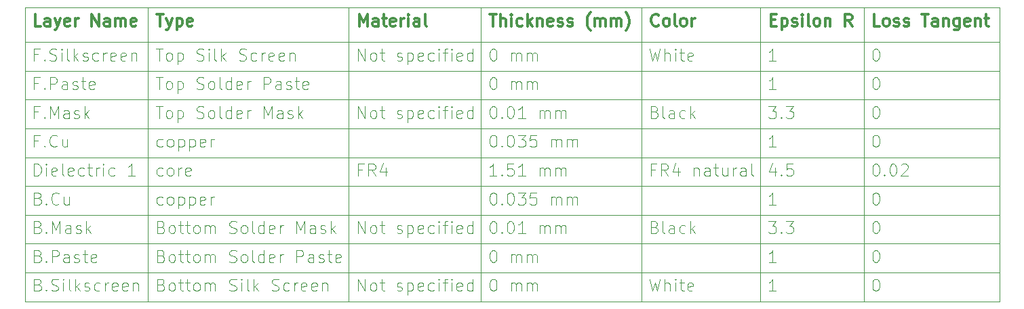
<source format=gbr>
%TF.GenerationSoftware,KiCad,Pcbnew,8.0.1*%
%TF.CreationDate,2024-03-27T19:35:34-03:00*%
%TF.ProjectId,ampsight,616d7073-6967-4687-942e-6b696361645f,rev?*%
%TF.SameCoordinates,Original*%
%TF.FileFunction,Other,Comment*%
%FSLAX46Y46*%
G04 Gerber Fmt 4.6, Leading zero omitted, Abs format (unit mm)*
G04 Created by KiCad (PCBNEW 8.0.1) date 2024-03-27 19:35:34*
%MOMM*%
%LPD*%
G01*
G04 APERTURE LIST*
%ADD10C,0.100000*%
%ADD11C,0.300000*%
G04 APERTURE END LIST*
D10*
X191980076Y-54596228D02*
X192122933Y-54596228D01*
X192122933Y-54596228D02*
X192265790Y-54667657D01*
X192265790Y-54667657D02*
X192337219Y-54739085D01*
X192337219Y-54739085D02*
X192408647Y-54881942D01*
X192408647Y-54881942D02*
X192480076Y-55167657D01*
X192480076Y-55167657D02*
X192480076Y-55524800D01*
X192480076Y-55524800D02*
X192408647Y-55810514D01*
X192408647Y-55810514D02*
X192337219Y-55953371D01*
X192337219Y-55953371D02*
X192265790Y-56024800D01*
X192265790Y-56024800D02*
X192122933Y-56096228D01*
X192122933Y-56096228D02*
X191980076Y-56096228D01*
X191980076Y-56096228D02*
X191837219Y-56024800D01*
X191837219Y-56024800D02*
X191765790Y-55953371D01*
X191765790Y-55953371D02*
X191694361Y-55810514D01*
X191694361Y-55810514D02*
X191622933Y-55524800D01*
X191622933Y-55524800D02*
X191622933Y-55167657D01*
X191622933Y-55167657D02*
X191694361Y-54881942D01*
X191694361Y-54881942D02*
X191765790Y-54739085D01*
X191765790Y-54739085D02*
X191837219Y-54667657D01*
X191837219Y-54667657D02*
X191980076Y-54596228D01*
X191980076Y-50990228D02*
X192122933Y-50990228D01*
X192122933Y-50990228D02*
X192265790Y-51061657D01*
X192265790Y-51061657D02*
X192337219Y-51133085D01*
X192337219Y-51133085D02*
X192408647Y-51275942D01*
X192408647Y-51275942D02*
X192480076Y-51561657D01*
X192480076Y-51561657D02*
X192480076Y-51918800D01*
X192480076Y-51918800D02*
X192408647Y-52204514D01*
X192408647Y-52204514D02*
X192337219Y-52347371D01*
X192337219Y-52347371D02*
X192265790Y-52418800D01*
X192265790Y-52418800D02*
X192122933Y-52490228D01*
X192122933Y-52490228D02*
X191980076Y-52490228D01*
X191980076Y-52490228D02*
X191837219Y-52418800D01*
X191837219Y-52418800D02*
X191765790Y-52347371D01*
X191765790Y-52347371D02*
X191694361Y-52204514D01*
X191694361Y-52204514D02*
X191622933Y-51918800D01*
X191622933Y-51918800D02*
X191622933Y-51561657D01*
X191622933Y-51561657D02*
X191694361Y-51275942D01*
X191694361Y-51275942D02*
X191765790Y-51133085D01*
X191765790Y-51133085D02*
X191837219Y-51061657D01*
X191837219Y-51061657D02*
X191980076Y-50990228D01*
X191980076Y-47384228D02*
X192122933Y-47384228D01*
X192122933Y-47384228D02*
X192265790Y-47455657D01*
X192265790Y-47455657D02*
X192337219Y-47527085D01*
X192337219Y-47527085D02*
X192408647Y-47669942D01*
X192408647Y-47669942D02*
X192480076Y-47955657D01*
X192480076Y-47955657D02*
X192480076Y-48312800D01*
X192480076Y-48312800D02*
X192408647Y-48598514D01*
X192408647Y-48598514D02*
X192337219Y-48741371D01*
X192337219Y-48741371D02*
X192265790Y-48812800D01*
X192265790Y-48812800D02*
X192122933Y-48884228D01*
X192122933Y-48884228D02*
X191980076Y-48884228D01*
X191980076Y-48884228D02*
X191837219Y-48812800D01*
X191837219Y-48812800D02*
X191765790Y-48741371D01*
X191765790Y-48741371D02*
X191694361Y-48598514D01*
X191694361Y-48598514D02*
X191622933Y-48312800D01*
X191622933Y-48312800D02*
X191622933Y-47955657D01*
X191622933Y-47955657D02*
X191694361Y-47669942D01*
X191694361Y-47669942D02*
X191765790Y-47527085D01*
X191765790Y-47527085D02*
X191837219Y-47455657D01*
X191837219Y-47455657D02*
X191980076Y-47384228D01*
X191980076Y-43778228D02*
X192122933Y-43778228D01*
X192122933Y-43778228D02*
X192265790Y-43849657D01*
X192265790Y-43849657D02*
X192337219Y-43921085D01*
X192337219Y-43921085D02*
X192408647Y-44063942D01*
X192408647Y-44063942D02*
X192480076Y-44349657D01*
X192480076Y-44349657D02*
X192480076Y-44706800D01*
X192480076Y-44706800D02*
X192408647Y-44992514D01*
X192408647Y-44992514D02*
X192337219Y-45135371D01*
X192337219Y-45135371D02*
X192265790Y-45206800D01*
X192265790Y-45206800D02*
X192122933Y-45278228D01*
X192122933Y-45278228D02*
X191980076Y-45278228D01*
X191980076Y-45278228D02*
X191837219Y-45206800D01*
X191837219Y-45206800D02*
X191765790Y-45135371D01*
X191765790Y-45135371D02*
X191694361Y-44992514D01*
X191694361Y-44992514D02*
X191622933Y-44706800D01*
X191622933Y-44706800D02*
X191622933Y-44349657D01*
X191622933Y-44349657D02*
X191694361Y-44063942D01*
X191694361Y-44063942D02*
X191765790Y-43921085D01*
X191765790Y-43921085D02*
X191837219Y-43849657D01*
X191837219Y-43849657D02*
X191980076Y-43778228D01*
X191980076Y-40172228D02*
X192122933Y-40172228D01*
X192122933Y-40172228D02*
X192265790Y-40243657D01*
X192265790Y-40243657D02*
X192337219Y-40315085D01*
X192337219Y-40315085D02*
X192408647Y-40457942D01*
X192408647Y-40457942D02*
X192480076Y-40743657D01*
X192480076Y-40743657D02*
X192480076Y-41100800D01*
X192480076Y-41100800D02*
X192408647Y-41386514D01*
X192408647Y-41386514D02*
X192337219Y-41529371D01*
X192337219Y-41529371D02*
X192265790Y-41600800D01*
X192265790Y-41600800D02*
X192122933Y-41672228D01*
X192122933Y-41672228D02*
X191980076Y-41672228D01*
X191980076Y-41672228D02*
X191837219Y-41600800D01*
X191837219Y-41600800D02*
X191765790Y-41529371D01*
X191765790Y-41529371D02*
X191694361Y-41386514D01*
X191694361Y-41386514D02*
X191622933Y-41100800D01*
X191622933Y-41100800D02*
X191622933Y-40743657D01*
X191622933Y-40743657D02*
X191694361Y-40457942D01*
X191694361Y-40457942D02*
X191765790Y-40315085D01*
X191765790Y-40315085D02*
X191837219Y-40243657D01*
X191837219Y-40243657D02*
X191980076Y-40172228D01*
X193122932Y-41529371D02*
X193194361Y-41600800D01*
X193194361Y-41600800D02*
X193122932Y-41672228D01*
X193122932Y-41672228D02*
X193051504Y-41600800D01*
X193051504Y-41600800D02*
X193122932Y-41529371D01*
X193122932Y-41529371D02*
X193122932Y-41672228D01*
X194122933Y-40172228D02*
X194265790Y-40172228D01*
X194265790Y-40172228D02*
X194408647Y-40243657D01*
X194408647Y-40243657D02*
X194480076Y-40315085D01*
X194480076Y-40315085D02*
X194551504Y-40457942D01*
X194551504Y-40457942D02*
X194622933Y-40743657D01*
X194622933Y-40743657D02*
X194622933Y-41100800D01*
X194622933Y-41100800D02*
X194551504Y-41386514D01*
X194551504Y-41386514D02*
X194480076Y-41529371D01*
X194480076Y-41529371D02*
X194408647Y-41600800D01*
X194408647Y-41600800D02*
X194265790Y-41672228D01*
X194265790Y-41672228D02*
X194122933Y-41672228D01*
X194122933Y-41672228D02*
X193980076Y-41600800D01*
X193980076Y-41600800D02*
X193908647Y-41529371D01*
X193908647Y-41529371D02*
X193837218Y-41386514D01*
X193837218Y-41386514D02*
X193765790Y-41100800D01*
X193765790Y-41100800D02*
X193765790Y-40743657D01*
X193765790Y-40743657D02*
X193837218Y-40457942D01*
X193837218Y-40457942D02*
X193908647Y-40315085D01*
X193908647Y-40315085D02*
X193980076Y-40243657D01*
X193980076Y-40243657D02*
X194122933Y-40172228D01*
X195194361Y-40315085D02*
X195265789Y-40243657D01*
X195265789Y-40243657D02*
X195408647Y-40172228D01*
X195408647Y-40172228D02*
X195765789Y-40172228D01*
X195765789Y-40172228D02*
X195908647Y-40243657D01*
X195908647Y-40243657D02*
X195980075Y-40315085D01*
X195980075Y-40315085D02*
X196051504Y-40457942D01*
X196051504Y-40457942D02*
X196051504Y-40600800D01*
X196051504Y-40600800D02*
X195980075Y-40815085D01*
X195980075Y-40815085D02*
X195122932Y-41672228D01*
X195122932Y-41672228D02*
X196051504Y-41672228D01*
X191980076Y-36566228D02*
X192122933Y-36566228D01*
X192122933Y-36566228D02*
X192265790Y-36637657D01*
X192265790Y-36637657D02*
X192337219Y-36709085D01*
X192337219Y-36709085D02*
X192408647Y-36851942D01*
X192408647Y-36851942D02*
X192480076Y-37137657D01*
X192480076Y-37137657D02*
X192480076Y-37494800D01*
X192480076Y-37494800D02*
X192408647Y-37780514D01*
X192408647Y-37780514D02*
X192337219Y-37923371D01*
X192337219Y-37923371D02*
X192265790Y-37994800D01*
X192265790Y-37994800D02*
X192122933Y-38066228D01*
X192122933Y-38066228D02*
X191980076Y-38066228D01*
X191980076Y-38066228D02*
X191837219Y-37994800D01*
X191837219Y-37994800D02*
X191765790Y-37923371D01*
X191765790Y-37923371D02*
X191694361Y-37780514D01*
X191694361Y-37780514D02*
X191622933Y-37494800D01*
X191622933Y-37494800D02*
X191622933Y-37137657D01*
X191622933Y-37137657D02*
X191694361Y-36851942D01*
X191694361Y-36851942D02*
X191765790Y-36709085D01*
X191765790Y-36709085D02*
X191837219Y-36637657D01*
X191837219Y-36637657D02*
X191980076Y-36566228D01*
X191980076Y-32960228D02*
X192122933Y-32960228D01*
X192122933Y-32960228D02*
X192265790Y-33031657D01*
X192265790Y-33031657D02*
X192337219Y-33103085D01*
X192337219Y-33103085D02*
X192408647Y-33245942D01*
X192408647Y-33245942D02*
X192480076Y-33531657D01*
X192480076Y-33531657D02*
X192480076Y-33888800D01*
X192480076Y-33888800D02*
X192408647Y-34174514D01*
X192408647Y-34174514D02*
X192337219Y-34317371D01*
X192337219Y-34317371D02*
X192265790Y-34388800D01*
X192265790Y-34388800D02*
X192122933Y-34460228D01*
X192122933Y-34460228D02*
X191980076Y-34460228D01*
X191980076Y-34460228D02*
X191837219Y-34388800D01*
X191837219Y-34388800D02*
X191765790Y-34317371D01*
X191765790Y-34317371D02*
X191694361Y-34174514D01*
X191694361Y-34174514D02*
X191622933Y-33888800D01*
X191622933Y-33888800D02*
X191622933Y-33531657D01*
X191622933Y-33531657D02*
X191694361Y-33245942D01*
X191694361Y-33245942D02*
X191765790Y-33103085D01*
X191765790Y-33103085D02*
X191837219Y-33031657D01*
X191837219Y-33031657D02*
X191980076Y-32960228D01*
X191980076Y-29354228D02*
X192122933Y-29354228D01*
X192122933Y-29354228D02*
X192265790Y-29425657D01*
X192265790Y-29425657D02*
X192337219Y-29497085D01*
X192337219Y-29497085D02*
X192408647Y-29639942D01*
X192408647Y-29639942D02*
X192480076Y-29925657D01*
X192480076Y-29925657D02*
X192480076Y-30282800D01*
X192480076Y-30282800D02*
X192408647Y-30568514D01*
X192408647Y-30568514D02*
X192337219Y-30711371D01*
X192337219Y-30711371D02*
X192265790Y-30782800D01*
X192265790Y-30782800D02*
X192122933Y-30854228D01*
X192122933Y-30854228D02*
X191980076Y-30854228D01*
X191980076Y-30854228D02*
X191837219Y-30782800D01*
X191837219Y-30782800D02*
X191765790Y-30711371D01*
X191765790Y-30711371D02*
X191694361Y-30568514D01*
X191694361Y-30568514D02*
X191622933Y-30282800D01*
X191622933Y-30282800D02*
X191622933Y-29925657D01*
X191622933Y-29925657D02*
X191694361Y-29639942D01*
X191694361Y-29639942D02*
X191765790Y-29497085D01*
X191765790Y-29497085D02*
X191837219Y-29425657D01*
X191837219Y-29425657D02*
X191980076Y-29354228D01*
X191980076Y-25748228D02*
X192122933Y-25748228D01*
X192122933Y-25748228D02*
X192265790Y-25819657D01*
X192265790Y-25819657D02*
X192337219Y-25891085D01*
X192337219Y-25891085D02*
X192408647Y-26033942D01*
X192408647Y-26033942D02*
X192480076Y-26319657D01*
X192480076Y-26319657D02*
X192480076Y-26676800D01*
X192480076Y-26676800D02*
X192408647Y-26962514D01*
X192408647Y-26962514D02*
X192337219Y-27105371D01*
X192337219Y-27105371D02*
X192265790Y-27176800D01*
X192265790Y-27176800D02*
X192122933Y-27248228D01*
X192122933Y-27248228D02*
X191980076Y-27248228D01*
X191980076Y-27248228D02*
X191837219Y-27176800D01*
X191837219Y-27176800D02*
X191765790Y-27105371D01*
X191765790Y-27105371D02*
X191694361Y-26962514D01*
X191694361Y-26962514D02*
X191622933Y-26676800D01*
X191622933Y-26676800D02*
X191622933Y-26319657D01*
X191622933Y-26319657D02*
X191694361Y-26033942D01*
X191694361Y-26033942D02*
X191765790Y-25891085D01*
X191765790Y-25891085D02*
X191837219Y-25819657D01*
X191837219Y-25819657D02*
X191980076Y-25748228D01*
D11*
X192540226Y-22929828D02*
X191825940Y-22929828D01*
X191825940Y-22929828D02*
X191825940Y-21429828D01*
X193254512Y-22929828D02*
X193111655Y-22858400D01*
X193111655Y-22858400D02*
X193040226Y-22786971D01*
X193040226Y-22786971D02*
X192968798Y-22644114D01*
X192968798Y-22644114D02*
X192968798Y-22215542D01*
X192968798Y-22215542D02*
X193040226Y-22072685D01*
X193040226Y-22072685D02*
X193111655Y-22001257D01*
X193111655Y-22001257D02*
X193254512Y-21929828D01*
X193254512Y-21929828D02*
X193468798Y-21929828D01*
X193468798Y-21929828D02*
X193611655Y-22001257D01*
X193611655Y-22001257D02*
X193683084Y-22072685D01*
X193683084Y-22072685D02*
X193754512Y-22215542D01*
X193754512Y-22215542D02*
X193754512Y-22644114D01*
X193754512Y-22644114D02*
X193683084Y-22786971D01*
X193683084Y-22786971D02*
X193611655Y-22858400D01*
X193611655Y-22858400D02*
X193468798Y-22929828D01*
X193468798Y-22929828D02*
X193254512Y-22929828D01*
X194325941Y-22858400D02*
X194468798Y-22929828D01*
X194468798Y-22929828D02*
X194754512Y-22929828D01*
X194754512Y-22929828D02*
X194897369Y-22858400D01*
X194897369Y-22858400D02*
X194968798Y-22715542D01*
X194968798Y-22715542D02*
X194968798Y-22644114D01*
X194968798Y-22644114D02*
X194897369Y-22501257D01*
X194897369Y-22501257D02*
X194754512Y-22429828D01*
X194754512Y-22429828D02*
X194540227Y-22429828D01*
X194540227Y-22429828D02*
X194397369Y-22358400D01*
X194397369Y-22358400D02*
X194325941Y-22215542D01*
X194325941Y-22215542D02*
X194325941Y-22144114D01*
X194325941Y-22144114D02*
X194397369Y-22001257D01*
X194397369Y-22001257D02*
X194540227Y-21929828D01*
X194540227Y-21929828D02*
X194754512Y-21929828D01*
X194754512Y-21929828D02*
X194897369Y-22001257D01*
X195540227Y-22858400D02*
X195683084Y-22929828D01*
X195683084Y-22929828D02*
X195968798Y-22929828D01*
X195968798Y-22929828D02*
X196111655Y-22858400D01*
X196111655Y-22858400D02*
X196183084Y-22715542D01*
X196183084Y-22715542D02*
X196183084Y-22644114D01*
X196183084Y-22644114D02*
X196111655Y-22501257D01*
X196111655Y-22501257D02*
X195968798Y-22429828D01*
X195968798Y-22429828D02*
X195754513Y-22429828D01*
X195754513Y-22429828D02*
X195611655Y-22358400D01*
X195611655Y-22358400D02*
X195540227Y-22215542D01*
X195540227Y-22215542D02*
X195540227Y-22144114D01*
X195540227Y-22144114D02*
X195611655Y-22001257D01*
X195611655Y-22001257D02*
X195754513Y-21929828D01*
X195754513Y-21929828D02*
X195968798Y-21929828D01*
X195968798Y-21929828D02*
X196111655Y-22001257D01*
X197754513Y-21429828D02*
X198611656Y-21429828D01*
X198183084Y-22929828D02*
X198183084Y-21429828D01*
X199754513Y-22929828D02*
X199754513Y-22144114D01*
X199754513Y-22144114D02*
X199683084Y-22001257D01*
X199683084Y-22001257D02*
X199540227Y-21929828D01*
X199540227Y-21929828D02*
X199254513Y-21929828D01*
X199254513Y-21929828D02*
X199111655Y-22001257D01*
X199754513Y-22858400D02*
X199611655Y-22929828D01*
X199611655Y-22929828D02*
X199254513Y-22929828D01*
X199254513Y-22929828D02*
X199111655Y-22858400D01*
X199111655Y-22858400D02*
X199040227Y-22715542D01*
X199040227Y-22715542D02*
X199040227Y-22572685D01*
X199040227Y-22572685D02*
X199111655Y-22429828D01*
X199111655Y-22429828D02*
X199254513Y-22358400D01*
X199254513Y-22358400D02*
X199611655Y-22358400D01*
X199611655Y-22358400D02*
X199754513Y-22286971D01*
X200468798Y-21929828D02*
X200468798Y-22929828D01*
X200468798Y-22072685D02*
X200540227Y-22001257D01*
X200540227Y-22001257D02*
X200683084Y-21929828D01*
X200683084Y-21929828D02*
X200897370Y-21929828D01*
X200897370Y-21929828D02*
X201040227Y-22001257D01*
X201040227Y-22001257D02*
X201111656Y-22144114D01*
X201111656Y-22144114D02*
X201111656Y-22929828D01*
X202468799Y-21929828D02*
X202468799Y-23144114D01*
X202468799Y-23144114D02*
X202397370Y-23286971D01*
X202397370Y-23286971D02*
X202325941Y-23358400D01*
X202325941Y-23358400D02*
X202183084Y-23429828D01*
X202183084Y-23429828D02*
X201968799Y-23429828D01*
X201968799Y-23429828D02*
X201825941Y-23358400D01*
X202468799Y-22858400D02*
X202325941Y-22929828D01*
X202325941Y-22929828D02*
X202040227Y-22929828D01*
X202040227Y-22929828D02*
X201897370Y-22858400D01*
X201897370Y-22858400D02*
X201825941Y-22786971D01*
X201825941Y-22786971D02*
X201754513Y-22644114D01*
X201754513Y-22644114D02*
X201754513Y-22215542D01*
X201754513Y-22215542D02*
X201825941Y-22072685D01*
X201825941Y-22072685D02*
X201897370Y-22001257D01*
X201897370Y-22001257D02*
X202040227Y-21929828D01*
X202040227Y-21929828D02*
X202325941Y-21929828D01*
X202325941Y-21929828D02*
X202468799Y-22001257D01*
X203754513Y-22858400D02*
X203611656Y-22929828D01*
X203611656Y-22929828D02*
X203325942Y-22929828D01*
X203325942Y-22929828D02*
X203183084Y-22858400D01*
X203183084Y-22858400D02*
X203111656Y-22715542D01*
X203111656Y-22715542D02*
X203111656Y-22144114D01*
X203111656Y-22144114D02*
X203183084Y-22001257D01*
X203183084Y-22001257D02*
X203325942Y-21929828D01*
X203325942Y-21929828D02*
X203611656Y-21929828D01*
X203611656Y-21929828D02*
X203754513Y-22001257D01*
X203754513Y-22001257D02*
X203825942Y-22144114D01*
X203825942Y-22144114D02*
X203825942Y-22286971D01*
X203825942Y-22286971D02*
X203111656Y-22429828D01*
X204468798Y-21929828D02*
X204468798Y-22929828D01*
X204468798Y-22072685D02*
X204540227Y-22001257D01*
X204540227Y-22001257D02*
X204683084Y-21929828D01*
X204683084Y-21929828D02*
X204897370Y-21929828D01*
X204897370Y-21929828D02*
X205040227Y-22001257D01*
X205040227Y-22001257D02*
X205111656Y-22144114D01*
X205111656Y-22144114D02*
X205111656Y-22929828D01*
X205611656Y-21929828D02*
X206183084Y-21929828D01*
X205825941Y-21429828D02*
X205825941Y-22715542D01*
X205825941Y-22715542D02*
X205897370Y-22858400D01*
X205897370Y-22858400D02*
X206040227Y-22929828D01*
X206040227Y-22929828D02*
X206183084Y-22929828D01*
D10*
X179594361Y-56096228D02*
X178737218Y-56096228D01*
X179165789Y-56096228D02*
X179165789Y-54596228D01*
X179165789Y-54596228D02*
X179022932Y-54810514D01*
X179022932Y-54810514D02*
X178880075Y-54953371D01*
X178880075Y-54953371D02*
X178737218Y-55024800D01*
X179594361Y-52490228D02*
X178737218Y-52490228D01*
X179165789Y-52490228D02*
X179165789Y-50990228D01*
X179165789Y-50990228D02*
X179022932Y-51204514D01*
X179022932Y-51204514D02*
X178880075Y-51347371D01*
X178880075Y-51347371D02*
X178737218Y-51418800D01*
X178665789Y-47384228D02*
X179594361Y-47384228D01*
X179594361Y-47384228D02*
X179094361Y-47955657D01*
X179094361Y-47955657D02*
X179308646Y-47955657D01*
X179308646Y-47955657D02*
X179451504Y-48027085D01*
X179451504Y-48027085D02*
X179522932Y-48098514D01*
X179522932Y-48098514D02*
X179594361Y-48241371D01*
X179594361Y-48241371D02*
X179594361Y-48598514D01*
X179594361Y-48598514D02*
X179522932Y-48741371D01*
X179522932Y-48741371D02*
X179451504Y-48812800D01*
X179451504Y-48812800D02*
X179308646Y-48884228D01*
X179308646Y-48884228D02*
X178880075Y-48884228D01*
X178880075Y-48884228D02*
X178737218Y-48812800D01*
X178737218Y-48812800D02*
X178665789Y-48741371D01*
X180237217Y-48741371D02*
X180308646Y-48812800D01*
X180308646Y-48812800D02*
X180237217Y-48884228D01*
X180237217Y-48884228D02*
X180165789Y-48812800D01*
X180165789Y-48812800D02*
X180237217Y-48741371D01*
X180237217Y-48741371D02*
X180237217Y-48884228D01*
X180808646Y-47384228D02*
X181737218Y-47384228D01*
X181737218Y-47384228D02*
X181237218Y-47955657D01*
X181237218Y-47955657D02*
X181451503Y-47955657D01*
X181451503Y-47955657D02*
X181594361Y-48027085D01*
X181594361Y-48027085D02*
X181665789Y-48098514D01*
X181665789Y-48098514D02*
X181737218Y-48241371D01*
X181737218Y-48241371D02*
X181737218Y-48598514D01*
X181737218Y-48598514D02*
X181665789Y-48741371D01*
X181665789Y-48741371D02*
X181594361Y-48812800D01*
X181594361Y-48812800D02*
X181451503Y-48884228D01*
X181451503Y-48884228D02*
X181022932Y-48884228D01*
X181022932Y-48884228D02*
X180880075Y-48812800D01*
X180880075Y-48812800D02*
X180808646Y-48741371D01*
X179594361Y-45278228D02*
X178737218Y-45278228D01*
X179165789Y-45278228D02*
X179165789Y-43778228D01*
X179165789Y-43778228D02*
X179022932Y-43992514D01*
X179022932Y-43992514D02*
X178880075Y-44135371D01*
X178880075Y-44135371D02*
X178737218Y-44206800D01*
X179451504Y-40672228D02*
X179451504Y-41672228D01*
X179094361Y-40100800D02*
X178737218Y-41172228D01*
X178737218Y-41172228D02*
X179665789Y-41172228D01*
X180237217Y-41529371D02*
X180308646Y-41600800D01*
X180308646Y-41600800D02*
X180237217Y-41672228D01*
X180237217Y-41672228D02*
X180165789Y-41600800D01*
X180165789Y-41600800D02*
X180237217Y-41529371D01*
X180237217Y-41529371D02*
X180237217Y-41672228D01*
X181665789Y-40172228D02*
X180951503Y-40172228D01*
X180951503Y-40172228D02*
X180880075Y-40886514D01*
X180880075Y-40886514D02*
X180951503Y-40815085D01*
X180951503Y-40815085D02*
X181094361Y-40743657D01*
X181094361Y-40743657D02*
X181451503Y-40743657D01*
X181451503Y-40743657D02*
X181594361Y-40815085D01*
X181594361Y-40815085D02*
X181665789Y-40886514D01*
X181665789Y-40886514D02*
X181737218Y-41029371D01*
X181737218Y-41029371D02*
X181737218Y-41386514D01*
X181737218Y-41386514D02*
X181665789Y-41529371D01*
X181665789Y-41529371D02*
X181594361Y-41600800D01*
X181594361Y-41600800D02*
X181451503Y-41672228D01*
X181451503Y-41672228D02*
X181094361Y-41672228D01*
X181094361Y-41672228D02*
X180951503Y-41600800D01*
X180951503Y-41600800D02*
X180880075Y-41529371D01*
X179594361Y-38066228D02*
X178737218Y-38066228D01*
X179165789Y-38066228D02*
X179165789Y-36566228D01*
X179165789Y-36566228D02*
X179022932Y-36780514D01*
X179022932Y-36780514D02*
X178880075Y-36923371D01*
X178880075Y-36923371D02*
X178737218Y-36994800D01*
X178665789Y-32960228D02*
X179594361Y-32960228D01*
X179594361Y-32960228D02*
X179094361Y-33531657D01*
X179094361Y-33531657D02*
X179308646Y-33531657D01*
X179308646Y-33531657D02*
X179451504Y-33603085D01*
X179451504Y-33603085D02*
X179522932Y-33674514D01*
X179522932Y-33674514D02*
X179594361Y-33817371D01*
X179594361Y-33817371D02*
X179594361Y-34174514D01*
X179594361Y-34174514D02*
X179522932Y-34317371D01*
X179522932Y-34317371D02*
X179451504Y-34388800D01*
X179451504Y-34388800D02*
X179308646Y-34460228D01*
X179308646Y-34460228D02*
X178880075Y-34460228D01*
X178880075Y-34460228D02*
X178737218Y-34388800D01*
X178737218Y-34388800D02*
X178665789Y-34317371D01*
X180237217Y-34317371D02*
X180308646Y-34388800D01*
X180308646Y-34388800D02*
X180237217Y-34460228D01*
X180237217Y-34460228D02*
X180165789Y-34388800D01*
X180165789Y-34388800D02*
X180237217Y-34317371D01*
X180237217Y-34317371D02*
X180237217Y-34460228D01*
X180808646Y-32960228D02*
X181737218Y-32960228D01*
X181737218Y-32960228D02*
X181237218Y-33531657D01*
X181237218Y-33531657D02*
X181451503Y-33531657D01*
X181451503Y-33531657D02*
X181594361Y-33603085D01*
X181594361Y-33603085D02*
X181665789Y-33674514D01*
X181665789Y-33674514D02*
X181737218Y-33817371D01*
X181737218Y-33817371D02*
X181737218Y-34174514D01*
X181737218Y-34174514D02*
X181665789Y-34317371D01*
X181665789Y-34317371D02*
X181594361Y-34388800D01*
X181594361Y-34388800D02*
X181451503Y-34460228D01*
X181451503Y-34460228D02*
X181022932Y-34460228D01*
X181022932Y-34460228D02*
X180880075Y-34388800D01*
X180880075Y-34388800D02*
X180808646Y-34317371D01*
X179594361Y-30854228D02*
X178737218Y-30854228D01*
X179165789Y-30854228D02*
X179165789Y-29354228D01*
X179165789Y-29354228D02*
X179022932Y-29568514D01*
X179022932Y-29568514D02*
X178880075Y-29711371D01*
X178880075Y-29711371D02*
X178737218Y-29782800D01*
X179594361Y-27248228D02*
X178737218Y-27248228D01*
X179165789Y-27248228D02*
X179165789Y-25748228D01*
X179165789Y-25748228D02*
X179022932Y-25962514D01*
X179022932Y-25962514D02*
X178880075Y-26105371D01*
X178880075Y-26105371D02*
X178737218Y-26176800D01*
D11*
X178940225Y-22144114D02*
X179440225Y-22144114D01*
X179654511Y-22929828D02*
X178940225Y-22929828D01*
X178940225Y-22929828D02*
X178940225Y-21429828D01*
X178940225Y-21429828D02*
X179654511Y-21429828D01*
X180297368Y-21929828D02*
X180297368Y-23429828D01*
X180297368Y-22001257D02*
X180440226Y-21929828D01*
X180440226Y-21929828D02*
X180725940Y-21929828D01*
X180725940Y-21929828D02*
X180868797Y-22001257D01*
X180868797Y-22001257D02*
X180940226Y-22072685D01*
X180940226Y-22072685D02*
X181011654Y-22215542D01*
X181011654Y-22215542D02*
X181011654Y-22644114D01*
X181011654Y-22644114D02*
X180940226Y-22786971D01*
X180940226Y-22786971D02*
X180868797Y-22858400D01*
X180868797Y-22858400D02*
X180725940Y-22929828D01*
X180725940Y-22929828D02*
X180440226Y-22929828D01*
X180440226Y-22929828D02*
X180297368Y-22858400D01*
X181583083Y-22858400D02*
X181725940Y-22929828D01*
X181725940Y-22929828D02*
X182011654Y-22929828D01*
X182011654Y-22929828D02*
X182154511Y-22858400D01*
X182154511Y-22858400D02*
X182225940Y-22715542D01*
X182225940Y-22715542D02*
X182225940Y-22644114D01*
X182225940Y-22644114D02*
X182154511Y-22501257D01*
X182154511Y-22501257D02*
X182011654Y-22429828D01*
X182011654Y-22429828D02*
X181797369Y-22429828D01*
X181797369Y-22429828D02*
X181654511Y-22358400D01*
X181654511Y-22358400D02*
X181583083Y-22215542D01*
X181583083Y-22215542D02*
X181583083Y-22144114D01*
X181583083Y-22144114D02*
X181654511Y-22001257D01*
X181654511Y-22001257D02*
X181797369Y-21929828D01*
X181797369Y-21929828D02*
X182011654Y-21929828D01*
X182011654Y-21929828D02*
X182154511Y-22001257D01*
X182868797Y-22929828D02*
X182868797Y-21929828D01*
X182868797Y-21429828D02*
X182797369Y-21501257D01*
X182797369Y-21501257D02*
X182868797Y-21572685D01*
X182868797Y-21572685D02*
X182940226Y-21501257D01*
X182940226Y-21501257D02*
X182868797Y-21429828D01*
X182868797Y-21429828D02*
X182868797Y-21572685D01*
X183797369Y-22929828D02*
X183654512Y-22858400D01*
X183654512Y-22858400D02*
X183583083Y-22715542D01*
X183583083Y-22715542D02*
X183583083Y-21429828D01*
X184583083Y-22929828D02*
X184440226Y-22858400D01*
X184440226Y-22858400D02*
X184368797Y-22786971D01*
X184368797Y-22786971D02*
X184297369Y-22644114D01*
X184297369Y-22644114D02*
X184297369Y-22215542D01*
X184297369Y-22215542D02*
X184368797Y-22072685D01*
X184368797Y-22072685D02*
X184440226Y-22001257D01*
X184440226Y-22001257D02*
X184583083Y-21929828D01*
X184583083Y-21929828D02*
X184797369Y-21929828D01*
X184797369Y-21929828D02*
X184940226Y-22001257D01*
X184940226Y-22001257D02*
X185011655Y-22072685D01*
X185011655Y-22072685D02*
X185083083Y-22215542D01*
X185083083Y-22215542D02*
X185083083Y-22644114D01*
X185083083Y-22644114D02*
X185011655Y-22786971D01*
X185011655Y-22786971D02*
X184940226Y-22858400D01*
X184940226Y-22858400D02*
X184797369Y-22929828D01*
X184797369Y-22929828D02*
X184583083Y-22929828D01*
X185725940Y-21929828D02*
X185725940Y-22929828D01*
X185725940Y-22072685D02*
X185797369Y-22001257D01*
X185797369Y-22001257D02*
X185940226Y-21929828D01*
X185940226Y-21929828D02*
X186154512Y-21929828D01*
X186154512Y-21929828D02*
X186297369Y-22001257D01*
X186297369Y-22001257D02*
X186368798Y-22144114D01*
X186368798Y-22144114D02*
X186368798Y-22929828D01*
X189083083Y-22929828D02*
X188583083Y-22215542D01*
X188225940Y-22929828D02*
X188225940Y-21429828D01*
X188225940Y-21429828D02*
X188797369Y-21429828D01*
X188797369Y-21429828D02*
X188940226Y-21501257D01*
X188940226Y-21501257D02*
X189011655Y-21572685D01*
X189011655Y-21572685D02*
X189083083Y-21715542D01*
X189083083Y-21715542D02*
X189083083Y-21929828D01*
X189083083Y-21929828D02*
X189011655Y-22072685D01*
X189011655Y-22072685D02*
X188940226Y-22144114D01*
X188940226Y-22144114D02*
X188797369Y-22215542D01*
X188797369Y-22215542D02*
X188225940Y-22215542D01*
D10*
X163808647Y-54596228D02*
X164165790Y-56096228D01*
X164165790Y-56096228D02*
X164451504Y-55024800D01*
X164451504Y-55024800D02*
X164737219Y-56096228D01*
X164737219Y-56096228D02*
X165094362Y-54596228D01*
X165665790Y-56096228D02*
X165665790Y-54596228D01*
X166308648Y-56096228D02*
X166308648Y-55310514D01*
X166308648Y-55310514D02*
X166237219Y-55167657D01*
X166237219Y-55167657D02*
X166094362Y-55096228D01*
X166094362Y-55096228D02*
X165880076Y-55096228D01*
X165880076Y-55096228D02*
X165737219Y-55167657D01*
X165737219Y-55167657D02*
X165665790Y-55239085D01*
X167022933Y-56096228D02*
X167022933Y-55096228D01*
X167022933Y-54596228D02*
X166951505Y-54667657D01*
X166951505Y-54667657D02*
X167022933Y-54739085D01*
X167022933Y-54739085D02*
X167094362Y-54667657D01*
X167094362Y-54667657D02*
X167022933Y-54596228D01*
X167022933Y-54596228D02*
X167022933Y-54739085D01*
X167522934Y-55096228D02*
X168094362Y-55096228D01*
X167737219Y-54596228D02*
X167737219Y-55881942D01*
X167737219Y-55881942D02*
X167808648Y-56024800D01*
X167808648Y-56024800D02*
X167951505Y-56096228D01*
X167951505Y-56096228D02*
X168094362Y-56096228D01*
X169165791Y-56024800D02*
X169022934Y-56096228D01*
X169022934Y-56096228D02*
X168737220Y-56096228D01*
X168737220Y-56096228D02*
X168594362Y-56024800D01*
X168594362Y-56024800D02*
X168522934Y-55881942D01*
X168522934Y-55881942D02*
X168522934Y-55310514D01*
X168522934Y-55310514D02*
X168594362Y-55167657D01*
X168594362Y-55167657D02*
X168737220Y-55096228D01*
X168737220Y-55096228D02*
X169022934Y-55096228D01*
X169022934Y-55096228D02*
X169165791Y-55167657D01*
X169165791Y-55167657D02*
X169237220Y-55310514D01*
X169237220Y-55310514D02*
X169237220Y-55453371D01*
X169237220Y-55453371D02*
X168522934Y-55596228D01*
X164451504Y-48098514D02*
X164665790Y-48169942D01*
X164665790Y-48169942D02*
X164737219Y-48241371D01*
X164737219Y-48241371D02*
X164808647Y-48384228D01*
X164808647Y-48384228D02*
X164808647Y-48598514D01*
X164808647Y-48598514D02*
X164737219Y-48741371D01*
X164737219Y-48741371D02*
X164665790Y-48812800D01*
X164665790Y-48812800D02*
X164522933Y-48884228D01*
X164522933Y-48884228D02*
X163951504Y-48884228D01*
X163951504Y-48884228D02*
X163951504Y-47384228D01*
X163951504Y-47384228D02*
X164451504Y-47384228D01*
X164451504Y-47384228D02*
X164594362Y-47455657D01*
X164594362Y-47455657D02*
X164665790Y-47527085D01*
X164665790Y-47527085D02*
X164737219Y-47669942D01*
X164737219Y-47669942D02*
X164737219Y-47812800D01*
X164737219Y-47812800D02*
X164665790Y-47955657D01*
X164665790Y-47955657D02*
X164594362Y-48027085D01*
X164594362Y-48027085D02*
X164451504Y-48098514D01*
X164451504Y-48098514D02*
X163951504Y-48098514D01*
X165665790Y-48884228D02*
X165522933Y-48812800D01*
X165522933Y-48812800D02*
X165451504Y-48669942D01*
X165451504Y-48669942D02*
X165451504Y-47384228D01*
X166880076Y-48884228D02*
X166880076Y-48098514D01*
X166880076Y-48098514D02*
X166808647Y-47955657D01*
X166808647Y-47955657D02*
X166665790Y-47884228D01*
X166665790Y-47884228D02*
X166380076Y-47884228D01*
X166380076Y-47884228D02*
X166237218Y-47955657D01*
X166880076Y-48812800D02*
X166737218Y-48884228D01*
X166737218Y-48884228D02*
X166380076Y-48884228D01*
X166380076Y-48884228D02*
X166237218Y-48812800D01*
X166237218Y-48812800D02*
X166165790Y-48669942D01*
X166165790Y-48669942D02*
X166165790Y-48527085D01*
X166165790Y-48527085D02*
X166237218Y-48384228D01*
X166237218Y-48384228D02*
X166380076Y-48312800D01*
X166380076Y-48312800D02*
X166737218Y-48312800D01*
X166737218Y-48312800D02*
X166880076Y-48241371D01*
X168237219Y-48812800D02*
X168094361Y-48884228D01*
X168094361Y-48884228D02*
X167808647Y-48884228D01*
X167808647Y-48884228D02*
X167665790Y-48812800D01*
X167665790Y-48812800D02*
X167594361Y-48741371D01*
X167594361Y-48741371D02*
X167522933Y-48598514D01*
X167522933Y-48598514D02*
X167522933Y-48169942D01*
X167522933Y-48169942D02*
X167594361Y-48027085D01*
X167594361Y-48027085D02*
X167665790Y-47955657D01*
X167665790Y-47955657D02*
X167808647Y-47884228D01*
X167808647Y-47884228D02*
X168094361Y-47884228D01*
X168094361Y-47884228D02*
X168237219Y-47955657D01*
X168880075Y-48884228D02*
X168880075Y-47384228D01*
X169022933Y-48312800D02*
X169451504Y-48884228D01*
X169451504Y-47884228D02*
X168880075Y-48455657D01*
X164451504Y-40886514D02*
X163951504Y-40886514D01*
X163951504Y-41672228D02*
X163951504Y-40172228D01*
X163951504Y-40172228D02*
X164665790Y-40172228D01*
X166094361Y-41672228D02*
X165594361Y-40957942D01*
X165237218Y-41672228D02*
X165237218Y-40172228D01*
X165237218Y-40172228D02*
X165808647Y-40172228D01*
X165808647Y-40172228D02*
X165951504Y-40243657D01*
X165951504Y-40243657D02*
X166022933Y-40315085D01*
X166022933Y-40315085D02*
X166094361Y-40457942D01*
X166094361Y-40457942D02*
X166094361Y-40672228D01*
X166094361Y-40672228D02*
X166022933Y-40815085D01*
X166022933Y-40815085D02*
X165951504Y-40886514D01*
X165951504Y-40886514D02*
X165808647Y-40957942D01*
X165808647Y-40957942D02*
X165237218Y-40957942D01*
X167380076Y-40672228D02*
X167380076Y-41672228D01*
X167022933Y-40100800D02*
X166665790Y-41172228D01*
X166665790Y-41172228D02*
X167594361Y-41172228D01*
X169308646Y-40672228D02*
X169308646Y-41672228D01*
X169308646Y-40815085D02*
X169380075Y-40743657D01*
X169380075Y-40743657D02*
X169522932Y-40672228D01*
X169522932Y-40672228D02*
X169737218Y-40672228D01*
X169737218Y-40672228D02*
X169880075Y-40743657D01*
X169880075Y-40743657D02*
X169951504Y-40886514D01*
X169951504Y-40886514D02*
X169951504Y-41672228D01*
X171308647Y-41672228D02*
X171308647Y-40886514D01*
X171308647Y-40886514D02*
X171237218Y-40743657D01*
X171237218Y-40743657D02*
X171094361Y-40672228D01*
X171094361Y-40672228D02*
X170808647Y-40672228D01*
X170808647Y-40672228D02*
X170665789Y-40743657D01*
X171308647Y-41600800D02*
X171165789Y-41672228D01*
X171165789Y-41672228D02*
X170808647Y-41672228D01*
X170808647Y-41672228D02*
X170665789Y-41600800D01*
X170665789Y-41600800D02*
X170594361Y-41457942D01*
X170594361Y-41457942D02*
X170594361Y-41315085D01*
X170594361Y-41315085D02*
X170665789Y-41172228D01*
X170665789Y-41172228D02*
X170808647Y-41100800D01*
X170808647Y-41100800D02*
X171165789Y-41100800D01*
X171165789Y-41100800D02*
X171308647Y-41029371D01*
X171808647Y-40672228D02*
X172380075Y-40672228D01*
X172022932Y-40172228D02*
X172022932Y-41457942D01*
X172022932Y-41457942D02*
X172094361Y-41600800D01*
X172094361Y-41600800D02*
X172237218Y-41672228D01*
X172237218Y-41672228D02*
X172380075Y-41672228D01*
X173522933Y-40672228D02*
X173522933Y-41672228D01*
X172880075Y-40672228D02*
X172880075Y-41457942D01*
X172880075Y-41457942D02*
X172951504Y-41600800D01*
X172951504Y-41600800D02*
X173094361Y-41672228D01*
X173094361Y-41672228D02*
X173308647Y-41672228D01*
X173308647Y-41672228D02*
X173451504Y-41600800D01*
X173451504Y-41600800D02*
X173522933Y-41529371D01*
X174237218Y-41672228D02*
X174237218Y-40672228D01*
X174237218Y-40957942D02*
X174308647Y-40815085D01*
X174308647Y-40815085D02*
X174380076Y-40743657D01*
X174380076Y-40743657D02*
X174522933Y-40672228D01*
X174522933Y-40672228D02*
X174665790Y-40672228D01*
X175808647Y-41672228D02*
X175808647Y-40886514D01*
X175808647Y-40886514D02*
X175737218Y-40743657D01*
X175737218Y-40743657D02*
X175594361Y-40672228D01*
X175594361Y-40672228D02*
X175308647Y-40672228D01*
X175308647Y-40672228D02*
X175165789Y-40743657D01*
X175808647Y-41600800D02*
X175665789Y-41672228D01*
X175665789Y-41672228D02*
X175308647Y-41672228D01*
X175308647Y-41672228D02*
X175165789Y-41600800D01*
X175165789Y-41600800D02*
X175094361Y-41457942D01*
X175094361Y-41457942D02*
X175094361Y-41315085D01*
X175094361Y-41315085D02*
X175165789Y-41172228D01*
X175165789Y-41172228D02*
X175308647Y-41100800D01*
X175308647Y-41100800D02*
X175665789Y-41100800D01*
X175665789Y-41100800D02*
X175808647Y-41029371D01*
X176737218Y-41672228D02*
X176594361Y-41600800D01*
X176594361Y-41600800D02*
X176522932Y-41457942D01*
X176522932Y-41457942D02*
X176522932Y-40172228D01*
X164451504Y-33674514D02*
X164665790Y-33745942D01*
X164665790Y-33745942D02*
X164737219Y-33817371D01*
X164737219Y-33817371D02*
X164808647Y-33960228D01*
X164808647Y-33960228D02*
X164808647Y-34174514D01*
X164808647Y-34174514D02*
X164737219Y-34317371D01*
X164737219Y-34317371D02*
X164665790Y-34388800D01*
X164665790Y-34388800D02*
X164522933Y-34460228D01*
X164522933Y-34460228D02*
X163951504Y-34460228D01*
X163951504Y-34460228D02*
X163951504Y-32960228D01*
X163951504Y-32960228D02*
X164451504Y-32960228D01*
X164451504Y-32960228D02*
X164594362Y-33031657D01*
X164594362Y-33031657D02*
X164665790Y-33103085D01*
X164665790Y-33103085D02*
X164737219Y-33245942D01*
X164737219Y-33245942D02*
X164737219Y-33388800D01*
X164737219Y-33388800D02*
X164665790Y-33531657D01*
X164665790Y-33531657D02*
X164594362Y-33603085D01*
X164594362Y-33603085D02*
X164451504Y-33674514D01*
X164451504Y-33674514D02*
X163951504Y-33674514D01*
X165665790Y-34460228D02*
X165522933Y-34388800D01*
X165522933Y-34388800D02*
X165451504Y-34245942D01*
X165451504Y-34245942D02*
X165451504Y-32960228D01*
X166880076Y-34460228D02*
X166880076Y-33674514D01*
X166880076Y-33674514D02*
X166808647Y-33531657D01*
X166808647Y-33531657D02*
X166665790Y-33460228D01*
X166665790Y-33460228D02*
X166380076Y-33460228D01*
X166380076Y-33460228D02*
X166237218Y-33531657D01*
X166880076Y-34388800D02*
X166737218Y-34460228D01*
X166737218Y-34460228D02*
X166380076Y-34460228D01*
X166380076Y-34460228D02*
X166237218Y-34388800D01*
X166237218Y-34388800D02*
X166165790Y-34245942D01*
X166165790Y-34245942D02*
X166165790Y-34103085D01*
X166165790Y-34103085D02*
X166237218Y-33960228D01*
X166237218Y-33960228D02*
X166380076Y-33888800D01*
X166380076Y-33888800D02*
X166737218Y-33888800D01*
X166737218Y-33888800D02*
X166880076Y-33817371D01*
X168237219Y-34388800D02*
X168094361Y-34460228D01*
X168094361Y-34460228D02*
X167808647Y-34460228D01*
X167808647Y-34460228D02*
X167665790Y-34388800D01*
X167665790Y-34388800D02*
X167594361Y-34317371D01*
X167594361Y-34317371D02*
X167522933Y-34174514D01*
X167522933Y-34174514D02*
X167522933Y-33745942D01*
X167522933Y-33745942D02*
X167594361Y-33603085D01*
X167594361Y-33603085D02*
X167665790Y-33531657D01*
X167665790Y-33531657D02*
X167808647Y-33460228D01*
X167808647Y-33460228D02*
X168094361Y-33460228D01*
X168094361Y-33460228D02*
X168237219Y-33531657D01*
X168880075Y-34460228D02*
X168880075Y-32960228D01*
X169022933Y-33888800D02*
X169451504Y-34460228D01*
X169451504Y-33460228D02*
X168880075Y-34031657D01*
D11*
X164940226Y-22786971D02*
X164868798Y-22858400D01*
X164868798Y-22858400D02*
X164654512Y-22929828D01*
X164654512Y-22929828D02*
X164511655Y-22929828D01*
X164511655Y-22929828D02*
X164297369Y-22858400D01*
X164297369Y-22858400D02*
X164154512Y-22715542D01*
X164154512Y-22715542D02*
X164083083Y-22572685D01*
X164083083Y-22572685D02*
X164011655Y-22286971D01*
X164011655Y-22286971D02*
X164011655Y-22072685D01*
X164011655Y-22072685D02*
X164083083Y-21786971D01*
X164083083Y-21786971D02*
X164154512Y-21644114D01*
X164154512Y-21644114D02*
X164297369Y-21501257D01*
X164297369Y-21501257D02*
X164511655Y-21429828D01*
X164511655Y-21429828D02*
X164654512Y-21429828D01*
X164654512Y-21429828D02*
X164868798Y-21501257D01*
X164868798Y-21501257D02*
X164940226Y-21572685D01*
X165797369Y-22929828D02*
X165654512Y-22858400D01*
X165654512Y-22858400D02*
X165583083Y-22786971D01*
X165583083Y-22786971D02*
X165511655Y-22644114D01*
X165511655Y-22644114D02*
X165511655Y-22215542D01*
X165511655Y-22215542D02*
X165583083Y-22072685D01*
X165583083Y-22072685D02*
X165654512Y-22001257D01*
X165654512Y-22001257D02*
X165797369Y-21929828D01*
X165797369Y-21929828D02*
X166011655Y-21929828D01*
X166011655Y-21929828D02*
X166154512Y-22001257D01*
X166154512Y-22001257D02*
X166225941Y-22072685D01*
X166225941Y-22072685D02*
X166297369Y-22215542D01*
X166297369Y-22215542D02*
X166297369Y-22644114D01*
X166297369Y-22644114D02*
X166225941Y-22786971D01*
X166225941Y-22786971D02*
X166154512Y-22858400D01*
X166154512Y-22858400D02*
X166011655Y-22929828D01*
X166011655Y-22929828D02*
X165797369Y-22929828D01*
X167154512Y-22929828D02*
X167011655Y-22858400D01*
X167011655Y-22858400D02*
X166940226Y-22715542D01*
X166940226Y-22715542D02*
X166940226Y-21429828D01*
X167940226Y-22929828D02*
X167797369Y-22858400D01*
X167797369Y-22858400D02*
X167725940Y-22786971D01*
X167725940Y-22786971D02*
X167654512Y-22644114D01*
X167654512Y-22644114D02*
X167654512Y-22215542D01*
X167654512Y-22215542D02*
X167725940Y-22072685D01*
X167725940Y-22072685D02*
X167797369Y-22001257D01*
X167797369Y-22001257D02*
X167940226Y-21929828D01*
X167940226Y-21929828D02*
X168154512Y-21929828D01*
X168154512Y-21929828D02*
X168297369Y-22001257D01*
X168297369Y-22001257D02*
X168368798Y-22072685D01*
X168368798Y-22072685D02*
X168440226Y-22215542D01*
X168440226Y-22215542D02*
X168440226Y-22644114D01*
X168440226Y-22644114D02*
X168368798Y-22786971D01*
X168368798Y-22786971D02*
X168297369Y-22858400D01*
X168297369Y-22858400D02*
X168154512Y-22929828D01*
X168154512Y-22929828D02*
X167940226Y-22929828D01*
X169083083Y-22929828D02*
X169083083Y-21929828D01*
X169083083Y-22215542D02*
X169154512Y-22072685D01*
X169154512Y-22072685D02*
X169225941Y-22001257D01*
X169225941Y-22001257D02*
X169368798Y-21929828D01*
X169368798Y-21929828D02*
X169511655Y-21929828D01*
D10*
X144208647Y-50990228D02*
X144351504Y-50990228D01*
X144351504Y-50990228D02*
X144494361Y-51061657D01*
X144494361Y-51061657D02*
X144565790Y-51133085D01*
X144565790Y-51133085D02*
X144637218Y-51275942D01*
X144637218Y-51275942D02*
X144708647Y-51561657D01*
X144708647Y-51561657D02*
X144708647Y-51918800D01*
X144708647Y-51918800D02*
X144637218Y-52204514D01*
X144637218Y-52204514D02*
X144565790Y-52347371D01*
X144565790Y-52347371D02*
X144494361Y-52418800D01*
X144494361Y-52418800D02*
X144351504Y-52490228D01*
X144351504Y-52490228D02*
X144208647Y-52490228D01*
X144208647Y-52490228D02*
X144065790Y-52418800D01*
X144065790Y-52418800D02*
X143994361Y-52347371D01*
X143994361Y-52347371D02*
X143922932Y-52204514D01*
X143922932Y-52204514D02*
X143851504Y-51918800D01*
X143851504Y-51918800D02*
X143851504Y-51561657D01*
X143851504Y-51561657D02*
X143922932Y-51275942D01*
X143922932Y-51275942D02*
X143994361Y-51133085D01*
X143994361Y-51133085D02*
X144065790Y-51061657D01*
X144065790Y-51061657D02*
X144208647Y-50990228D01*
X146494360Y-52490228D02*
X146494360Y-51490228D01*
X146494360Y-51633085D02*
X146565789Y-51561657D01*
X146565789Y-51561657D02*
X146708646Y-51490228D01*
X146708646Y-51490228D02*
X146922932Y-51490228D01*
X146922932Y-51490228D02*
X147065789Y-51561657D01*
X147065789Y-51561657D02*
X147137218Y-51704514D01*
X147137218Y-51704514D02*
X147137218Y-52490228D01*
X147137218Y-51704514D02*
X147208646Y-51561657D01*
X147208646Y-51561657D02*
X147351503Y-51490228D01*
X147351503Y-51490228D02*
X147565789Y-51490228D01*
X147565789Y-51490228D02*
X147708646Y-51561657D01*
X147708646Y-51561657D02*
X147780075Y-51704514D01*
X147780075Y-51704514D02*
X147780075Y-52490228D01*
X148494360Y-52490228D02*
X148494360Y-51490228D01*
X148494360Y-51633085D02*
X148565789Y-51561657D01*
X148565789Y-51561657D02*
X148708646Y-51490228D01*
X148708646Y-51490228D02*
X148922932Y-51490228D01*
X148922932Y-51490228D02*
X149065789Y-51561657D01*
X149065789Y-51561657D02*
X149137218Y-51704514D01*
X149137218Y-51704514D02*
X149137218Y-52490228D01*
X149137218Y-51704514D02*
X149208646Y-51561657D01*
X149208646Y-51561657D02*
X149351503Y-51490228D01*
X149351503Y-51490228D02*
X149565789Y-51490228D01*
X149565789Y-51490228D02*
X149708646Y-51561657D01*
X149708646Y-51561657D02*
X149780075Y-51704514D01*
X149780075Y-51704514D02*
X149780075Y-52490228D01*
X144208647Y-43778228D02*
X144351504Y-43778228D01*
X144351504Y-43778228D02*
X144494361Y-43849657D01*
X144494361Y-43849657D02*
X144565790Y-43921085D01*
X144565790Y-43921085D02*
X144637218Y-44063942D01*
X144637218Y-44063942D02*
X144708647Y-44349657D01*
X144708647Y-44349657D02*
X144708647Y-44706800D01*
X144708647Y-44706800D02*
X144637218Y-44992514D01*
X144637218Y-44992514D02*
X144565790Y-45135371D01*
X144565790Y-45135371D02*
X144494361Y-45206800D01*
X144494361Y-45206800D02*
X144351504Y-45278228D01*
X144351504Y-45278228D02*
X144208647Y-45278228D01*
X144208647Y-45278228D02*
X144065790Y-45206800D01*
X144065790Y-45206800D02*
X143994361Y-45135371D01*
X143994361Y-45135371D02*
X143922932Y-44992514D01*
X143922932Y-44992514D02*
X143851504Y-44706800D01*
X143851504Y-44706800D02*
X143851504Y-44349657D01*
X143851504Y-44349657D02*
X143922932Y-44063942D01*
X143922932Y-44063942D02*
X143994361Y-43921085D01*
X143994361Y-43921085D02*
X144065790Y-43849657D01*
X144065790Y-43849657D02*
X144208647Y-43778228D01*
X145351503Y-45135371D02*
X145422932Y-45206800D01*
X145422932Y-45206800D02*
X145351503Y-45278228D01*
X145351503Y-45278228D02*
X145280075Y-45206800D01*
X145280075Y-45206800D02*
X145351503Y-45135371D01*
X145351503Y-45135371D02*
X145351503Y-45278228D01*
X146351504Y-43778228D02*
X146494361Y-43778228D01*
X146494361Y-43778228D02*
X146637218Y-43849657D01*
X146637218Y-43849657D02*
X146708647Y-43921085D01*
X146708647Y-43921085D02*
X146780075Y-44063942D01*
X146780075Y-44063942D02*
X146851504Y-44349657D01*
X146851504Y-44349657D02*
X146851504Y-44706800D01*
X146851504Y-44706800D02*
X146780075Y-44992514D01*
X146780075Y-44992514D02*
X146708647Y-45135371D01*
X146708647Y-45135371D02*
X146637218Y-45206800D01*
X146637218Y-45206800D02*
X146494361Y-45278228D01*
X146494361Y-45278228D02*
X146351504Y-45278228D01*
X146351504Y-45278228D02*
X146208647Y-45206800D01*
X146208647Y-45206800D02*
X146137218Y-45135371D01*
X146137218Y-45135371D02*
X146065789Y-44992514D01*
X146065789Y-44992514D02*
X145994361Y-44706800D01*
X145994361Y-44706800D02*
X145994361Y-44349657D01*
X145994361Y-44349657D02*
X146065789Y-44063942D01*
X146065789Y-44063942D02*
X146137218Y-43921085D01*
X146137218Y-43921085D02*
X146208647Y-43849657D01*
X146208647Y-43849657D02*
X146351504Y-43778228D01*
X147351503Y-43778228D02*
X148280075Y-43778228D01*
X148280075Y-43778228D02*
X147780075Y-44349657D01*
X147780075Y-44349657D02*
X147994360Y-44349657D01*
X147994360Y-44349657D02*
X148137218Y-44421085D01*
X148137218Y-44421085D02*
X148208646Y-44492514D01*
X148208646Y-44492514D02*
X148280075Y-44635371D01*
X148280075Y-44635371D02*
X148280075Y-44992514D01*
X148280075Y-44992514D02*
X148208646Y-45135371D01*
X148208646Y-45135371D02*
X148137218Y-45206800D01*
X148137218Y-45206800D02*
X147994360Y-45278228D01*
X147994360Y-45278228D02*
X147565789Y-45278228D01*
X147565789Y-45278228D02*
X147422932Y-45206800D01*
X147422932Y-45206800D02*
X147351503Y-45135371D01*
X149637217Y-43778228D02*
X148922931Y-43778228D01*
X148922931Y-43778228D02*
X148851503Y-44492514D01*
X148851503Y-44492514D02*
X148922931Y-44421085D01*
X148922931Y-44421085D02*
X149065789Y-44349657D01*
X149065789Y-44349657D02*
X149422931Y-44349657D01*
X149422931Y-44349657D02*
X149565789Y-44421085D01*
X149565789Y-44421085D02*
X149637217Y-44492514D01*
X149637217Y-44492514D02*
X149708646Y-44635371D01*
X149708646Y-44635371D02*
X149708646Y-44992514D01*
X149708646Y-44992514D02*
X149637217Y-45135371D01*
X149637217Y-45135371D02*
X149565789Y-45206800D01*
X149565789Y-45206800D02*
X149422931Y-45278228D01*
X149422931Y-45278228D02*
X149065789Y-45278228D01*
X149065789Y-45278228D02*
X148922931Y-45206800D01*
X148922931Y-45206800D02*
X148851503Y-45135371D01*
X151494359Y-45278228D02*
X151494359Y-44278228D01*
X151494359Y-44421085D02*
X151565788Y-44349657D01*
X151565788Y-44349657D02*
X151708645Y-44278228D01*
X151708645Y-44278228D02*
X151922931Y-44278228D01*
X151922931Y-44278228D02*
X152065788Y-44349657D01*
X152065788Y-44349657D02*
X152137217Y-44492514D01*
X152137217Y-44492514D02*
X152137217Y-45278228D01*
X152137217Y-44492514D02*
X152208645Y-44349657D01*
X152208645Y-44349657D02*
X152351502Y-44278228D01*
X152351502Y-44278228D02*
X152565788Y-44278228D01*
X152565788Y-44278228D02*
X152708645Y-44349657D01*
X152708645Y-44349657D02*
X152780074Y-44492514D01*
X152780074Y-44492514D02*
X152780074Y-45278228D01*
X153494359Y-45278228D02*
X153494359Y-44278228D01*
X153494359Y-44421085D02*
X153565788Y-44349657D01*
X153565788Y-44349657D02*
X153708645Y-44278228D01*
X153708645Y-44278228D02*
X153922931Y-44278228D01*
X153922931Y-44278228D02*
X154065788Y-44349657D01*
X154065788Y-44349657D02*
X154137217Y-44492514D01*
X154137217Y-44492514D02*
X154137217Y-45278228D01*
X154137217Y-44492514D02*
X154208645Y-44349657D01*
X154208645Y-44349657D02*
X154351502Y-44278228D01*
X154351502Y-44278228D02*
X154565788Y-44278228D01*
X154565788Y-44278228D02*
X154708645Y-44349657D01*
X154708645Y-44349657D02*
X154780074Y-44492514D01*
X154780074Y-44492514D02*
X154780074Y-45278228D01*
X144208647Y-25748228D02*
X144351504Y-25748228D01*
X144351504Y-25748228D02*
X144494361Y-25819657D01*
X144494361Y-25819657D02*
X144565790Y-25891085D01*
X144565790Y-25891085D02*
X144637218Y-26033942D01*
X144637218Y-26033942D02*
X144708647Y-26319657D01*
X144708647Y-26319657D02*
X144708647Y-26676800D01*
X144708647Y-26676800D02*
X144637218Y-26962514D01*
X144637218Y-26962514D02*
X144565790Y-27105371D01*
X144565790Y-27105371D02*
X144494361Y-27176800D01*
X144494361Y-27176800D02*
X144351504Y-27248228D01*
X144351504Y-27248228D02*
X144208647Y-27248228D01*
X144208647Y-27248228D02*
X144065790Y-27176800D01*
X144065790Y-27176800D02*
X143994361Y-27105371D01*
X143994361Y-27105371D02*
X143922932Y-26962514D01*
X143922932Y-26962514D02*
X143851504Y-26676800D01*
X143851504Y-26676800D02*
X143851504Y-26319657D01*
X143851504Y-26319657D02*
X143922932Y-26033942D01*
X143922932Y-26033942D02*
X143994361Y-25891085D01*
X143994361Y-25891085D02*
X144065790Y-25819657D01*
X144065790Y-25819657D02*
X144208647Y-25748228D01*
X146494360Y-27248228D02*
X146494360Y-26248228D01*
X146494360Y-26391085D02*
X146565789Y-26319657D01*
X146565789Y-26319657D02*
X146708646Y-26248228D01*
X146708646Y-26248228D02*
X146922932Y-26248228D01*
X146922932Y-26248228D02*
X147065789Y-26319657D01*
X147065789Y-26319657D02*
X147137218Y-26462514D01*
X147137218Y-26462514D02*
X147137218Y-27248228D01*
X147137218Y-26462514D02*
X147208646Y-26319657D01*
X147208646Y-26319657D02*
X147351503Y-26248228D01*
X147351503Y-26248228D02*
X147565789Y-26248228D01*
X147565789Y-26248228D02*
X147708646Y-26319657D01*
X147708646Y-26319657D02*
X147780075Y-26462514D01*
X147780075Y-26462514D02*
X147780075Y-27248228D01*
X148494360Y-27248228D02*
X148494360Y-26248228D01*
X148494360Y-26391085D02*
X148565789Y-26319657D01*
X148565789Y-26319657D02*
X148708646Y-26248228D01*
X148708646Y-26248228D02*
X148922932Y-26248228D01*
X148922932Y-26248228D02*
X149065789Y-26319657D01*
X149065789Y-26319657D02*
X149137218Y-26462514D01*
X149137218Y-26462514D02*
X149137218Y-27248228D01*
X149137218Y-26462514D02*
X149208646Y-26319657D01*
X149208646Y-26319657D02*
X149351503Y-26248228D01*
X149351503Y-26248228D02*
X149565789Y-26248228D01*
X149565789Y-26248228D02*
X149708646Y-26319657D01*
X149708646Y-26319657D02*
X149780075Y-26462514D01*
X149780075Y-26462514D02*
X149780075Y-27248228D01*
D11*
X143840226Y-21429828D02*
X144697369Y-21429828D01*
X144268797Y-22929828D02*
X144268797Y-21429828D01*
X145197368Y-22929828D02*
X145197368Y-21429828D01*
X145840226Y-22929828D02*
X145840226Y-22144114D01*
X145840226Y-22144114D02*
X145768797Y-22001257D01*
X145768797Y-22001257D02*
X145625940Y-21929828D01*
X145625940Y-21929828D02*
X145411654Y-21929828D01*
X145411654Y-21929828D02*
X145268797Y-22001257D01*
X145268797Y-22001257D02*
X145197368Y-22072685D01*
X146554511Y-22929828D02*
X146554511Y-21929828D01*
X146554511Y-21429828D02*
X146483083Y-21501257D01*
X146483083Y-21501257D02*
X146554511Y-21572685D01*
X146554511Y-21572685D02*
X146625940Y-21501257D01*
X146625940Y-21501257D02*
X146554511Y-21429828D01*
X146554511Y-21429828D02*
X146554511Y-21572685D01*
X147911655Y-22858400D02*
X147768797Y-22929828D01*
X147768797Y-22929828D02*
X147483083Y-22929828D01*
X147483083Y-22929828D02*
X147340226Y-22858400D01*
X147340226Y-22858400D02*
X147268797Y-22786971D01*
X147268797Y-22786971D02*
X147197369Y-22644114D01*
X147197369Y-22644114D02*
X147197369Y-22215542D01*
X147197369Y-22215542D02*
X147268797Y-22072685D01*
X147268797Y-22072685D02*
X147340226Y-22001257D01*
X147340226Y-22001257D02*
X147483083Y-21929828D01*
X147483083Y-21929828D02*
X147768797Y-21929828D01*
X147768797Y-21929828D02*
X147911655Y-22001257D01*
X148554511Y-22929828D02*
X148554511Y-21429828D01*
X148697369Y-22358400D02*
X149125940Y-22929828D01*
X149125940Y-21929828D02*
X148554511Y-22501257D01*
X149768797Y-21929828D02*
X149768797Y-22929828D01*
X149768797Y-22072685D02*
X149840226Y-22001257D01*
X149840226Y-22001257D02*
X149983083Y-21929828D01*
X149983083Y-21929828D02*
X150197369Y-21929828D01*
X150197369Y-21929828D02*
X150340226Y-22001257D01*
X150340226Y-22001257D02*
X150411655Y-22144114D01*
X150411655Y-22144114D02*
X150411655Y-22929828D01*
X151697369Y-22858400D02*
X151554512Y-22929828D01*
X151554512Y-22929828D02*
X151268798Y-22929828D01*
X151268798Y-22929828D02*
X151125940Y-22858400D01*
X151125940Y-22858400D02*
X151054512Y-22715542D01*
X151054512Y-22715542D02*
X151054512Y-22144114D01*
X151054512Y-22144114D02*
X151125940Y-22001257D01*
X151125940Y-22001257D02*
X151268798Y-21929828D01*
X151268798Y-21929828D02*
X151554512Y-21929828D01*
X151554512Y-21929828D02*
X151697369Y-22001257D01*
X151697369Y-22001257D02*
X151768798Y-22144114D01*
X151768798Y-22144114D02*
X151768798Y-22286971D01*
X151768798Y-22286971D02*
X151054512Y-22429828D01*
X152340226Y-22858400D02*
X152483083Y-22929828D01*
X152483083Y-22929828D02*
X152768797Y-22929828D01*
X152768797Y-22929828D02*
X152911654Y-22858400D01*
X152911654Y-22858400D02*
X152983083Y-22715542D01*
X152983083Y-22715542D02*
X152983083Y-22644114D01*
X152983083Y-22644114D02*
X152911654Y-22501257D01*
X152911654Y-22501257D02*
X152768797Y-22429828D01*
X152768797Y-22429828D02*
X152554512Y-22429828D01*
X152554512Y-22429828D02*
X152411654Y-22358400D01*
X152411654Y-22358400D02*
X152340226Y-22215542D01*
X152340226Y-22215542D02*
X152340226Y-22144114D01*
X152340226Y-22144114D02*
X152411654Y-22001257D01*
X152411654Y-22001257D02*
X152554512Y-21929828D01*
X152554512Y-21929828D02*
X152768797Y-21929828D01*
X152768797Y-21929828D02*
X152911654Y-22001257D01*
X153554512Y-22858400D02*
X153697369Y-22929828D01*
X153697369Y-22929828D02*
X153983083Y-22929828D01*
X153983083Y-22929828D02*
X154125940Y-22858400D01*
X154125940Y-22858400D02*
X154197369Y-22715542D01*
X154197369Y-22715542D02*
X154197369Y-22644114D01*
X154197369Y-22644114D02*
X154125940Y-22501257D01*
X154125940Y-22501257D02*
X153983083Y-22429828D01*
X153983083Y-22429828D02*
X153768798Y-22429828D01*
X153768798Y-22429828D02*
X153625940Y-22358400D01*
X153625940Y-22358400D02*
X153554512Y-22215542D01*
X153554512Y-22215542D02*
X153554512Y-22144114D01*
X153554512Y-22144114D02*
X153625940Y-22001257D01*
X153625940Y-22001257D02*
X153768798Y-21929828D01*
X153768798Y-21929828D02*
X153983083Y-21929828D01*
X153983083Y-21929828D02*
X154125940Y-22001257D01*
X156411655Y-23501257D02*
X156340226Y-23429828D01*
X156340226Y-23429828D02*
X156197369Y-23215542D01*
X156197369Y-23215542D02*
X156125941Y-23072685D01*
X156125941Y-23072685D02*
X156054512Y-22858400D01*
X156054512Y-22858400D02*
X155983083Y-22501257D01*
X155983083Y-22501257D02*
X155983083Y-22215542D01*
X155983083Y-22215542D02*
X156054512Y-21858400D01*
X156054512Y-21858400D02*
X156125941Y-21644114D01*
X156125941Y-21644114D02*
X156197369Y-21501257D01*
X156197369Y-21501257D02*
X156340226Y-21286971D01*
X156340226Y-21286971D02*
X156411655Y-21215542D01*
X156983083Y-22929828D02*
X156983083Y-21929828D01*
X156983083Y-22072685D02*
X157054512Y-22001257D01*
X157054512Y-22001257D02*
X157197369Y-21929828D01*
X157197369Y-21929828D02*
X157411655Y-21929828D01*
X157411655Y-21929828D02*
X157554512Y-22001257D01*
X157554512Y-22001257D02*
X157625941Y-22144114D01*
X157625941Y-22144114D02*
X157625941Y-22929828D01*
X157625941Y-22144114D02*
X157697369Y-22001257D01*
X157697369Y-22001257D02*
X157840226Y-21929828D01*
X157840226Y-21929828D02*
X158054512Y-21929828D01*
X158054512Y-21929828D02*
X158197369Y-22001257D01*
X158197369Y-22001257D02*
X158268798Y-22144114D01*
X158268798Y-22144114D02*
X158268798Y-22929828D01*
X158983083Y-22929828D02*
X158983083Y-21929828D01*
X158983083Y-22072685D02*
X159054512Y-22001257D01*
X159054512Y-22001257D02*
X159197369Y-21929828D01*
X159197369Y-21929828D02*
X159411655Y-21929828D01*
X159411655Y-21929828D02*
X159554512Y-22001257D01*
X159554512Y-22001257D02*
X159625941Y-22144114D01*
X159625941Y-22144114D02*
X159625941Y-22929828D01*
X159625941Y-22144114D02*
X159697369Y-22001257D01*
X159697369Y-22001257D02*
X159840226Y-21929828D01*
X159840226Y-21929828D02*
X160054512Y-21929828D01*
X160054512Y-21929828D02*
X160197369Y-22001257D01*
X160197369Y-22001257D02*
X160268798Y-22144114D01*
X160268798Y-22144114D02*
X160268798Y-22929828D01*
X160840226Y-23501257D02*
X160911655Y-23429828D01*
X160911655Y-23429828D02*
X161054512Y-23215542D01*
X161054512Y-23215542D02*
X161125941Y-23072685D01*
X161125941Y-23072685D02*
X161197369Y-22858400D01*
X161197369Y-22858400D02*
X161268798Y-22501257D01*
X161268798Y-22501257D02*
X161268798Y-22215542D01*
X161268798Y-22215542D02*
X161197369Y-21858400D01*
X161197369Y-21858400D02*
X161125941Y-21644114D01*
X161125941Y-21644114D02*
X161054512Y-21501257D01*
X161054512Y-21501257D02*
X160911655Y-21286971D01*
X160911655Y-21286971D02*
X160840226Y-21215542D01*
D10*
X127422931Y-48884228D02*
X127422931Y-47384228D01*
X127422931Y-47384228D02*
X128280074Y-48884228D01*
X128280074Y-48884228D02*
X128280074Y-47384228D01*
X129208646Y-48884228D02*
X129065789Y-48812800D01*
X129065789Y-48812800D02*
X128994360Y-48741371D01*
X128994360Y-48741371D02*
X128922932Y-48598514D01*
X128922932Y-48598514D02*
X128922932Y-48169942D01*
X128922932Y-48169942D02*
X128994360Y-48027085D01*
X128994360Y-48027085D02*
X129065789Y-47955657D01*
X129065789Y-47955657D02*
X129208646Y-47884228D01*
X129208646Y-47884228D02*
X129422932Y-47884228D01*
X129422932Y-47884228D02*
X129565789Y-47955657D01*
X129565789Y-47955657D02*
X129637218Y-48027085D01*
X129637218Y-48027085D02*
X129708646Y-48169942D01*
X129708646Y-48169942D02*
X129708646Y-48598514D01*
X129708646Y-48598514D02*
X129637218Y-48741371D01*
X129637218Y-48741371D02*
X129565789Y-48812800D01*
X129565789Y-48812800D02*
X129422932Y-48884228D01*
X129422932Y-48884228D02*
X129208646Y-48884228D01*
X130137218Y-47884228D02*
X130708646Y-47884228D01*
X130351503Y-47384228D02*
X130351503Y-48669942D01*
X130351503Y-48669942D02*
X130422932Y-48812800D01*
X130422932Y-48812800D02*
X130565789Y-48884228D01*
X130565789Y-48884228D02*
X130708646Y-48884228D01*
X132280075Y-48812800D02*
X132422932Y-48884228D01*
X132422932Y-48884228D02*
X132708646Y-48884228D01*
X132708646Y-48884228D02*
X132851503Y-48812800D01*
X132851503Y-48812800D02*
X132922932Y-48669942D01*
X132922932Y-48669942D02*
X132922932Y-48598514D01*
X132922932Y-48598514D02*
X132851503Y-48455657D01*
X132851503Y-48455657D02*
X132708646Y-48384228D01*
X132708646Y-48384228D02*
X132494361Y-48384228D01*
X132494361Y-48384228D02*
X132351503Y-48312800D01*
X132351503Y-48312800D02*
X132280075Y-48169942D01*
X132280075Y-48169942D02*
X132280075Y-48098514D01*
X132280075Y-48098514D02*
X132351503Y-47955657D01*
X132351503Y-47955657D02*
X132494361Y-47884228D01*
X132494361Y-47884228D02*
X132708646Y-47884228D01*
X132708646Y-47884228D02*
X132851503Y-47955657D01*
X133565789Y-47884228D02*
X133565789Y-49384228D01*
X133565789Y-47955657D02*
X133708647Y-47884228D01*
X133708647Y-47884228D02*
X133994361Y-47884228D01*
X133994361Y-47884228D02*
X134137218Y-47955657D01*
X134137218Y-47955657D02*
X134208647Y-48027085D01*
X134208647Y-48027085D02*
X134280075Y-48169942D01*
X134280075Y-48169942D02*
X134280075Y-48598514D01*
X134280075Y-48598514D02*
X134208647Y-48741371D01*
X134208647Y-48741371D02*
X134137218Y-48812800D01*
X134137218Y-48812800D02*
X133994361Y-48884228D01*
X133994361Y-48884228D02*
X133708647Y-48884228D01*
X133708647Y-48884228D02*
X133565789Y-48812800D01*
X135494361Y-48812800D02*
X135351504Y-48884228D01*
X135351504Y-48884228D02*
X135065790Y-48884228D01*
X135065790Y-48884228D02*
X134922932Y-48812800D01*
X134922932Y-48812800D02*
X134851504Y-48669942D01*
X134851504Y-48669942D02*
X134851504Y-48098514D01*
X134851504Y-48098514D02*
X134922932Y-47955657D01*
X134922932Y-47955657D02*
X135065790Y-47884228D01*
X135065790Y-47884228D02*
X135351504Y-47884228D01*
X135351504Y-47884228D02*
X135494361Y-47955657D01*
X135494361Y-47955657D02*
X135565790Y-48098514D01*
X135565790Y-48098514D02*
X135565790Y-48241371D01*
X135565790Y-48241371D02*
X134851504Y-48384228D01*
X136851504Y-48812800D02*
X136708646Y-48884228D01*
X136708646Y-48884228D02*
X136422932Y-48884228D01*
X136422932Y-48884228D02*
X136280075Y-48812800D01*
X136280075Y-48812800D02*
X136208646Y-48741371D01*
X136208646Y-48741371D02*
X136137218Y-48598514D01*
X136137218Y-48598514D02*
X136137218Y-48169942D01*
X136137218Y-48169942D02*
X136208646Y-48027085D01*
X136208646Y-48027085D02*
X136280075Y-47955657D01*
X136280075Y-47955657D02*
X136422932Y-47884228D01*
X136422932Y-47884228D02*
X136708646Y-47884228D01*
X136708646Y-47884228D02*
X136851504Y-47955657D01*
X137494360Y-48884228D02*
X137494360Y-47884228D01*
X137494360Y-47384228D02*
X137422932Y-47455657D01*
X137422932Y-47455657D02*
X137494360Y-47527085D01*
X137494360Y-47527085D02*
X137565789Y-47455657D01*
X137565789Y-47455657D02*
X137494360Y-47384228D01*
X137494360Y-47384228D02*
X137494360Y-47527085D01*
X137994361Y-47884228D02*
X138565789Y-47884228D01*
X138208646Y-48884228D02*
X138208646Y-47598514D01*
X138208646Y-47598514D02*
X138280075Y-47455657D01*
X138280075Y-47455657D02*
X138422932Y-47384228D01*
X138422932Y-47384228D02*
X138565789Y-47384228D01*
X139065789Y-48884228D02*
X139065789Y-47884228D01*
X139065789Y-47384228D02*
X138994361Y-47455657D01*
X138994361Y-47455657D02*
X139065789Y-47527085D01*
X139065789Y-47527085D02*
X139137218Y-47455657D01*
X139137218Y-47455657D02*
X139065789Y-47384228D01*
X139065789Y-47384228D02*
X139065789Y-47527085D01*
X140351504Y-48812800D02*
X140208647Y-48884228D01*
X140208647Y-48884228D02*
X139922933Y-48884228D01*
X139922933Y-48884228D02*
X139780075Y-48812800D01*
X139780075Y-48812800D02*
X139708647Y-48669942D01*
X139708647Y-48669942D02*
X139708647Y-48098514D01*
X139708647Y-48098514D02*
X139780075Y-47955657D01*
X139780075Y-47955657D02*
X139922933Y-47884228D01*
X139922933Y-47884228D02*
X140208647Y-47884228D01*
X140208647Y-47884228D02*
X140351504Y-47955657D01*
X140351504Y-47955657D02*
X140422933Y-48098514D01*
X140422933Y-48098514D02*
X140422933Y-48241371D01*
X140422933Y-48241371D02*
X139708647Y-48384228D01*
X141708647Y-48884228D02*
X141708647Y-47384228D01*
X141708647Y-48812800D02*
X141565789Y-48884228D01*
X141565789Y-48884228D02*
X141280075Y-48884228D01*
X141280075Y-48884228D02*
X141137218Y-48812800D01*
X141137218Y-48812800D02*
X141065789Y-48741371D01*
X141065789Y-48741371D02*
X140994361Y-48598514D01*
X140994361Y-48598514D02*
X140994361Y-48169942D01*
X140994361Y-48169942D02*
X141065789Y-48027085D01*
X141065789Y-48027085D02*
X141137218Y-47955657D01*
X141137218Y-47955657D02*
X141280075Y-47884228D01*
X141280075Y-47884228D02*
X141565789Y-47884228D01*
X141565789Y-47884228D02*
X141708647Y-47955657D01*
X127922931Y-40886514D02*
X127422931Y-40886514D01*
X127422931Y-41672228D02*
X127422931Y-40172228D01*
X127422931Y-40172228D02*
X128137217Y-40172228D01*
X129565788Y-41672228D02*
X129065788Y-40957942D01*
X128708645Y-41672228D02*
X128708645Y-40172228D01*
X128708645Y-40172228D02*
X129280074Y-40172228D01*
X129280074Y-40172228D02*
X129422931Y-40243657D01*
X129422931Y-40243657D02*
X129494360Y-40315085D01*
X129494360Y-40315085D02*
X129565788Y-40457942D01*
X129565788Y-40457942D02*
X129565788Y-40672228D01*
X129565788Y-40672228D02*
X129494360Y-40815085D01*
X129494360Y-40815085D02*
X129422931Y-40886514D01*
X129422931Y-40886514D02*
X129280074Y-40957942D01*
X129280074Y-40957942D02*
X128708645Y-40957942D01*
X130851503Y-40672228D02*
X130851503Y-41672228D01*
X130494360Y-40100800D02*
X130137217Y-41172228D01*
X130137217Y-41172228D02*
X131065788Y-41172228D01*
X127422931Y-34460228D02*
X127422931Y-32960228D01*
X127422931Y-32960228D02*
X128280074Y-34460228D01*
X128280074Y-34460228D02*
X128280074Y-32960228D01*
X129208646Y-34460228D02*
X129065789Y-34388800D01*
X129065789Y-34388800D02*
X128994360Y-34317371D01*
X128994360Y-34317371D02*
X128922932Y-34174514D01*
X128922932Y-34174514D02*
X128922932Y-33745942D01*
X128922932Y-33745942D02*
X128994360Y-33603085D01*
X128994360Y-33603085D02*
X129065789Y-33531657D01*
X129065789Y-33531657D02*
X129208646Y-33460228D01*
X129208646Y-33460228D02*
X129422932Y-33460228D01*
X129422932Y-33460228D02*
X129565789Y-33531657D01*
X129565789Y-33531657D02*
X129637218Y-33603085D01*
X129637218Y-33603085D02*
X129708646Y-33745942D01*
X129708646Y-33745942D02*
X129708646Y-34174514D01*
X129708646Y-34174514D02*
X129637218Y-34317371D01*
X129637218Y-34317371D02*
X129565789Y-34388800D01*
X129565789Y-34388800D02*
X129422932Y-34460228D01*
X129422932Y-34460228D02*
X129208646Y-34460228D01*
X130137218Y-33460228D02*
X130708646Y-33460228D01*
X130351503Y-32960228D02*
X130351503Y-34245942D01*
X130351503Y-34245942D02*
X130422932Y-34388800D01*
X130422932Y-34388800D02*
X130565789Y-34460228D01*
X130565789Y-34460228D02*
X130708646Y-34460228D01*
X132280075Y-34388800D02*
X132422932Y-34460228D01*
X132422932Y-34460228D02*
X132708646Y-34460228D01*
X132708646Y-34460228D02*
X132851503Y-34388800D01*
X132851503Y-34388800D02*
X132922932Y-34245942D01*
X132922932Y-34245942D02*
X132922932Y-34174514D01*
X132922932Y-34174514D02*
X132851503Y-34031657D01*
X132851503Y-34031657D02*
X132708646Y-33960228D01*
X132708646Y-33960228D02*
X132494361Y-33960228D01*
X132494361Y-33960228D02*
X132351503Y-33888800D01*
X132351503Y-33888800D02*
X132280075Y-33745942D01*
X132280075Y-33745942D02*
X132280075Y-33674514D01*
X132280075Y-33674514D02*
X132351503Y-33531657D01*
X132351503Y-33531657D02*
X132494361Y-33460228D01*
X132494361Y-33460228D02*
X132708646Y-33460228D01*
X132708646Y-33460228D02*
X132851503Y-33531657D01*
X133565789Y-33460228D02*
X133565789Y-34960228D01*
X133565789Y-33531657D02*
X133708647Y-33460228D01*
X133708647Y-33460228D02*
X133994361Y-33460228D01*
X133994361Y-33460228D02*
X134137218Y-33531657D01*
X134137218Y-33531657D02*
X134208647Y-33603085D01*
X134208647Y-33603085D02*
X134280075Y-33745942D01*
X134280075Y-33745942D02*
X134280075Y-34174514D01*
X134280075Y-34174514D02*
X134208647Y-34317371D01*
X134208647Y-34317371D02*
X134137218Y-34388800D01*
X134137218Y-34388800D02*
X133994361Y-34460228D01*
X133994361Y-34460228D02*
X133708647Y-34460228D01*
X133708647Y-34460228D02*
X133565789Y-34388800D01*
X135494361Y-34388800D02*
X135351504Y-34460228D01*
X135351504Y-34460228D02*
X135065790Y-34460228D01*
X135065790Y-34460228D02*
X134922932Y-34388800D01*
X134922932Y-34388800D02*
X134851504Y-34245942D01*
X134851504Y-34245942D02*
X134851504Y-33674514D01*
X134851504Y-33674514D02*
X134922932Y-33531657D01*
X134922932Y-33531657D02*
X135065790Y-33460228D01*
X135065790Y-33460228D02*
X135351504Y-33460228D01*
X135351504Y-33460228D02*
X135494361Y-33531657D01*
X135494361Y-33531657D02*
X135565790Y-33674514D01*
X135565790Y-33674514D02*
X135565790Y-33817371D01*
X135565790Y-33817371D02*
X134851504Y-33960228D01*
X136851504Y-34388800D02*
X136708646Y-34460228D01*
X136708646Y-34460228D02*
X136422932Y-34460228D01*
X136422932Y-34460228D02*
X136280075Y-34388800D01*
X136280075Y-34388800D02*
X136208646Y-34317371D01*
X136208646Y-34317371D02*
X136137218Y-34174514D01*
X136137218Y-34174514D02*
X136137218Y-33745942D01*
X136137218Y-33745942D02*
X136208646Y-33603085D01*
X136208646Y-33603085D02*
X136280075Y-33531657D01*
X136280075Y-33531657D02*
X136422932Y-33460228D01*
X136422932Y-33460228D02*
X136708646Y-33460228D01*
X136708646Y-33460228D02*
X136851504Y-33531657D01*
X137494360Y-34460228D02*
X137494360Y-33460228D01*
X137494360Y-32960228D02*
X137422932Y-33031657D01*
X137422932Y-33031657D02*
X137494360Y-33103085D01*
X137494360Y-33103085D02*
X137565789Y-33031657D01*
X137565789Y-33031657D02*
X137494360Y-32960228D01*
X137494360Y-32960228D02*
X137494360Y-33103085D01*
X137994361Y-33460228D02*
X138565789Y-33460228D01*
X138208646Y-34460228D02*
X138208646Y-33174514D01*
X138208646Y-33174514D02*
X138280075Y-33031657D01*
X138280075Y-33031657D02*
X138422932Y-32960228D01*
X138422932Y-32960228D02*
X138565789Y-32960228D01*
X139065789Y-34460228D02*
X139065789Y-33460228D01*
X139065789Y-32960228D02*
X138994361Y-33031657D01*
X138994361Y-33031657D02*
X139065789Y-33103085D01*
X139065789Y-33103085D02*
X139137218Y-33031657D01*
X139137218Y-33031657D02*
X139065789Y-32960228D01*
X139065789Y-32960228D02*
X139065789Y-33103085D01*
X140351504Y-34388800D02*
X140208647Y-34460228D01*
X140208647Y-34460228D02*
X139922933Y-34460228D01*
X139922933Y-34460228D02*
X139780075Y-34388800D01*
X139780075Y-34388800D02*
X139708647Y-34245942D01*
X139708647Y-34245942D02*
X139708647Y-33674514D01*
X139708647Y-33674514D02*
X139780075Y-33531657D01*
X139780075Y-33531657D02*
X139922933Y-33460228D01*
X139922933Y-33460228D02*
X140208647Y-33460228D01*
X140208647Y-33460228D02*
X140351504Y-33531657D01*
X140351504Y-33531657D02*
X140422933Y-33674514D01*
X140422933Y-33674514D02*
X140422933Y-33817371D01*
X140422933Y-33817371D02*
X139708647Y-33960228D01*
X141708647Y-34460228D02*
X141708647Y-32960228D01*
X141708647Y-34388800D02*
X141565789Y-34460228D01*
X141565789Y-34460228D02*
X141280075Y-34460228D01*
X141280075Y-34460228D02*
X141137218Y-34388800D01*
X141137218Y-34388800D02*
X141065789Y-34317371D01*
X141065789Y-34317371D02*
X140994361Y-34174514D01*
X140994361Y-34174514D02*
X140994361Y-33745942D01*
X140994361Y-33745942D02*
X141065789Y-33603085D01*
X141065789Y-33603085D02*
X141137218Y-33531657D01*
X141137218Y-33531657D02*
X141280075Y-33460228D01*
X141280075Y-33460228D02*
X141565789Y-33460228D01*
X141565789Y-33460228D02*
X141708647Y-33531657D01*
X144208647Y-47384228D02*
X144351504Y-47384228D01*
X144351504Y-47384228D02*
X144494361Y-47455657D01*
X144494361Y-47455657D02*
X144565790Y-47527085D01*
X144565790Y-47527085D02*
X144637218Y-47669942D01*
X144637218Y-47669942D02*
X144708647Y-47955657D01*
X144708647Y-47955657D02*
X144708647Y-48312800D01*
X144708647Y-48312800D02*
X144637218Y-48598514D01*
X144637218Y-48598514D02*
X144565790Y-48741371D01*
X144565790Y-48741371D02*
X144494361Y-48812800D01*
X144494361Y-48812800D02*
X144351504Y-48884228D01*
X144351504Y-48884228D02*
X144208647Y-48884228D01*
X144208647Y-48884228D02*
X144065790Y-48812800D01*
X144065790Y-48812800D02*
X143994361Y-48741371D01*
X143994361Y-48741371D02*
X143922932Y-48598514D01*
X143922932Y-48598514D02*
X143851504Y-48312800D01*
X143851504Y-48312800D02*
X143851504Y-47955657D01*
X143851504Y-47955657D02*
X143922932Y-47669942D01*
X143922932Y-47669942D02*
X143994361Y-47527085D01*
X143994361Y-47527085D02*
X144065790Y-47455657D01*
X144065790Y-47455657D02*
X144208647Y-47384228D01*
X145351503Y-48741371D02*
X145422932Y-48812800D01*
X145422932Y-48812800D02*
X145351503Y-48884228D01*
X145351503Y-48884228D02*
X145280075Y-48812800D01*
X145280075Y-48812800D02*
X145351503Y-48741371D01*
X145351503Y-48741371D02*
X145351503Y-48884228D01*
X146351504Y-47384228D02*
X146494361Y-47384228D01*
X146494361Y-47384228D02*
X146637218Y-47455657D01*
X146637218Y-47455657D02*
X146708647Y-47527085D01*
X146708647Y-47527085D02*
X146780075Y-47669942D01*
X146780075Y-47669942D02*
X146851504Y-47955657D01*
X146851504Y-47955657D02*
X146851504Y-48312800D01*
X146851504Y-48312800D02*
X146780075Y-48598514D01*
X146780075Y-48598514D02*
X146708647Y-48741371D01*
X146708647Y-48741371D02*
X146637218Y-48812800D01*
X146637218Y-48812800D02*
X146494361Y-48884228D01*
X146494361Y-48884228D02*
X146351504Y-48884228D01*
X146351504Y-48884228D02*
X146208647Y-48812800D01*
X146208647Y-48812800D02*
X146137218Y-48741371D01*
X146137218Y-48741371D02*
X146065789Y-48598514D01*
X146065789Y-48598514D02*
X145994361Y-48312800D01*
X145994361Y-48312800D02*
X145994361Y-47955657D01*
X145994361Y-47955657D02*
X146065789Y-47669942D01*
X146065789Y-47669942D02*
X146137218Y-47527085D01*
X146137218Y-47527085D02*
X146208647Y-47455657D01*
X146208647Y-47455657D02*
X146351504Y-47384228D01*
X148280075Y-48884228D02*
X147422932Y-48884228D01*
X147851503Y-48884228D02*
X147851503Y-47384228D01*
X147851503Y-47384228D02*
X147708646Y-47598514D01*
X147708646Y-47598514D02*
X147565789Y-47741371D01*
X147565789Y-47741371D02*
X147422932Y-47812800D01*
X150065788Y-48884228D02*
X150065788Y-47884228D01*
X150065788Y-48027085D02*
X150137217Y-47955657D01*
X150137217Y-47955657D02*
X150280074Y-47884228D01*
X150280074Y-47884228D02*
X150494360Y-47884228D01*
X150494360Y-47884228D02*
X150637217Y-47955657D01*
X150637217Y-47955657D02*
X150708646Y-48098514D01*
X150708646Y-48098514D02*
X150708646Y-48884228D01*
X150708646Y-48098514D02*
X150780074Y-47955657D01*
X150780074Y-47955657D02*
X150922931Y-47884228D01*
X150922931Y-47884228D02*
X151137217Y-47884228D01*
X151137217Y-47884228D02*
X151280074Y-47955657D01*
X151280074Y-47955657D02*
X151351503Y-48098514D01*
X151351503Y-48098514D02*
X151351503Y-48884228D01*
X152065788Y-48884228D02*
X152065788Y-47884228D01*
X152065788Y-48027085D02*
X152137217Y-47955657D01*
X152137217Y-47955657D02*
X152280074Y-47884228D01*
X152280074Y-47884228D02*
X152494360Y-47884228D01*
X152494360Y-47884228D02*
X152637217Y-47955657D01*
X152637217Y-47955657D02*
X152708646Y-48098514D01*
X152708646Y-48098514D02*
X152708646Y-48884228D01*
X152708646Y-48098514D02*
X152780074Y-47955657D01*
X152780074Y-47955657D02*
X152922931Y-47884228D01*
X152922931Y-47884228D02*
X153137217Y-47884228D01*
X153137217Y-47884228D02*
X153280074Y-47955657D01*
X153280074Y-47955657D02*
X153351503Y-48098514D01*
X153351503Y-48098514D02*
X153351503Y-48884228D01*
X127422931Y-27248228D02*
X127422931Y-25748228D01*
X127422931Y-25748228D02*
X128280074Y-27248228D01*
X128280074Y-27248228D02*
X128280074Y-25748228D01*
X129208646Y-27248228D02*
X129065789Y-27176800D01*
X129065789Y-27176800D02*
X128994360Y-27105371D01*
X128994360Y-27105371D02*
X128922932Y-26962514D01*
X128922932Y-26962514D02*
X128922932Y-26533942D01*
X128922932Y-26533942D02*
X128994360Y-26391085D01*
X128994360Y-26391085D02*
X129065789Y-26319657D01*
X129065789Y-26319657D02*
X129208646Y-26248228D01*
X129208646Y-26248228D02*
X129422932Y-26248228D01*
X129422932Y-26248228D02*
X129565789Y-26319657D01*
X129565789Y-26319657D02*
X129637218Y-26391085D01*
X129637218Y-26391085D02*
X129708646Y-26533942D01*
X129708646Y-26533942D02*
X129708646Y-26962514D01*
X129708646Y-26962514D02*
X129637218Y-27105371D01*
X129637218Y-27105371D02*
X129565789Y-27176800D01*
X129565789Y-27176800D02*
X129422932Y-27248228D01*
X129422932Y-27248228D02*
X129208646Y-27248228D01*
X130137218Y-26248228D02*
X130708646Y-26248228D01*
X130351503Y-25748228D02*
X130351503Y-27033942D01*
X130351503Y-27033942D02*
X130422932Y-27176800D01*
X130422932Y-27176800D02*
X130565789Y-27248228D01*
X130565789Y-27248228D02*
X130708646Y-27248228D01*
X132280075Y-27176800D02*
X132422932Y-27248228D01*
X132422932Y-27248228D02*
X132708646Y-27248228D01*
X132708646Y-27248228D02*
X132851503Y-27176800D01*
X132851503Y-27176800D02*
X132922932Y-27033942D01*
X132922932Y-27033942D02*
X132922932Y-26962514D01*
X132922932Y-26962514D02*
X132851503Y-26819657D01*
X132851503Y-26819657D02*
X132708646Y-26748228D01*
X132708646Y-26748228D02*
X132494361Y-26748228D01*
X132494361Y-26748228D02*
X132351503Y-26676800D01*
X132351503Y-26676800D02*
X132280075Y-26533942D01*
X132280075Y-26533942D02*
X132280075Y-26462514D01*
X132280075Y-26462514D02*
X132351503Y-26319657D01*
X132351503Y-26319657D02*
X132494361Y-26248228D01*
X132494361Y-26248228D02*
X132708646Y-26248228D01*
X132708646Y-26248228D02*
X132851503Y-26319657D01*
X133565789Y-26248228D02*
X133565789Y-27748228D01*
X133565789Y-26319657D02*
X133708647Y-26248228D01*
X133708647Y-26248228D02*
X133994361Y-26248228D01*
X133994361Y-26248228D02*
X134137218Y-26319657D01*
X134137218Y-26319657D02*
X134208647Y-26391085D01*
X134208647Y-26391085D02*
X134280075Y-26533942D01*
X134280075Y-26533942D02*
X134280075Y-26962514D01*
X134280075Y-26962514D02*
X134208647Y-27105371D01*
X134208647Y-27105371D02*
X134137218Y-27176800D01*
X134137218Y-27176800D02*
X133994361Y-27248228D01*
X133994361Y-27248228D02*
X133708647Y-27248228D01*
X133708647Y-27248228D02*
X133565789Y-27176800D01*
X135494361Y-27176800D02*
X135351504Y-27248228D01*
X135351504Y-27248228D02*
X135065790Y-27248228D01*
X135065790Y-27248228D02*
X134922932Y-27176800D01*
X134922932Y-27176800D02*
X134851504Y-27033942D01*
X134851504Y-27033942D02*
X134851504Y-26462514D01*
X134851504Y-26462514D02*
X134922932Y-26319657D01*
X134922932Y-26319657D02*
X135065790Y-26248228D01*
X135065790Y-26248228D02*
X135351504Y-26248228D01*
X135351504Y-26248228D02*
X135494361Y-26319657D01*
X135494361Y-26319657D02*
X135565790Y-26462514D01*
X135565790Y-26462514D02*
X135565790Y-26605371D01*
X135565790Y-26605371D02*
X134851504Y-26748228D01*
X136851504Y-27176800D02*
X136708646Y-27248228D01*
X136708646Y-27248228D02*
X136422932Y-27248228D01*
X136422932Y-27248228D02*
X136280075Y-27176800D01*
X136280075Y-27176800D02*
X136208646Y-27105371D01*
X136208646Y-27105371D02*
X136137218Y-26962514D01*
X136137218Y-26962514D02*
X136137218Y-26533942D01*
X136137218Y-26533942D02*
X136208646Y-26391085D01*
X136208646Y-26391085D02*
X136280075Y-26319657D01*
X136280075Y-26319657D02*
X136422932Y-26248228D01*
X136422932Y-26248228D02*
X136708646Y-26248228D01*
X136708646Y-26248228D02*
X136851504Y-26319657D01*
X137494360Y-27248228D02*
X137494360Y-26248228D01*
X137494360Y-25748228D02*
X137422932Y-25819657D01*
X137422932Y-25819657D02*
X137494360Y-25891085D01*
X137494360Y-25891085D02*
X137565789Y-25819657D01*
X137565789Y-25819657D02*
X137494360Y-25748228D01*
X137494360Y-25748228D02*
X137494360Y-25891085D01*
X137994361Y-26248228D02*
X138565789Y-26248228D01*
X138208646Y-27248228D02*
X138208646Y-25962514D01*
X138208646Y-25962514D02*
X138280075Y-25819657D01*
X138280075Y-25819657D02*
X138422932Y-25748228D01*
X138422932Y-25748228D02*
X138565789Y-25748228D01*
X139065789Y-27248228D02*
X139065789Y-26248228D01*
X139065789Y-25748228D02*
X138994361Y-25819657D01*
X138994361Y-25819657D02*
X139065789Y-25891085D01*
X139065789Y-25891085D02*
X139137218Y-25819657D01*
X139137218Y-25819657D02*
X139065789Y-25748228D01*
X139065789Y-25748228D02*
X139065789Y-25891085D01*
X140351504Y-27176800D02*
X140208647Y-27248228D01*
X140208647Y-27248228D02*
X139922933Y-27248228D01*
X139922933Y-27248228D02*
X139780075Y-27176800D01*
X139780075Y-27176800D02*
X139708647Y-27033942D01*
X139708647Y-27033942D02*
X139708647Y-26462514D01*
X139708647Y-26462514D02*
X139780075Y-26319657D01*
X139780075Y-26319657D02*
X139922933Y-26248228D01*
X139922933Y-26248228D02*
X140208647Y-26248228D01*
X140208647Y-26248228D02*
X140351504Y-26319657D01*
X140351504Y-26319657D02*
X140422933Y-26462514D01*
X140422933Y-26462514D02*
X140422933Y-26605371D01*
X140422933Y-26605371D02*
X139708647Y-26748228D01*
X141708647Y-27248228D02*
X141708647Y-25748228D01*
X141708647Y-27176800D02*
X141565789Y-27248228D01*
X141565789Y-27248228D02*
X141280075Y-27248228D01*
X141280075Y-27248228D02*
X141137218Y-27176800D01*
X141137218Y-27176800D02*
X141065789Y-27105371D01*
X141065789Y-27105371D02*
X140994361Y-26962514D01*
X140994361Y-26962514D02*
X140994361Y-26533942D01*
X140994361Y-26533942D02*
X141065789Y-26391085D01*
X141065789Y-26391085D02*
X141137218Y-26319657D01*
X141137218Y-26319657D02*
X141280075Y-26248228D01*
X141280075Y-26248228D02*
X141565789Y-26248228D01*
X141565789Y-26248228D02*
X141708647Y-26319657D01*
X144208647Y-54596228D02*
X144351504Y-54596228D01*
X144351504Y-54596228D02*
X144494361Y-54667657D01*
X144494361Y-54667657D02*
X144565790Y-54739085D01*
X144565790Y-54739085D02*
X144637218Y-54881942D01*
X144637218Y-54881942D02*
X144708647Y-55167657D01*
X144708647Y-55167657D02*
X144708647Y-55524800D01*
X144708647Y-55524800D02*
X144637218Y-55810514D01*
X144637218Y-55810514D02*
X144565790Y-55953371D01*
X144565790Y-55953371D02*
X144494361Y-56024800D01*
X144494361Y-56024800D02*
X144351504Y-56096228D01*
X144351504Y-56096228D02*
X144208647Y-56096228D01*
X144208647Y-56096228D02*
X144065790Y-56024800D01*
X144065790Y-56024800D02*
X143994361Y-55953371D01*
X143994361Y-55953371D02*
X143922932Y-55810514D01*
X143922932Y-55810514D02*
X143851504Y-55524800D01*
X143851504Y-55524800D02*
X143851504Y-55167657D01*
X143851504Y-55167657D02*
X143922932Y-54881942D01*
X143922932Y-54881942D02*
X143994361Y-54739085D01*
X143994361Y-54739085D02*
X144065790Y-54667657D01*
X144065790Y-54667657D02*
X144208647Y-54596228D01*
X146494360Y-56096228D02*
X146494360Y-55096228D01*
X146494360Y-55239085D02*
X146565789Y-55167657D01*
X146565789Y-55167657D02*
X146708646Y-55096228D01*
X146708646Y-55096228D02*
X146922932Y-55096228D01*
X146922932Y-55096228D02*
X147065789Y-55167657D01*
X147065789Y-55167657D02*
X147137218Y-55310514D01*
X147137218Y-55310514D02*
X147137218Y-56096228D01*
X147137218Y-55310514D02*
X147208646Y-55167657D01*
X147208646Y-55167657D02*
X147351503Y-55096228D01*
X147351503Y-55096228D02*
X147565789Y-55096228D01*
X147565789Y-55096228D02*
X147708646Y-55167657D01*
X147708646Y-55167657D02*
X147780075Y-55310514D01*
X147780075Y-55310514D02*
X147780075Y-56096228D01*
X148494360Y-56096228D02*
X148494360Y-55096228D01*
X148494360Y-55239085D02*
X148565789Y-55167657D01*
X148565789Y-55167657D02*
X148708646Y-55096228D01*
X148708646Y-55096228D02*
X148922932Y-55096228D01*
X148922932Y-55096228D02*
X149065789Y-55167657D01*
X149065789Y-55167657D02*
X149137218Y-55310514D01*
X149137218Y-55310514D02*
X149137218Y-56096228D01*
X149137218Y-55310514D02*
X149208646Y-55167657D01*
X149208646Y-55167657D02*
X149351503Y-55096228D01*
X149351503Y-55096228D02*
X149565789Y-55096228D01*
X149565789Y-55096228D02*
X149708646Y-55167657D01*
X149708646Y-55167657D02*
X149780075Y-55310514D01*
X149780075Y-55310514D02*
X149780075Y-56096228D01*
X102851503Y-51704514D02*
X103065789Y-51775942D01*
X103065789Y-51775942D02*
X103137218Y-51847371D01*
X103137218Y-51847371D02*
X103208646Y-51990228D01*
X103208646Y-51990228D02*
X103208646Y-52204514D01*
X103208646Y-52204514D02*
X103137218Y-52347371D01*
X103137218Y-52347371D02*
X103065789Y-52418800D01*
X103065789Y-52418800D02*
X102922932Y-52490228D01*
X102922932Y-52490228D02*
X102351503Y-52490228D01*
X102351503Y-52490228D02*
X102351503Y-50990228D01*
X102351503Y-50990228D02*
X102851503Y-50990228D01*
X102851503Y-50990228D02*
X102994361Y-51061657D01*
X102994361Y-51061657D02*
X103065789Y-51133085D01*
X103065789Y-51133085D02*
X103137218Y-51275942D01*
X103137218Y-51275942D02*
X103137218Y-51418800D01*
X103137218Y-51418800D02*
X103065789Y-51561657D01*
X103065789Y-51561657D02*
X102994361Y-51633085D01*
X102994361Y-51633085D02*
X102851503Y-51704514D01*
X102851503Y-51704514D02*
X102351503Y-51704514D01*
X104065789Y-52490228D02*
X103922932Y-52418800D01*
X103922932Y-52418800D02*
X103851503Y-52347371D01*
X103851503Y-52347371D02*
X103780075Y-52204514D01*
X103780075Y-52204514D02*
X103780075Y-51775942D01*
X103780075Y-51775942D02*
X103851503Y-51633085D01*
X103851503Y-51633085D02*
X103922932Y-51561657D01*
X103922932Y-51561657D02*
X104065789Y-51490228D01*
X104065789Y-51490228D02*
X104280075Y-51490228D01*
X104280075Y-51490228D02*
X104422932Y-51561657D01*
X104422932Y-51561657D02*
X104494361Y-51633085D01*
X104494361Y-51633085D02*
X104565789Y-51775942D01*
X104565789Y-51775942D02*
X104565789Y-52204514D01*
X104565789Y-52204514D02*
X104494361Y-52347371D01*
X104494361Y-52347371D02*
X104422932Y-52418800D01*
X104422932Y-52418800D02*
X104280075Y-52490228D01*
X104280075Y-52490228D02*
X104065789Y-52490228D01*
X104994361Y-51490228D02*
X105565789Y-51490228D01*
X105208646Y-50990228D02*
X105208646Y-52275942D01*
X105208646Y-52275942D02*
X105280075Y-52418800D01*
X105280075Y-52418800D02*
X105422932Y-52490228D01*
X105422932Y-52490228D02*
X105565789Y-52490228D01*
X105851504Y-51490228D02*
X106422932Y-51490228D01*
X106065789Y-50990228D02*
X106065789Y-52275942D01*
X106065789Y-52275942D02*
X106137218Y-52418800D01*
X106137218Y-52418800D02*
X106280075Y-52490228D01*
X106280075Y-52490228D02*
X106422932Y-52490228D01*
X107137218Y-52490228D02*
X106994361Y-52418800D01*
X106994361Y-52418800D02*
X106922932Y-52347371D01*
X106922932Y-52347371D02*
X106851504Y-52204514D01*
X106851504Y-52204514D02*
X106851504Y-51775942D01*
X106851504Y-51775942D02*
X106922932Y-51633085D01*
X106922932Y-51633085D02*
X106994361Y-51561657D01*
X106994361Y-51561657D02*
X107137218Y-51490228D01*
X107137218Y-51490228D02*
X107351504Y-51490228D01*
X107351504Y-51490228D02*
X107494361Y-51561657D01*
X107494361Y-51561657D02*
X107565790Y-51633085D01*
X107565790Y-51633085D02*
X107637218Y-51775942D01*
X107637218Y-51775942D02*
X107637218Y-52204514D01*
X107637218Y-52204514D02*
X107565790Y-52347371D01*
X107565790Y-52347371D02*
X107494361Y-52418800D01*
X107494361Y-52418800D02*
X107351504Y-52490228D01*
X107351504Y-52490228D02*
X107137218Y-52490228D01*
X108280075Y-52490228D02*
X108280075Y-51490228D01*
X108280075Y-51633085D02*
X108351504Y-51561657D01*
X108351504Y-51561657D02*
X108494361Y-51490228D01*
X108494361Y-51490228D02*
X108708647Y-51490228D01*
X108708647Y-51490228D02*
X108851504Y-51561657D01*
X108851504Y-51561657D02*
X108922933Y-51704514D01*
X108922933Y-51704514D02*
X108922933Y-52490228D01*
X108922933Y-51704514D02*
X108994361Y-51561657D01*
X108994361Y-51561657D02*
X109137218Y-51490228D01*
X109137218Y-51490228D02*
X109351504Y-51490228D01*
X109351504Y-51490228D02*
X109494361Y-51561657D01*
X109494361Y-51561657D02*
X109565790Y-51704514D01*
X109565790Y-51704514D02*
X109565790Y-52490228D01*
X111351504Y-52418800D02*
X111565790Y-52490228D01*
X111565790Y-52490228D02*
X111922932Y-52490228D01*
X111922932Y-52490228D02*
X112065790Y-52418800D01*
X112065790Y-52418800D02*
X112137218Y-52347371D01*
X112137218Y-52347371D02*
X112208647Y-52204514D01*
X112208647Y-52204514D02*
X112208647Y-52061657D01*
X112208647Y-52061657D02*
X112137218Y-51918800D01*
X112137218Y-51918800D02*
X112065790Y-51847371D01*
X112065790Y-51847371D02*
X111922932Y-51775942D01*
X111922932Y-51775942D02*
X111637218Y-51704514D01*
X111637218Y-51704514D02*
X111494361Y-51633085D01*
X111494361Y-51633085D02*
X111422932Y-51561657D01*
X111422932Y-51561657D02*
X111351504Y-51418800D01*
X111351504Y-51418800D02*
X111351504Y-51275942D01*
X111351504Y-51275942D02*
X111422932Y-51133085D01*
X111422932Y-51133085D02*
X111494361Y-51061657D01*
X111494361Y-51061657D02*
X111637218Y-50990228D01*
X111637218Y-50990228D02*
X111994361Y-50990228D01*
X111994361Y-50990228D02*
X112208647Y-51061657D01*
X113065789Y-52490228D02*
X112922932Y-52418800D01*
X112922932Y-52418800D02*
X112851503Y-52347371D01*
X112851503Y-52347371D02*
X112780075Y-52204514D01*
X112780075Y-52204514D02*
X112780075Y-51775942D01*
X112780075Y-51775942D02*
X112851503Y-51633085D01*
X112851503Y-51633085D02*
X112922932Y-51561657D01*
X112922932Y-51561657D02*
X113065789Y-51490228D01*
X113065789Y-51490228D02*
X113280075Y-51490228D01*
X113280075Y-51490228D02*
X113422932Y-51561657D01*
X113422932Y-51561657D02*
X113494361Y-51633085D01*
X113494361Y-51633085D02*
X113565789Y-51775942D01*
X113565789Y-51775942D02*
X113565789Y-52204514D01*
X113565789Y-52204514D02*
X113494361Y-52347371D01*
X113494361Y-52347371D02*
X113422932Y-52418800D01*
X113422932Y-52418800D02*
X113280075Y-52490228D01*
X113280075Y-52490228D02*
X113065789Y-52490228D01*
X114422932Y-52490228D02*
X114280075Y-52418800D01*
X114280075Y-52418800D02*
X114208646Y-52275942D01*
X114208646Y-52275942D02*
X114208646Y-50990228D01*
X115637218Y-52490228D02*
X115637218Y-50990228D01*
X115637218Y-52418800D02*
X115494360Y-52490228D01*
X115494360Y-52490228D02*
X115208646Y-52490228D01*
X115208646Y-52490228D02*
X115065789Y-52418800D01*
X115065789Y-52418800D02*
X114994360Y-52347371D01*
X114994360Y-52347371D02*
X114922932Y-52204514D01*
X114922932Y-52204514D02*
X114922932Y-51775942D01*
X114922932Y-51775942D02*
X114994360Y-51633085D01*
X114994360Y-51633085D02*
X115065789Y-51561657D01*
X115065789Y-51561657D02*
X115208646Y-51490228D01*
X115208646Y-51490228D02*
X115494360Y-51490228D01*
X115494360Y-51490228D02*
X115637218Y-51561657D01*
X116922932Y-52418800D02*
X116780075Y-52490228D01*
X116780075Y-52490228D02*
X116494361Y-52490228D01*
X116494361Y-52490228D02*
X116351503Y-52418800D01*
X116351503Y-52418800D02*
X116280075Y-52275942D01*
X116280075Y-52275942D02*
X116280075Y-51704514D01*
X116280075Y-51704514D02*
X116351503Y-51561657D01*
X116351503Y-51561657D02*
X116494361Y-51490228D01*
X116494361Y-51490228D02*
X116780075Y-51490228D01*
X116780075Y-51490228D02*
X116922932Y-51561657D01*
X116922932Y-51561657D02*
X116994361Y-51704514D01*
X116994361Y-51704514D02*
X116994361Y-51847371D01*
X116994361Y-51847371D02*
X116280075Y-51990228D01*
X117637217Y-52490228D02*
X117637217Y-51490228D01*
X117637217Y-51775942D02*
X117708646Y-51633085D01*
X117708646Y-51633085D02*
X117780075Y-51561657D01*
X117780075Y-51561657D02*
X117922932Y-51490228D01*
X117922932Y-51490228D02*
X118065789Y-51490228D01*
X119708645Y-52490228D02*
X119708645Y-50990228D01*
X119708645Y-50990228D02*
X120280074Y-50990228D01*
X120280074Y-50990228D02*
X120422931Y-51061657D01*
X120422931Y-51061657D02*
X120494360Y-51133085D01*
X120494360Y-51133085D02*
X120565788Y-51275942D01*
X120565788Y-51275942D02*
X120565788Y-51490228D01*
X120565788Y-51490228D02*
X120494360Y-51633085D01*
X120494360Y-51633085D02*
X120422931Y-51704514D01*
X120422931Y-51704514D02*
X120280074Y-51775942D01*
X120280074Y-51775942D02*
X119708645Y-51775942D01*
X121851503Y-52490228D02*
X121851503Y-51704514D01*
X121851503Y-51704514D02*
X121780074Y-51561657D01*
X121780074Y-51561657D02*
X121637217Y-51490228D01*
X121637217Y-51490228D02*
X121351503Y-51490228D01*
X121351503Y-51490228D02*
X121208645Y-51561657D01*
X121851503Y-52418800D02*
X121708645Y-52490228D01*
X121708645Y-52490228D02*
X121351503Y-52490228D01*
X121351503Y-52490228D02*
X121208645Y-52418800D01*
X121208645Y-52418800D02*
X121137217Y-52275942D01*
X121137217Y-52275942D02*
X121137217Y-52133085D01*
X121137217Y-52133085D02*
X121208645Y-51990228D01*
X121208645Y-51990228D02*
X121351503Y-51918800D01*
X121351503Y-51918800D02*
X121708645Y-51918800D01*
X121708645Y-51918800D02*
X121851503Y-51847371D01*
X122494360Y-52418800D02*
X122637217Y-52490228D01*
X122637217Y-52490228D02*
X122922931Y-52490228D01*
X122922931Y-52490228D02*
X123065788Y-52418800D01*
X123065788Y-52418800D02*
X123137217Y-52275942D01*
X123137217Y-52275942D02*
X123137217Y-52204514D01*
X123137217Y-52204514D02*
X123065788Y-52061657D01*
X123065788Y-52061657D02*
X122922931Y-51990228D01*
X122922931Y-51990228D02*
X122708646Y-51990228D01*
X122708646Y-51990228D02*
X122565788Y-51918800D01*
X122565788Y-51918800D02*
X122494360Y-51775942D01*
X122494360Y-51775942D02*
X122494360Y-51704514D01*
X122494360Y-51704514D02*
X122565788Y-51561657D01*
X122565788Y-51561657D02*
X122708646Y-51490228D01*
X122708646Y-51490228D02*
X122922931Y-51490228D01*
X122922931Y-51490228D02*
X123065788Y-51561657D01*
X123565789Y-51490228D02*
X124137217Y-51490228D01*
X123780074Y-50990228D02*
X123780074Y-52275942D01*
X123780074Y-52275942D02*
X123851503Y-52418800D01*
X123851503Y-52418800D02*
X123994360Y-52490228D01*
X123994360Y-52490228D02*
X124137217Y-52490228D01*
X125208646Y-52418800D02*
X125065789Y-52490228D01*
X125065789Y-52490228D02*
X124780075Y-52490228D01*
X124780075Y-52490228D02*
X124637217Y-52418800D01*
X124637217Y-52418800D02*
X124565789Y-52275942D01*
X124565789Y-52275942D02*
X124565789Y-51704514D01*
X124565789Y-51704514D02*
X124637217Y-51561657D01*
X124637217Y-51561657D02*
X124780075Y-51490228D01*
X124780075Y-51490228D02*
X125065789Y-51490228D01*
X125065789Y-51490228D02*
X125208646Y-51561657D01*
X125208646Y-51561657D02*
X125280075Y-51704514D01*
X125280075Y-51704514D02*
X125280075Y-51847371D01*
X125280075Y-51847371D02*
X124565789Y-51990228D01*
X102851503Y-48098514D02*
X103065789Y-48169942D01*
X103065789Y-48169942D02*
X103137218Y-48241371D01*
X103137218Y-48241371D02*
X103208646Y-48384228D01*
X103208646Y-48384228D02*
X103208646Y-48598514D01*
X103208646Y-48598514D02*
X103137218Y-48741371D01*
X103137218Y-48741371D02*
X103065789Y-48812800D01*
X103065789Y-48812800D02*
X102922932Y-48884228D01*
X102922932Y-48884228D02*
X102351503Y-48884228D01*
X102351503Y-48884228D02*
X102351503Y-47384228D01*
X102351503Y-47384228D02*
X102851503Y-47384228D01*
X102851503Y-47384228D02*
X102994361Y-47455657D01*
X102994361Y-47455657D02*
X103065789Y-47527085D01*
X103065789Y-47527085D02*
X103137218Y-47669942D01*
X103137218Y-47669942D02*
X103137218Y-47812800D01*
X103137218Y-47812800D02*
X103065789Y-47955657D01*
X103065789Y-47955657D02*
X102994361Y-48027085D01*
X102994361Y-48027085D02*
X102851503Y-48098514D01*
X102851503Y-48098514D02*
X102351503Y-48098514D01*
X104065789Y-48884228D02*
X103922932Y-48812800D01*
X103922932Y-48812800D02*
X103851503Y-48741371D01*
X103851503Y-48741371D02*
X103780075Y-48598514D01*
X103780075Y-48598514D02*
X103780075Y-48169942D01*
X103780075Y-48169942D02*
X103851503Y-48027085D01*
X103851503Y-48027085D02*
X103922932Y-47955657D01*
X103922932Y-47955657D02*
X104065789Y-47884228D01*
X104065789Y-47884228D02*
X104280075Y-47884228D01*
X104280075Y-47884228D02*
X104422932Y-47955657D01*
X104422932Y-47955657D02*
X104494361Y-48027085D01*
X104494361Y-48027085D02*
X104565789Y-48169942D01*
X104565789Y-48169942D02*
X104565789Y-48598514D01*
X104565789Y-48598514D02*
X104494361Y-48741371D01*
X104494361Y-48741371D02*
X104422932Y-48812800D01*
X104422932Y-48812800D02*
X104280075Y-48884228D01*
X104280075Y-48884228D02*
X104065789Y-48884228D01*
X104994361Y-47884228D02*
X105565789Y-47884228D01*
X105208646Y-47384228D02*
X105208646Y-48669942D01*
X105208646Y-48669942D02*
X105280075Y-48812800D01*
X105280075Y-48812800D02*
X105422932Y-48884228D01*
X105422932Y-48884228D02*
X105565789Y-48884228D01*
X105851504Y-47884228D02*
X106422932Y-47884228D01*
X106065789Y-47384228D02*
X106065789Y-48669942D01*
X106065789Y-48669942D02*
X106137218Y-48812800D01*
X106137218Y-48812800D02*
X106280075Y-48884228D01*
X106280075Y-48884228D02*
X106422932Y-48884228D01*
X107137218Y-48884228D02*
X106994361Y-48812800D01*
X106994361Y-48812800D02*
X106922932Y-48741371D01*
X106922932Y-48741371D02*
X106851504Y-48598514D01*
X106851504Y-48598514D02*
X106851504Y-48169942D01*
X106851504Y-48169942D02*
X106922932Y-48027085D01*
X106922932Y-48027085D02*
X106994361Y-47955657D01*
X106994361Y-47955657D02*
X107137218Y-47884228D01*
X107137218Y-47884228D02*
X107351504Y-47884228D01*
X107351504Y-47884228D02*
X107494361Y-47955657D01*
X107494361Y-47955657D02*
X107565790Y-48027085D01*
X107565790Y-48027085D02*
X107637218Y-48169942D01*
X107637218Y-48169942D02*
X107637218Y-48598514D01*
X107637218Y-48598514D02*
X107565790Y-48741371D01*
X107565790Y-48741371D02*
X107494361Y-48812800D01*
X107494361Y-48812800D02*
X107351504Y-48884228D01*
X107351504Y-48884228D02*
X107137218Y-48884228D01*
X108280075Y-48884228D02*
X108280075Y-47884228D01*
X108280075Y-48027085D02*
X108351504Y-47955657D01*
X108351504Y-47955657D02*
X108494361Y-47884228D01*
X108494361Y-47884228D02*
X108708647Y-47884228D01*
X108708647Y-47884228D02*
X108851504Y-47955657D01*
X108851504Y-47955657D02*
X108922933Y-48098514D01*
X108922933Y-48098514D02*
X108922933Y-48884228D01*
X108922933Y-48098514D02*
X108994361Y-47955657D01*
X108994361Y-47955657D02*
X109137218Y-47884228D01*
X109137218Y-47884228D02*
X109351504Y-47884228D01*
X109351504Y-47884228D02*
X109494361Y-47955657D01*
X109494361Y-47955657D02*
X109565790Y-48098514D01*
X109565790Y-48098514D02*
X109565790Y-48884228D01*
X111351504Y-48812800D02*
X111565790Y-48884228D01*
X111565790Y-48884228D02*
X111922932Y-48884228D01*
X111922932Y-48884228D02*
X112065790Y-48812800D01*
X112065790Y-48812800D02*
X112137218Y-48741371D01*
X112137218Y-48741371D02*
X112208647Y-48598514D01*
X112208647Y-48598514D02*
X112208647Y-48455657D01*
X112208647Y-48455657D02*
X112137218Y-48312800D01*
X112137218Y-48312800D02*
X112065790Y-48241371D01*
X112065790Y-48241371D02*
X111922932Y-48169942D01*
X111922932Y-48169942D02*
X111637218Y-48098514D01*
X111637218Y-48098514D02*
X111494361Y-48027085D01*
X111494361Y-48027085D02*
X111422932Y-47955657D01*
X111422932Y-47955657D02*
X111351504Y-47812800D01*
X111351504Y-47812800D02*
X111351504Y-47669942D01*
X111351504Y-47669942D02*
X111422932Y-47527085D01*
X111422932Y-47527085D02*
X111494361Y-47455657D01*
X111494361Y-47455657D02*
X111637218Y-47384228D01*
X111637218Y-47384228D02*
X111994361Y-47384228D01*
X111994361Y-47384228D02*
X112208647Y-47455657D01*
X113065789Y-48884228D02*
X112922932Y-48812800D01*
X112922932Y-48812800D02*
X112851503Y-48741371D01*
X112851503Y-48741371D02*
X112780075Y-48598514D01*
X112780075Y-48598514D02*
X112780075Y-48169942D01*
X112780075Y-48169942D02*
X112851503Y-48027085D01*
X112851503Y-48027085D02*
X112922932Y-47955657D01*
X112922932Y-47955657D02*
X113065789Y-47884228D01*
X113065789Y-47884228D02*
X113280075Y-47884228D01*
X113280075Y-47884228D02*
X113422932Y-47955657D01*
X113422932Y-47955657D02*
X113494361Y-48027085D01*
X113494361Y-48027085D02*
X113565789Y-48169942D01*
X113565789Y-48169942D02*
X113565789Y-48598514D01*
X113565789Y-48598514D02*
X113494361Y-48741371D01*
X113494361Y-48741371D02*
X113422932Y-48812800D01*
X113422932Y-48812800D02*
X113280075Y-48884228D01*
X113280075Y-48884228D02*
X113065789Y-48884228D01*
X114422932Y-48884228D02*
X114280075Y-48812800D01*
X114280075Y-48812800D02*
X114208646Y-48669942D01*
X114208646Y-48669942D02*
X114208646Y-47384228D01*
X115637218Y-48884228D02*
X115637218Y-47384228D01*
X115637218Y-48812800D02*
X115494360Y-48884228D01*
X115494360Y-48884228D02*
X115208646Y-48884228D01*
X115208646Y-48884228D02*
X115065789Y-48812800D01*
X115065789Y-48812800D02*
X114994360Y-48741371D01*
X114994360Y-48741371D02*
X114922932Y-48598514D01*
X114922932Y-48598514D02*
X114922932Y-48169942D01*
X114922932Y-48169942D02*
X114994360Y-48027085D01*
X114994360Y-48027085D02*
X115065789Y-47955657D01*
X115065789Y-47955657D02*
X115208646Y-47884228D01*
X115208646Y-47884228D02*
X115494360Y-47884228D01*
X115494360Y-47884228D02*
X115637218Y-47955657D01*
X116922932Y-48812800D02*
X116780075Y-48884228D01*
X116780075Y-48884228D02*
X116494361Y-48884228D01*
X116494361Y-48884228D02*
X116351503Y-48812800D01*
X116351503Y-48812800D02*
X116280075Y-48669942D01*
X116280075Y-48669942D02*
X116280075Y-48098514D01*
X116280075Y-48098514D02*
X116351503Y-47955657D01*
X116351503Y-47955657D02*
X116494361Y-47884228D01*
X116494361Y-47884228D02*
X116780075Y-47884228D01*
X116780075Y-47884228D02*
X116922932Y-47955657D01*
X116922932Y-47955657D02*
X116994361Y-48098514D01*
X116994361Y-48098514D02*
X116994361Y-48241371D01*
X116994361Y-48241371D02*
X116280075Y-48384228D01*
X117637217Y-48884228D02*
X117637217Y-47884228D01*
X117637217Y-48169942D02*
X117708646Y-48027085D01*
X117708646Y-48027085D02*
X117780075Y-47955657D01*
X117780075Y-47955657D02*
X117922932Y-47884228D01*
X117922932Y-47884228D02*
X118065789Y-47884228D01*
X119708645Y-48884228D02*
X119708645Y-47384228D01*
X119708645Y-47384228D02*
X120208645Y-48455657D01*
X120208645Y-48455657D02*
X120708645Y-47384228D01*
X120708645Y-47384228D02*
X120708645Y-48884228D01*
X122065789Y-48884228D02*
X122065789Y-48098514D01*
X122065789Y-48098514D02*
X121994360Y-47955657D01*
X121994360Y-47955657D02*
X121851503Y-47884228D01*
X121851503Y-47884228D02*
X121565789Y-47884228D01*
X121565789Y-47884228D02*
X121422931Y-47955657D01*
X122065789Y-48812800D02*
X121922931Y-48884228D01*
X121922931Y-48884228D02*
X121565789Y-48884228D01*
X121565789Y-48884228D02*
X121422931Y-48812800D01*
X121422931Y-48812800D02*
X121351503Y-48669942D01*
X121351503Y-48669942D02*
X121351503Y-48527085D01*
X121351503Y-48527085D02*
X121422931Y-48384228D01*
X121422931Y-48384228D02*
X121565789Y-48312800D01*
X121565789Y-48312800D02*
X121922931Y-48312800D01*
X121922931Y-48312800D02*
X122065789Y-48241371D01*
X122708646Y-48812800D02*
X122851503Y-48884228D01*
X122851503Y-48884228D02*
X123137217Y-48884228D01*
X123137217Y-48884228D02*
X123280074Y-48812800D01*
X123280074Y-48812800D02*
X123351503Y-48669942D01*
X123351503Y-48669942D02*
X123351503Y-48598514D01*
X123351503Y-48598514D02*
X123280074Y-48455657D01*
X123280074Y-48455657D02*
X123137217Y-48384228D01*
X123137217Y-48384228D02*
X122922932Y-48384228D01*
X122922932Y-48384228D02*
X122780074Y-48312800D01*
X122780074Y-48312800D02*
X122708646Y-48169942D01*
X122708646Y-48169942D02*
X122708646Y-48098514D01*
X122708646Y-48098514D02*
X122780074Y-47955657D01*
X122780074Y-47955657D02*
X122922932Y-47884228D01*
X122922932Y-47884228D02*
X123137217Y-47884228D01*
X123137217Y-47884228D02*
X123280074Y-47955657D01*
X123994360Y-48884228D02*
X123994360Y-47384228D01*
X124137218Y-48312800D02*
X124565789Y-48884228D01*
X124565789Y-47884228D02*
X123994360Y-48455657D01*
X144208647Y-32960228D02*
X144351504Y-32960228D01*
X144351504Y-32960228D02*
X144494361Y-33031657D01*
X144494361Y-33031657D02*
X144565790Y-33103085D01*
X144565790Y-33103085D02*
X144637218Y-33245942D01*
X144637218Y-33245942D02*
X144708647Y-33531657D01*
X144708647Y-33531657D02*
X144708647Y-33888800D01*
X144708647Y-33888800D02*
X144637218Y-34174514D01*
X144637218Y-34174514D02*
X144565790Y-34317371D01*
X144565790Y-34317371D02*
X144494361Y-34388800D01*
X144494361Y-34388800D02*
X144351504Y-34460228D01*
X144351504Y-34460228D02*
X144208647Y-34460228D01*
X144208647Y-34460228D02*
X144065790Y-34388800D01*
X144065790Y-34388800D02*
X143994361Y-34317371D01*
X143994361Y-34317371D02*
X143922932Y-34174514D01*
X143922932Y-34174514D02*
X143851504Y-33888800D01*
X143851504Y-33888800D02*
X143851504Y-33531657D01*
X143851504Y-33531657D02*
X143922932Y-33245942D01*
X143922932Y-33245942D02*
X143994361Y-33103085D01*
X143994361Y-33103085D02*
X144065790Y-33031657D01*
X144065790Y-33031657D02*
X144208647Y-32960228D01*
X145351503Y-34317371D02*
X145422932Y-34388800D01*
X145422932Y-34388800D02*
X145351503Y-34460228D01*
X145351503Y-34460228D02*
X145280075Y-34388800D01*
X145280075Y-34388800D02*
X145351503Y-34317371D01*
X145351503Y-34317371D02*
X145351503Y-34460228D01*
X146351504Y-32960228D02*
X146494361Y-32960228D01*
X146494361Y-32960228D02*
X146637218Y-33031657D01*
X146637218Y-33031657D02*
X146708647Y-33103085D01*
X146708647Y-33103085D02*
X146780075Y-33245942D01*
X146780075Y-33245942D02*
X146851504Y-33531657D01*
X146851504Y-33531657D02*
X146851504Y-33888800D01*
X146851504Y-33888800D02*
X146780075Y-34174514D01*
X146780075Y-34174514D02*
X146708647Y-34317371D01*
X146708647Y-34317371D02*
X146637218Y-34388800D01*
X146637218Y-34388800D02*
X146494361Y-34460228D01*
X146494361Y-34460228D02*
X146351504Y-34460228D01*
X146351504Y-34460228D02*
X146208647Y-34388800D01*
X146208647Y-34388800D02*
X146137218Y-34317371D01*
X146137218Y-34317371D02*
X146065789Y-34174514D01*
X146065789Y-34174514D02*
X145994361Y-33888800D01*
X145994361Y-33888800D02*
X145994361Y-33531657D01*
X145994361Y-33531657D02*
X146065789Y-33245942D01*
X146065789Y-33245942D02*
X146137218Y-33103085D01*
X146137218Y-33103085D02*
X146208647Y-33031657D01*
X146208647Y-33031657D02*
X146351504Y-32960228D01*
X148280075Y-34460228D02*
X147422932Y-34460228D01*
X147851503Y-34460228D02*
X147851503Y-32960228D01*
X147851503Y-32960228D02*
X147708646Y-33174514D01*
X147708646Y-33174514D02*
X147565789Y-33317371D01*
X147565789Y-33317371D02*
X147422932Y-33388800D01*
X150065788Y-34460228D02*
X150065788Y-33460228D01*
X150065788Y-33603085D02*
X150137217Y-33531657D01*
X150137217Y-33531657D02*
X150280074Y-33460228D01*
X150280074Y-33460228D02*
X150494360Y-33460228D01*
X150494360Y-33460228D02*
X150637217Y-33531657D01*
X150637217Y-33531657D02*
X150708646Y-33674514D01*
X150708646Y-33674514D02*
X150708646Y-34460228D01*
X150708646Y-33674514D02*
X150780074Y-33531657D01*
X150780074Y-33531657D02*
X150922931Y-33460228D01*
X150922931Y-33460228D02*
X151137217Y-33460228D01*
X151137217Y-33460228D02*
X151280074Y-33531657D01*
X151280074Y-33531657D02*
X151351503Y-33674514D01*
X151351503Y-33674514D02*
X151351503Y-34460228D01*
X152065788Y-34460228D02*
X152065788Y-33460228D01*
X152065788Y-33603085D02*
X152137217Y-33531657D01*
X152137217Y-33531657D02*
X152280074Y-33460228D01*
X152280074Y-33460228D02*
X152494360Y-33460228D01*
X152494360Y-33460228D02*
X152637217Y-33531657D01*
X152637217Y-33531657D02*
X152708646Y-33674514D01*
X152708646Y-33674514D02*
X152708646Y-34460228D01*
X152708646Y-33674514D02*
X152780074Y-33531657D01*
X152780074Y-33531657D02*
X152922931Y-33460228D01*
X152922931Y-33460228D02*
X153137217Y-33460228D01*
X153137217Y-33460228D02*
X153280074Y-33531657D01*
X153280074Y-33531657D02*
X153351503Y-33674514D01*
X153351503Y-33674514D02*
X153351503Y-34460228D01*
X102994361Y-45206800D02*
X102851503Y-45278228D01*
X102851503Y-45278228D02*
X102565789Y-45278228D01*
X102565789Y-45278228D02*
X102422932Y-45206800D01*
X102422932Y-45206800D02*
X102351503Y-45135371D01*
X102351503Y-45135371D02*
X102280075Y-44992514D01*
X102280075Y-44992514D02*
X102280075Y-44563942D01*
X102280075Y-44563942D02*
X102351503Y-44421085D01*
X102351503Y-44421085D02*
X102422932Y-44349657D01*
X102422932Y-44349657D02*
X102565789Y-44278228D01*
X102565789Y-44278228D02*
X102851503Y-44278228D01*
X102851503Y-44278228D02*
X102994361Y-44349657D01*
X103851503Y-45278228D02*
X103708646Y-45206800D01*
X103708646Y-45206800D02*
X103637217Y-45135371D01*
X103637217Y-45135371D02*
X103565789Y-44992514D01*
X103565789Y-44992514D02*
X103565789Y-44563942D01*
X103565789Y-44563942D02*
X103637217Y-44421085D01*
X103637217Y-44421085D02*
X103708646Y-44349657D01*
X103708646Y-44349657D02*
X103851503Y-44278228D01*
X103851503Y-44278228D02*
X104065789Y-44278228D01*
X104065789Y-44278228D02*
X104208646Y-44349657D01*
X104208646Y-44349657D02*
X104280075Y-44421085D01*
X104280075Y-44421085D02*
X104351503Y-44563942D01*
X104351503Y-44563942D02*
X104351503Y-44992514D01*
X104351503Y-44992514D02*
X104280075Y-45135371D01*
X104280075Y-45135371D02*
X104208646Y-45206800D01*
X104208646Y-45206800D02*
X104065789Y-45278228D01*
X104065789Y-45278228D02*
X103851503Y-45278228D01*
X104994360Y-44278228D02*
X104994360Y-45778228D01*
X104994360Y-44349657D02*
X105137218Y-44278228D01*
X105137218Y-44278228D02*
X105422932Y-44278228D01*
X105422932Y-44278228D02*
X105565789Y-44349657D01*
X105565789Y-44349657D02*
X105637218Y-44421085D01*
X105637218Y-44421085D02*
X105708646Y-44563942D01*
X105708646Y-44563942D02*
X105708646Y-44992514D01*
X105708646Y-44992514D02*
X105637218Y-45135371D01*
X105637218Y-45135371D02*
X105565789Y-45206800D01*
X105565789Y-45206800D02*
X105422932Y-45278228D01*
X105422932Y-45278228D02*
X105137218Y-45278228D01*
X105137218Y-45278228D02*
X104994360Y-45206800D01*
X106351503Y-44278228D02*
X106351503Y-45778228D01*
X106351503Y-44349657D02*
X106494361Y-44278228D01*
X106494361Y-44278228D02*
X106780075Y-44278228D01*
X106780075Y-44278228D02*
X106922932Y-44349657D01*
X106922932Y-44349657D02*
X106994361Y-44421085D01*
X106994361Y-44421085D02*
X107065789Y-44563942D01*
X107065789Y-44563942D02*
X107065789Y-44992514D01*
X107065789Y-44992514D02*
X106994361Y-45135371D01*
X106994361Y-45135371D02*
X106922932Y-45206800D01*
X106922932Y-45206800D02*
X106780075Y-45278228D01*
X106780075Y-45278228D02*
X106494361Y-45278228D01*
X106494361Y-45278228D02*
X106351503Y-45206800D01*
X108280075Y-45206800D02*
X108137218Y-45278228D01*
X108137218Y-45278228D02*
X107851504Y-45278228D01*
X107851504Y-45278228D02*
X107708646Y-45206800D01*
X107708646Y-45206800D02*
X107637218Y-45063942D01*
X107637218Y-45063942D02*
X107637218Y-44492514D01*
X107637218Y-44492514D02*
X107708646Y-44349657D01*
X107708646Y-44349657D02*
X107851504Y-44278228D01*
X107851504Y-44278228D02*
X108137218Y-44278228D01*
X108137218Y-44278228D02*
X108280075Y-44349657D01*
X108280075Y-44349657D02*
X108351504Y-44492514D01*
X108351504Y-44492514D02*
X108351504Y-44635371D01*
X108351504Y-44635371D02*
X107637218Y-44778228D01*
X108994360Y-45278228D02*
X108994360Y-44278228D01*
X108994360Y-44563942D02*
X109065789Y-44421085D01*
X109065789Y-44421085D02*
X109137218Y-44349657D01*
X109137218Y-44349657D02*
X109280075Y-44278228D01*
X109280075Y-44278228D02*
X109422932Y-44278228D01*
X102994361Y-41600800D02*
X102851503Y-41672228D01*
X102851503Y-41672228D02*
X102565789Y-41672228D01*
X102565789Y-41672228D02*
X102422932Y-41600800D01*
X102422932Y-41600800D02*
X102351503Y-41529371D01*
X102351503Y-41529371D02*
X102280075Y-41386514D01*
X102280075Y-41386514D02*
X102280075Y-40957942D01*
X102280075Y-40957942D02*
X102351503Y-40815085D01*
X102351503Y-40815085D02*
X102422932Y-40743657D01*
X102422932Y-40743657D02*
X102565789Y-40672228D01*
X102565789Y-40672228D02*
X102851503Y-40672228D01*
X102851503Y-40672228D02*
X102994361Y-40743657D01*
X103851503Y-41672228D02*
X103708646Y-41600800D01*
X103708646Y-41600800D02*
X103637217Y-41529371D01*
X103637217Y-41529371D02*
X103565789Y-41386514D01*
X103565789Y-41386514D02*
X103565789Y-40957942D01*
X103565789Y-40957942D02*
X103637217Y-40815085D01*
X103637217Y-40815085D02*
X103708646Y-40743657D01*
X103708646Y-40743657D02*
X103851503Y-40672228D01*
X103851503Y-40672228D02*
X104065789Y-40672228D01*
X104065789Y-40672228D02*
X104208646Y-40743657D01*
X104208646Y-40743657D02*
X104280075Y-40815085D01*
X104280075Y-40815085D02*
X104351503Y-40957942D01*
X104351503Y-40957942D02*
X104351503Y-41386514D01*
X104351503Y-41386514D02*
X104280075Y-41529371D01*
X104280075Y-41529371D02*
X104208646Y-41600800D01*
X104208646Y-41600800D02*
X104065789Y-41672228D01*
X104065789Y-41672228D02*
X103851503Y-41672228D01*
X104994360Y-41672228D02*
X104994360Y-40672228D01*
X104994360Y-40957942D02*
X105065789Y-40815085D01*
X105065789Y-40815085D02*
X105137218Y-40743657D01*
X105137218Y-40743657D02*
X105280075Y-40672228D01*
X105280075Y-40672228D02*
X105422932Y-40672228D01*
X106494360Y-41600800D02*
X106351503Y-41672228D01*
X106351503Y-41672228D02*
X106065789Y-41672228D01*
X106065789Y-41672228D02*
X105922931Y-41600800D01*
X105922931Y-41600800D02*
X105851503Y-41457942D01*
X105851503Y-41457942D02*
X105851503Y-40886514D01*
X105851503Y-40886514D02*
X105922931Y-40743657D01*
X105922931Y-40743657D02*
X106065789Y-40672228D01*
X106065789Y-40672228D02*
X106351503Y-40672228D01*
X106351503Y-40672228D02*
X106494360Y-40743657D01*
X106494360Y-40743657D02*
X106565789Y-40886514D01*
X106565789Y-40886514D02*
X106565789Y-41029371D01*
X106565789Y-41029371D02*
X105851503Y-41172228D01*
D11*
X127554510Y-22929828D02*
X127554510Y-21429828D01*
X127554510Y-21429828D02*
X128054510Y-22501257D01*
X128054510Y-22501257D02*
X128554510Y-21429828D01*
X128554510Y-21429828D02*
X128554510Y-22929828D01*
X129911654Y-22929828D02*
X129911654Y-22144114D01*
X129911654Y-22144114D02*
X129840225Y-22001257D01*
X129840225Y-22001257D02*
X129697368Y-21929828D01*
X129697368Y-21929828D02*
X129411654Y-21929828D01*
X129411654Y-21929828D02*
X129268796Y-22001257D01*
X129911654Y-22858400D02*
X129768796Y-22929828D01*
X129768796Y-22929828D02*
X129411654Y-22929828D01*
X129411654Y-22929828D02*
X129268796Y-22858400D01*
X129268796Y-22858400D02*
X129197368Y-22715542D01*
X129197368Y-22715542D02*
X129197368Y-22572685D01*
X129197368Y-22572685D02*
X129268796Y-22429828D01*
X129268796Y-22429828D02*
X129411654Y-22358400D01*
X129411654Y-22358400D02*
X129768796Y-22358400D01*
X129768796Y-22358400D02*
X129911654Y-22286971D01*
X130411654Y-21929828D02*
X130983082Y-21929828D01*
X130625939Y-21429828D02*
X130625939Y-22715542D01*
X130625939Y-22715542D02*
X130697368Y-22858400D01*
X130697368Y-22858400D02*
X130840225Y-22929828D01*
X130840225Y-22929828D02*
X130983082Y-22929828D01*
X132054511Y-22858400D02*
X131911654Y-22929828D01*
X131911654Y-22929828D02*
X131625940Y-22929828D01*
X131625940Y-22929828D02*
X131483082Y-22858400D01*
X131483082Y-22858400D02*
X131411654Y-22715542D01*
X131411654Y-22715542D02*
X131411654Y-22144114D01*
X131411654Y-22144114D02*
X131483082Y-22001257D01*
X131483082Y-22001257D02*
X131625940Y-21929828D01*
X131625940Y-21929828D02*
X131911654Y-21929828D01*
X131911654Y-21929828D02*
X132054511Y-22001257D01*
X132054511Y-22001257D02*
X132125940Y-22144114D01*
X132125940Y-22144114D02*
X132125940Y-22286971D01*
X132125940Y-22286971D02*
X131411654Y-22429828D01*
X132768796Y-22929828D02*
X132768796Y-21929828D01*
X132768796Y-22215542D02*
X132840225Y-22072685D01*
X132840225Y-22072685D02*
X132911654Y-22001257D01*
X132911654Y-22001257D02*
X133054511Y-21929828D01*
X133054511Y-21929828D02*
X133197368Y-21929828D01*
X133697367Y-22929828D02*
X133697367Y-21929828D01*
X133697367Y-21429828D02*
X133625939Y-21501257D01*
X133625939Y-21501257D02*
X133697367Y-21572685D01*
X133697367Y-21572685D02*
X133768796Y-21501257D01*
X133768796Y-21501257D02*
X133697367Y-21429828D01*
X133697367Y-21429828D02*
X133697367Y-21572685D01*
X135054511Y-22929828D02*
X135054511Y-22144114D01*
X135054511Y-22144114D02*
X134983082Y-22001257D01*
X134983082Y-22001257D02*
X134840225Y-21929828D01*
X134840225Y-21929828D02*
X134554511Y-21929828D01*
X134554511Y-21929828D02*
X134411653Y-22001257D01*
X135054511Y-22858400D02*
X134911653Y-22929828D01*
X134911653Y-22929828D02*
X134554511Y-22929828D01*
X134554511Y-22929828D02*
X134411653Y-22858400D01*
X134411653Y-22858400D02*
X134340225Y-22715542D01*
X134340225Y-22715542D02*
X134340225Y-22572685D01*
X134340225Y-22572685D02*
X134411653Y-22429828D01*
X134411653Y-22429828D02*
X134554511Y-22358400D01*
X134554511Y-22358400D02*
X134911653Y-22358400D01*
X134911653Y-22358400D02*
X135054511Y-22286971D01*
X135983082Y-22929828D02*
X135840225Y-22858400D01*
X135840225Y-22858400D02*
X135768796Y-22715542D01*
X135768796Y-22715542D02*
X135768796Y-21429828D01*
D10*
X102137218Y-29354228D02*
X102994361Y-29354228D01*
X102565789Y-30854228D02*
X102565789Y-29354228D01*
X103708646Y-30854228D02*
X103565789Y-30782800D01*
X103565789Y-30782800D02*
X103494360Y-30711371D01*
X103494360Y-30711371D02*
X103422932Y-30568514D01*
X103422932Y-30568514D02*
X103422932Y-30139942D01*
X103422932Y-30139942D02*
X103494360Y-29997085D01*
X103494360Y-29997085D02*
X103565789Y-29925657D01*
X103565789Y-29925657D02*
X103708646Y-29854228D01*
X103708646Y-29854228D02*
X103922932Y-29854228D01*
X103922932Y-29854228D02*
X104065789Y-29925657D01*
X104065789Y-29925657D02*
X104137218Y-29997085D01*
X104137218Y-29997085D02*
X104208646Y-30139942D01*
X104208646Y-30139942D02*
X104208646Y-30568514D01*
X104208646Y-30568514D02*
X104137218Y-30711371D01*
X104137218Y-30711371D02*
X104065789Y-30782800D01*
X104065789Y-30782800D02*
X103922932Y-30854228D01*
X103922932Y-30854228D02*
X103708646Y-30854228D01*
X104851503Y-29854228D02*
X104851503Y-31354228D01*
X104851503Y-29925657D02*
X104994361Y-29854228D01*
X104994361Y-29854228D02*
X105280075Y-29854228D01*
X105280075Y-29854228D02*
X105422932Y-29925657D01*
X105422932Y-29925657D02*
X105494361Y-29997085D01*
X105494361Y-29997085D02*
X105565789Y-30139942D01*
X105565789Y-30139942D02*
X105565789Y-30568514D01*
X105565789Y-30568514D02*
X105494361Y-30711371D01*
X105494361Y-30711371D02*
X105422932Y-30782800D01*
X105422932Y-30782800D02*
X105280075Y-30854228D01*
X105280075Y-30854228D02*
X104994361Y-30854228D01*
X104994361Y-30854228D02*
X104851503Y-30782800D01*
X107280075Y-30782800D02*
X107494361Y-30854228D01*
X107494361Y-30854228D02*
X107851503Y-30854228D01*
X107851503Y-30854228D02*
X107994361Y-30782800D01*
X107994361Y-30782800D02*
X108065789Y-30711371D01*
X108065789Y-30711371D02*
X108137218Y-30568514D01*
X108137218Y-30568514D02*
X108137218Y-30425657D01*
X108137218Y-30425657D02*
X108065789Y-30282800D01*
X108065789Y-30282800D02*
X107994361Y-30211371D01*
X107994361Y-30211371D02*
X107851503Y-30139942D01*
X107851503Y-30139942D02*
X107565789Y-30068514D01*
X107565789Y-30068514D02*
X107422932Y-29997085D01*
X107422932Y-29997085D02*
X107351503Y-29925657D01*
X107351503Y-29925657D02*
X107280075Y-29782800D01*
X107280075Y-29782800D02*
X107280075Y-29639942D01*
X107280075Y-29639942D02*
X107351503Y-29497085D01*
X107351503Y-29497085D02*
X107422932Y-29425657D01*
X107422932Y-29425657D02*
X107565789Y-29354228D01*
X107565789Y-29354228D02*
X107922932Y-29354228D01*
X107922932Y-29354228D02*
X108137218Y-29425657D01*
X108994360Y-30854228D02*
X108851503Y-30782800D01*
X108851503Y-30782800D02*
X108780074Y-30711371D01*
X108780074Y-30711371D02*
X108708646Y-30568514D01*
X108708646Y-30568514D02*
X108708646Y-30139942D01*
X108708646Y-30139942D02*
X108780074Y-29997085D01*
X108780074Y-29997085D02*
X108851503Y-29925657D01*
X108851503Y-29925657D02*
X108994360Y-29854228D01*
X108994360Y-29854228D02*
X109208646Y-29854228D01*
X109208646Y-29854228D02*
X109351503Y-29925657D01*
X109351503Y-29925657D02*
X109422932Y-29997085D01*
X109422932Y-29997085D02*
X109494360Y-30139942D01*
X109494360Y-30139942D02*
X109494360Y-30568514D01*
X109494360Y-30568514D02*
X109422932Y-30711371D01*
X109422932Y-30711371D02*
X109351503Y-30782800D01*
X109351503Y-30782800D02*
X109208646Y-30854228D01*
X109208646Y-30854228D02*
X108994360Y-30854228D01*
X110351503Y-30854228D02*
X110208646Y-30782800D01*
X110208646Y-30782800D02*
X110137217Y-30639942D01*
X110137217Y-30639942D02*
X110137217Y-29354228D01*
X111565789Y-30854228D02*
X111565789Y-29354228D01*
X111565789Y-30782800D02*
X111422931Y-30854228D01*
X111422931Y-30854228D02*
X111137217Y-30854228D01*
X111137217Y-30854228D02*
X110994360Y-30782800D01*
X110994360Y-30782800D02*
X110922931Y-30711371D01*
X110922931Y-30711371D02*
X110851503Y-30568514D01*
X110851503Y-30568514D02*
X110851503Y-30139942D01*
X110851503Y-30139942D02*
X110922931Y-29997085D01*
X110922931Y-29997085D02*
X110994360Y-29925657D01*
X110994360Y-29925657D02*
X111137217Y-29854228D01*
X111137217Y-29854228D02*
X111422931Y-29854228D01*
X111422931Y-29854228D02*
X111565789Y-29925657D01*
X112851503Y-30782800D02*
X112708646Y-30854228D01*
X112708646Y-30854228D02*
X112422932Y-30854228D01*
X112422932Y-30854228D02*
X112280074Y-30782800D01*
X112280074Y-30782800D02*
X112208646Y-30639942D01*
X112208646Y-30639942D02*
X112208646Y-30068514D01*
X112208646Y-30068514D02*
X112280074Y-29925657D01*
X112280074Y-29925657D02*
X112422932Y-29854228D01*
X112422932Y-29854228D02*
X112708646Y-29854228D01*
X112708646Y-29854228D02*
X112851503Y-29925657D01*
X112851503Y-29925657D02*
X112922932Y-30068514D01*
X112922932Y-30068514D02*
X112922932Y-30211371D01*
X112922932Y-30211371D02*
X112208646Y-30354228D01*
X113565788Y-30854228D02*
X113565788Y-29854228D01*
X113565788Y-30139942D02*
X113637217Y-29997085D01*
X113637217Y-29997085D02*
X113708646Y-29925657D01*
X113708646Y-29925657D02*
X113851503Y-29854228D01*
X113851503Y-29854228D02*
X113994360Y-29854228D01*
X115637216Y-30854228D02*
X115637216Y-29354228D01*
X115637216Y-29354228D02*
X116208645Y-29354228D01*
X116208645Y-29354228D02*
X116351502Y-29425657D01*
X116351502Y-29425657D02*
X116422931Y-29497085D01*
X116422931Y-29497085D02*
X116494359Y-29639942D01*
X116494359Y-29639942D02*
X116494359Y-29854228D01*
X116494359Y-29854228D02*
X116422931Y-29997085D01*
X116422931Y-29997085D02*
X116351502Y-30068514D01*
X116351502Y-30068514D02*
X116208645Y-30139942D01*
X116208645Y-30139942D02*
X115637216Y-30139942D01*
X117780074Y-30854228D02*
X117780074Y-30068514D01*
X117780074Y-30068514D02*
X117708645Y-29925657D01*
X117708645Y-29925657D02*
X117565788Y-29854228D01*
X117565788Y-29854228D02*
X117280074Y-29854228D01*
X117280074Y-29854228D02*
X117137216Y-29925657D01*
X117780074Y-30782800D02*
X117637216Y-30854228D01*
X117637216Y-30854228D02*
X117280074Y-30854228D01*
X117280074Y-30854228D02*
X117137216Y-30782800D01*
X117137216Y-30782800D02*
X117065788Y-30639942D01*
X117065788Y-30639942D02*
X117065788Y-30497085D01*
X117065788Y-30497085D02*
X117137216Y-30354228D01*
X117137216Y-30354228D02*
X117280074Y-30282800D01*
X117280074Y-30282800D02*
X117637216Y-30282800D01*
X117637216Y-30282800D02*
X117780074Y-30211371D01*
X118422931Y-30782800D02*
X118565788Y-30854228D01*
X118565788Y-30854228D02*
X118851502Y-30854228D01*
X118851502Y-30854228D02*
X118994359Y-30782800D01*
X118994359Y-30782800D02*
X119065788Y-30639942D01*
X119065788Y-30639942D02*
X119065788Y-30568514D01*
X119065788Y-30568514D02*
X118994359Y-30425657D01*
X118994359Y-30425657D02*
X118851502Y-30354228D01*
X118851502Y-30354228D02*
X118637217Y-30354228D01*
X118637217Y-30354228D02*
X118494359Y-30282800D01*
X118494359Y-30282800D02*
X118422931Y-30139942D01*
X118422931Y-30139942D02*
X118422931Y-30068514D01*
X118422931Y-30068514D02*
X118494359Y-29925657D01*
X118494359Y-29925657D02*
X118637217Y-29854228D01*
X118637217Y-29854228D02*
X118851502Y-29854228D01*
X118851502Y-29854228D02*
X118994359Y-29925657D01*
X119494360Y-29854228D02*
X120065788Y-29854228D01*
X119708645Y-29354228D02*
X119708645Y-30639942D01*
X119708645Y-30639942D02*
X119780074Y-30782800D01*
X119780074Y-30782800D02*
X119922931Y-30854228D01*
X119922931Y-30854228D02*
X120065788Y-30854228D01*
X121137217Y-30782800D02*
X120994360Y-30854228D01*
X120994360Y-30854228D02*
X120708646Y-30854228D01*
X120708646Y-30854228D02*
X120565788Y-30782800D01*
X120565788Y-30782800D02*
X120494360Y-30639942D01*
X120494360Y-30639942D02*
X120494360Y-30068514D01*
X120494360Y-30068514D02*
X120565788Y-29925657D01*
X120565788Y-29925657D02*
X120708646Y-29854228D01*
X120708646Y-29854228D02*
X120994360Y-29854228D01*
X120994360Y-29854228D02*
X121137217Y-29925657D01*
X121137217Y-29925657D02*
X121208646Y-30068514D01*
X121208646Y-30068514D02*
X121208646Y-30211371D01*
X121208646Y-30211371D02*
X120494360Y-30354228D01*
X87465789Y-51704514D02*
X87680075Y-51775942D01*
X87680075Y-51775942D02*
X87751504Y-51847371D01*
X87751504Y-51847371D02*
X87822932Y-51990228D01*
X87822932Y-51990228D02*
X87822932Y-52204514D01*
X87822932Y-52204514D02*
X87751504Y-52347371D01*
X87751504Y-52347371D02*
X87680075Y-52418800D01*
X87680075Y-52418800D02*
X87537218Y-52490228D01*
X87537218Y-52490228D02*
X86965789Y-52490228D01*
X86965789Y-52490228D02*
X86965789Y-50990228D01*
X86965789Y-50990228D02*
X87465789Y-50990228D01*
X87465789Y-50990228D02*
X87608647Y-51061657D01*
X87608647Y-51061657D02*
X87680075Y-51133085D01*
X87680075Y-51133085D02*
X87751504Y-51275942D01*
X87751504Y-51275942D02*
X87751504Y-51418800D01*
X87751504Y-51418800D02*
X87680075Y-51561657D01*
X87680075Y-51561657D02*
X87608647Y-51633085D01*
X87608647Y-51633085D02*
X87465789Y-51704514D01*
X87465789Y-51704514D02*
X86965789Y-51704514D01*
X88465789Y-52347371D02*
X88537218Y-52418800D01*
X88537218Y-52418800D02*
X88465789Y-52490228D01*
X88465789Y-52490228D02*
X88394361Y-52418800D01*
X88394361Y-52418800D02*
X88465789Y-52347371D01*
X88465789Y-52347371D02*
X88465789Y-52490228D01*
X89180075Y-52490228D02*
X89180075Y-50990228D01*
X89180075Y-50990228D02*
X89751504Y-50990228D01*
X89751504Y-50990228D02*
X89894361Y-51061657D01*
X89894361Y-51061657D02*
X89965790Y-51133085D01*
X89965790Y-51133085D02*
X90037218Y-51275942D01*
X90037218Y-51275942D02*
X90037218Y-51490228D01*
X90037218Y-51490228D02*
X89965790Y-51633085D01*
X89965790Y-51633085D02*
X89894361Y-51704514D01*
X89894361Y-51704514D02*
X89751504Y-51775942D01*
X89751504Y-51775942D02*
X89180075Y-51775942D01*
X91322933Y-52490228D02*
X91322933Y-51704514D01*
X91322933Y-51704514D02*
X91251504Y-51561657D01*
X91251504Y-51561657D02*
X91108647Y-51490228D01*
X91108647Y-51490228D02*
X90822933Y-51490228D01*
X90822933Y-51490228D02*
X90680075Y-51561657D01*
X91322933Y-52418800D02*
X91180075Y-52490228D01*
X91180075Y-52490228D02*
X90822933Y-52490228D01*
X90822933Y-52490228D02*
X90680075Y-52418800D01*
X90680075Y-52418800D02*
X90608647Y-52275942D01*
X90608647Y-52275942D02*
X90608647Y-52133085D01*
X90608647Y-52133085D02*
X90680075Y-51990228D01*
X90680075Y-51990228D02*
X90822933Y-51918800D01*
X90822933Y-51918800D02*
X91180075Y-51918800D01*
X91180075Y-51918800D02*
X91322933Y-51847371D01*
X91965790Y-52418800D02*
X92108647Y-52490228D01*
X92108647Y-52490228D02*
X92394361Y-52490228D01*
X92394361Y-52490228D02*
X92537218Y-52418800D01*
X92537218Y-52418800D02*
X92608647Y-52275942D01*
X92608647Y-52275942D02*
X92608647Y-52204514D01*
X92608647Y-52204514D02*
X92537218Y-52061657D01*
X92537218Y-52061657D02*
X92394361Y-51990228D01*
X92394361Y-51990228D02*
X92180076Y-51990228D01*
X92180076Y-51990228D02*
X92037218Y-51918800D01*
X92037218Y-51918800D02*
X91965790Y-51775942D01*
X91965790Y-51775942D02*
X91965790Y-51704514D01*
X91965790Y-51704514D02*
X92037218Y-51561657D01*
X92037218Y-51561657D02*
X92180076Y-51490228D01*
X92180076Y-51490228D02*
X92394361Y-51490228D01*
X92394361Y-51490228D02*
X92537218Y-51561657D01*
X93037219Y-51490228D02*
X93608647Y-51490228D01*
X93251504Y-50990228D02*
X93251504Y-52275942D01*
X93251504Y-52275942D02*
X93322933Y-52418800D01*
X93322933Y-52418800D02*
X93465790Y-52490228D01*
X93465790Y-52490228D02*
X93608647Y-52490228D01*
X94680076Y-52418800D02*
X94537219Y-52490228D01*
X94537219Y-52490228D02*
X94251505Y-52490228D01*
X94251505Y-52490228D02*
X94108647Y-52418800D01*
X94108647Y-52418800D02*
X94037219Y-52275942D01*
X94037219Y-52275942D02*
X94037219Y-51704514D01*
X94037219Y-51704514D02*
X94108647Y-51561657D01*
X94108647Y-51561657D02*
X94251505Y-51490228D01*
X94251505Y-51490228D02*
X94537219Y-51490228D01*
X94537219Y-51490228D02*
X94680076Y-51561657D01*
X94680076Y-51561657D02*
X94751505Y-51704514D01*
X94751505Y-51704514D02*
X94751505Y-51847371D01*
X94751505Y-51847371D02*
X94037219Y-51990228D01*
X87465789Y-48098514D02*
X87680075Y-48169942D01*
X87680075Y-48169942D02*
X87751504Y-48241371D01*
X87751504Y-48241371D02*
X87822932Y-48384228D01*
X87822932Y-48384228D02*
X87822932Y-48598514D01*
X87822932Y-48598514D02*
X87751504Y-48741371D01*
X87751504Y-48741371D02*
X87680075Y-48812800D01*
X87680075Y-48812800D02*
X87537218Y-48884228D01*
X87537218Y-48884228D02*
X86965789Y-48884228D01*
X86965789Y-48884228D02*
X86965789Y-47384228D01*
X86965789Y-47384228D02*
X87465789Y-47384228D01*
X87465789Y-47384228D02*
X87608647Y-47455657D01*
X87608647Y-47455657D02*
X87680075Y-47527085D01*
X87680075Y-47527085D02*
X87751504Y-47669942D01*
X87751504Y-47669942D02*
X87751504Y-47812800D01*
X87751504Y-47812800D02*
X87680075Y-47955657D01*
X87680075Y-47955657D02*
X87608647Y-48027085D01*
X87608647Y-48027085D02*
X87465789Y-48098514D01*
X87465789Y-48098514D02*
X86965789Y-48098514D01*
X88465789Y-48741371D02*
X88537218Y-48812800D01*
X88537218Y-48812800D02*
X88465789Y-48884228D01*
X88465789Y-48884228D02*
X88394361Y-48812800D01*
X88394361Y-48812800D02*
X88465789Y-48741371D01*
X88465789Y-48741371D02*
X88465789Y-48884228D01*
X89180075Y-48884228D02*
X89180075Y-47384228D01*
X89180075Y-47384228D02*
X89680075Y-48455657D01*
X89680075Y-48455657D02*
X90180075Y-47384228D01*
X90180075Y-47384228D02*
X90180075Y-48884228D01*
X91537219Y-48884228D02*
X91537219Y-48098514D01*
X91537219Y-48098514D02*
X91465790Y-47955657D01*
X91465790Y-47955657D02*
X91322933Y-47884228D01*
X91322933Y-47884228D02*
X91037219Y-47884228D01*
X91037219Y-47884228D02*
X90894361Y-47955657D01*
X91537219Y-48812800D02*
X91394361Y-48884228D01*
X91394361Y-48884228D02*
X91037219Y-48884228D01*
X91037219Y-48884228D02*
X90894361Y-48812800D01*
X90894361Y-48812800D02*
X90822933Y-48669942D01*
X90822933Y-48669942D02*
X90822933Y-48527085D01*
X90822933Y-48527085D02*
X90894361Y-48384228D01*
X90894361Y-48384228D02*
X91037219Y-48312800D01*
X91037219Y-48312800D02*
X91394361Y-48312800D01*
X91394361Y-48312800D02*
X91537219Y-48241371D01*
X92180076Y-48812800D02*
X92322933Y-48884228D01*
X92322933Y-48884228D02*
X92608647Y-48884228D01*
X92608647Y-48884228D02*
X92751504Y-48812800D01*
X92751504Y-48812800D02*
X92822933Y-48669942D01*
X92822933Y-48669942D02*
X92822933Y-48598514D01*
X92822933Y-48598514D02*
X92751504Y-48455657D01*
X92751504Y-48455657D02*
X92608647Y-48384228D01*
X92608647Y-48384228D02*
X92394362Y-48384228D01*
X92394362Y-48384228D02*
X92251504Y-48312800D01*
X92251504Y-48312800D02*
X92180076Y-48169942D01*
X92180076Y-48169942D02*
X92180076Y-48098514D01*
X92180076Y-48098514D02*
X92251504Y-47955657D01*
X92251504Y-47955657D02*
X92394362Y-47884228D01*
X92394362Y-47884228D02*
X92608647Y-47884228D01*
X92608647Y-47884228D02*
X92751504Y-47955657D01*
X93465790Y-48884228D02*
X93465790Y-47384228D01*
X93608648Y-48312800D02*
X94037219Y-48884228D01*
X94037219Y-47884228D02*
X93465790Y-48455657D01*
X163808647Y-25748228D02*
X164165790Y-27248228D01*
X164165790Y-27248228D02*
X164451504Y-26176800D01*
X164451504Y-26176800D02*
X164737219Y-27248228D01*
X164737219Y-27248228D02*
X165094362Y-25748228D01*
X165665790Y-27248228D02*
X165665790Y-25748228D01*
X166308648Y-27248228D02*
X166308648Y-26462514D01*
X166308648Y-26462514D02*
X166237219Y-26319657D01*
X166237219Y-26319657D02*
X166094362Y-26248228D01*
X166094362Y-26248228D02*
X165880076Y-26248228D01*
X165880076Y-26248228D02*
X165737219Y-26319657D01*
X165737219Y-26319657D02*
X165665790Y-26391085D01*
X167022933Y-27248228D02*
X167022933Y-26248228D01*
X167022933Y-25748228D02*
X166951505Y-25819657D01*
X166951505Y-25819657D02*
X167022933Y-25891085D01*
X167022933Y-25891085D02*
X167094362Y-25819657D01*
X167094362Y-25819657D02*
X167022933Y-25748228D01*
X167022933Y-25748228D02*
X167022933Y-25891085D01*
X167522934Y-26248228D02*
X168094362Y-26248228D01*
X167737219Y-25748228D02*
X167737219Y-27033942D01*
X167737219Y-27033942D02*
X167808648Y-27176800D01*
X167808648Y-27176800D02*
X167951505Y-27248228D01*
X167951505Y-27248228D02*
X168094362Y-27248228D01*
X169165791Y-27176800D02*
X169022934Y-27248228D01*
X169022934Y-27248228D02*
X168737220Y-27248228D01*
X168737220Y-27248228D02*
X168594362Y-27176800D01*
X168594362Y-27176800D02*
X168522934Y-27033942D01*
X168522934Y-27033942D02*
X168522934Y-26462514D01*
X168522934Y-26462514D02*
X168594362Y-26319657D01*
X168594362Y-26319657D02*
X168737220Y-26248228D01*
X168737220Y-26248228D02*
X169022934Y-26248228D01*
X169022934Y-26248228D02*
X169165791Y-26319657D01*
X169165791Y-26319657D02*
X169237220Y-26462514D01*
X169237220Y-26462514D02*
X169237220Y-26605371D01*
X169237220Y-26605371D02*
X168522934Y-26748228D01*
X86965789Y-41672228D02*
X86965789Y-40172228D01*
X86965789Y-40172228D02*
X87322932Y-40172228D01*
X87322932Y-40172228D02*
X87537218Y-40243657D01*
X87537218Y-40243657D02*
X87680075Y-40386514D01*
X87680075Y-40386514D02*
X87751504Y-40529371D01*
X87751504Y-40529371D02*
X87822932Y-40815085D01*
X87822932Y-40815085D02*
X87822932Y-41029371D01*
X87822932Y-41029371D02*
X87751504Y-41315085D01*
X87751504Y-41315085D02*
X87680075Y-41457942D01*
X87680075Y-41457942D02*
X87537218Y-41600800D01*
X87537218Y-41600800D02*
X87322932Y-41672228D01*
X87322932Y-41672228D02*
X86965789Y-41672228D01*
X88465789Y-41672228D02*
X88465789Y-40672228D01*
X88465789Y-40172228D02*
X88394361Y-40243657D01*
X88394361Y-40243657D02*
X88465789Y-40315085D01*
X88465789Y-40315085D02*
X88537218Y-40243657D01*
X88537218Y-40243657D02*
X88465789Y-40172228D01*
X88465789Y-40172228D02*
X88465789Y-40315085D01*
X89751504Y-41600800D02*
X89608647Y-41672228D01*
X89608647Y-41672228D02*
X89322933Y-41672228D01*
X89322933Y-41672228D02*
X89180075Y-41600800D01*
X89180075Y-41600800D02*
X89108647Y-41457942D01*
X89108647Y-41457942D02*
X89108647Y-40886514D01*
X89108647Y-40886514D02*
X89180075Y-40743657D01*
X89180075Y-40743657D02*
X89322933Y-40672228D01*
X89322933Y-40672228D02*
X89608647Y-40672228D01*
X89608647Y-40672228D02*
X89751504Y-40743657D01*
X89751504Y-40743657D02*
X89822933Y-40886514D01*
X89822933Y-40886514D02*
X89822933Y-41029371D01*
X89822933Y-41029371D02*
X89108647Y-41172228D01*
X90680075Y-41672228D02*
X90537218Y-41600800D01*
X90537218Y-41600800D02*
X90465789Y-41457942D01*
X90465789Y-41457942D02*
X90465789Y-40172228D01*
X91822932Y-41600800D02*
X91680075Y-41672228D01*
X91680075Y-41672228D02*
X91394361Y-41672228D01*
X91394361Y-41672228D02*
X91251503Y-41600800D01*
X91251503Y-41600800D02*
X91180075Y-41457942D01*
X91180075Y-41457942D02*
X91180075Y-40886514D01*
X91180075Y-40886514D02*
X91251503Y-40743657D01*
X91251503Y-40743657D02*
X91394361Y-40672228D01*
X91394361Y-40672228D02*
X91680075Y-40672228D01*
X91680075Y-40672228D02*
X91822932Y-40743657D01*
X91822932Y-40743657D02*
X91894361Y-40886514D01*
X91894361Y-40886514D02*
X91894361Y-41029371D01*
X91894361Y-41029371D02*
X91180075Y-41172228D01*
X93180075Y-41600800D02*
X93037217Y-41672228D01*
X93037217Y-41672228D02*
X92751503Y-41672228D01*
X92751503Y-41672228D02*
X92608646Y-41600800D01*
X92608646Y-41600800D02*
X92537217Y-41529371D01*
X92537217Y-41529371D02*
X92465789Y-41386514D01*
X92465789Y-41386514D02*
X92465789Y-40957942D01*
X92465789Y-40957942D02*
X92537217Y-40815085D01*
X92537217Y-40815085D02*
X92608646Y-40743657D01*
X92608646Y-40743657D02*
X92751503Y-40672228D01*
X92751503Y-40672228D02*
X93037217Y-40672228D01*
X93037217Y-40672228D02*
X93180075Y-40743657D01*
X93608646Y-40672228D02*
X94180074Y-40672228D01*
X93822931Y-40172228D02*
X93822931Y-41457942D01*
X93822931Y-41457942D02*
X93894360Y-41600800D01*
X93894360Y-41600800D02*
X94037217Y-41672228D01*
X94037217Y-41672228D02*
X94180074Y-41672228D01*
X94680074Y-41672228D02*
X94680074Y-40672228D01*
X94680074Y-40957942D02*
X94751503Y-40815085D01*
X94751503Y-40815085D02*
X94822932Y-40743657D01*
X94822932Y-40743657D02*
X94965789Y-40672228D01*
X94965789Y-40672228D02*
X95108646Y-40672228D01*
X95608645Y-41672228D02*
X95608645Y-40672228D01*
X95608645Y-40172228D02*
X95537217Y-40243657D01*
X95537217Y-40243657D02*
X95608645Y-40315085D01*
X95608645Y-40315085D02*
X95680074Y-40243657D01*
X95680074Y-40243657D02*
X95608645Y-40172228D01*
X95608645Y-40172228D02*
X95608645Y-40315085D01*
X96965789Y-41600800D02*
X96822931Y-41672228D01*
X96822931Y-41672228D02*
X96537217Y-41672228D01*
X96537217Y-41672228D02*
X96394360Y-41600800D01*
X96394360Y-41600800D02*
X96322931Y-41529371D01*
X96322931Y-41529371D02*
X96251503Y-41386514D01*
X96251503Y-41386514D02*
X96251503Y-40957942D01*
X96251503Y-40957942D02*
X96322931Y-40815085D01*
X96322931Y-40815085D02*
X96394360Y-40743657D01*
X96394360Y-40743657D02*
X96537217Y-40672228D01*
X96537217Y-40672228D02*
X96822931Y-40672228D01*
X96822931Y-40672228D02*
X96965789Y-40743657D01*
X99537217Y-41672228D02*
X98680074Y-41672228D01*
X99108645Y-41672228D02*
X99108645Y-40172228D01*
X99108645Y-40172228D02*
X98965788Y-40386514D01*
X98965788Y-40386514D02*
X98822931Y-40529371D01*
X98822931Y-40529371D02*
X98680074Y-40600800D01*
X102137218Y-32960228D02*
X102994361Y-32960228D01*
X102565789Y-34460228D02*
X102565789Y-32960228D01*
X103708646Y-34460228D02*
X103565789Y-34388800D01*
X103565789Y-34388800D02*
X103494360Y-34317371D01*
X103494360Y-34317371D02*
X103422932Y-34174514D01*
X103422932Y-34174514D02*
X103422932Y-33745942D01*
X103422932Y-33745942D02*
X103494360Y-33603085D01*
X103494360Y-33603085D02*
X103565789Y-33531657D01*
X103565789Y-33531657D02*
X103708646Y-33460228D01*
X103708646Y-33460228D02*
X103922932Y-33460228D01*
X103922932Y-33460228D02*
X104065789Y-33531657D01*
X104065789Y-33531657D02*
X104137218Y-33603085D01*
X104137218Y-33603085D02*
X104208646Y-33745942D01*
X104208646Y-33745942D02*
X104208646Y-34174514D01*
X104208646Y-34174514D02*
X104137218Y-34317371D01*
X104137218Y-34317371D02*
X104065789Y-34388800D01*
X104065789Y-34388800D02*
X103922932Y-34460228D01*
X103922932Y-34460228D02*
X103708646Y-34460228D01*
X104851503Y-33460228D02*
X104851503Y-34960228D01*
X104851503Y-33531657D02*
X104994361Y-33460228D01*
X104994361Y-33460228D02*
X105280075Y-33460228D01*
X105280075Y-33460228D02*
X105422932Y-33531657D01*
X105422932Y-33531657D02*
X105494361Y-33603085D01*
X105494361Y-33603085D02*
X105565789Y-33745942D01*
X105565789Y-33745942D02*
X105565789Y-34174514D01*
X105565789Y-34174514D02*
X105494361Y-34317371D01*
X105494361Y-34317371D02*
X105422932Y-34388800D01*
X105422932Y-34388800D02*
X105280075Y-34460228D01*
X105280075Y-34460228D02*
X104994361Y-34460228D01*
X104994361Y-34460228D02*
X104851503Y-34388800D01*
X107280075Y-34388800D02*
X107494361Y-34460228D01*
X107494361Y-34460228D02*
X107851503Y-34460228D01*
X107851503Y-34460228D02*
X107994361Y-34388800D01*
X107994361Y-34388800D02*
X108065789Y-34317371D01*
X108065789Y-34317371D02*
X108137218Y-34174514D01*
X108137218Y-34174514D02*
X108137218Y-34031657D01*
X108137218Y-34031657D02*
X108065789Y-33888800D01*
X108065789Y-33888800D02*
X107994361Y-33817371D01*
X107994361Y-33817371D02*
X107851503Y-33745942D01*
X107851503Y-33745942D02*
X107565789Y-33674514D01*
X107565789Y-33674514D02*
X107422932Y-33603085D01*
X107422932Y-33603085D02*
X107351503Y-33531657D01*
X107351503Y-33531657D02*
X107280075Y-33388800D01*
X107280075Y-33388800D02*
X107280075Y-33245942D01*
X107280075Y-33245942D02*
X107351503Y-33103085D01*
X107351503Y-33103085D02*
X107422932Y-33031657D01*
X107422932Y-33031657D02*
X107565789Y-32960228D01*
X107565789Y-32960228D02*
X107922932Y-32960228D01*
X107922932Y-32960228D02*
X108137218Y-33031657D01*
X108994360Y-34460228D02*
X108851503Y-34388800D01*
X108851503Y-34388800D02*
X108780074Y-34317371D01*
X108780074Y-34317371D02*
X108708646Y-34174514D01*
X108708646Y-34174514D02*
X108708646Y-33745942D01*
X108708646Y-33745942D02*
X108780074Y-33603085D01*
X108780074Y-33603085D02*
X108851503Y-33531657D01*
X108851503Y-33531657D02*
X108994360Y-33460228D01*
X108994360Y-33460228D02*
X109208646Y-33460228D01*
X109208646Y-33460228D02*
X109351503Y-33531657D01*
X109351503Y-33531657D02*
X109422932Y-33603085D01*
X109422932Y-33603085D02*
X109494360Y-33745942D01*
X109494360Y-33745942D02*
X109494360Y-34174514D01*
X109494360Y-34174514D02*
X109422932Y-34317371D01*
X109422932Y-34317371D02*
X109351503Y-34388800D01*
X109351503Y-34388800D02*
X109208646Y-34460228D01*
X109208646Y-34460228D02*
X108994360Y-34460228D01*
X110351503Y-34460228D02*
X110208646Y-34388800D01*
X110208646Y-34388800D02*
X110137217Y-34245942D01*
X110137217Y-34245942D02*
X110137217Y-32960228D01*
X111565789Y-34460228D02*
X111565789Y-32960228D01*
X111565789Y-34388800D02*
X111422931Y-34460228D01*
X111422931Y-34460228D02*
X111137217Y-34460228D01*
X111137217Y-34460228D02*
X110994360Y-34388800D01*
X110994360Y-34388800D02*
X110922931Y-34317371D01*
X110922931Y-34317371D02*
X110851503Y-34174514D01*
X110851503Y-34174514D02*
X110851503Y-33745942D01*
X110851503Y-33745942D02*
X110922931Y-33603085D01*
X110922931Y-33603085D02*
X110994360Y-33531657D01*
X110994360Y-33531657D02*
X111137217Y-33460228D01*
X111137217Y-33460228D02*
X111422931Y-33460228D01*
X111422931Y-33460228D02*
X111565789Y-33531657D01*
X112851503Y-34388800D02*
X112708646Y-34460228D01*
X112708646Y-34460228D02*
X112422932Y-34460228D01*
X112422932Y-34460228D02*
X112280074Y-34388800D01*
X112280074Y-34388800D02*
X112208646Y-34245942D01*
X112208646Y-34245942D02*
X112208646Y-33674514D01*
X112208646Y-33674514D02*
X112280074Y-33531657D01*
X112280074Y-33531657D02*
X112422932Y-33460228D01*
X112422932Y-33460228D02*
X112708646Y-33460228D01*
X112708646Y-33460228D02*
X112851503Y-33531657D01*
X112851503Y-33531657D02*
X112922932Y-33674514D01*
X112922932Y-33674514D02*
X112922932Y-33817371D01*
X112922932Y-33817371D02*
X112208646Y-33960228D01*
X113565788Y-34460228D02*
X113565788Y-33460228D01*
X113565788Y-33745942D02*
X113637217Y-33603085D01*
X113637217Y-33603085D02*
X113708646Y-33531657D01*
X113708646Y-33531657D02*
X113851503Y-33460228D01*
X113851503Y-33460228D02*
X113994360Y-33460228D01*
X115637216Y-34460228D02*
X115637216Y-32960228D01*
X115637216Y-32960228D02*
X116137216Y-34031657D01*
X116137216Y-34031657D02*
X116637216Y-32960228D01*
X116637216Y-32960228D02*
X116637216Y-34460228D01*
X117994360Y-34460228D02*
X117994360Y-33674514D01*
X117994360Y-33674514D02*
X117922931Y-33531657D01*
X117922931Y-33531657D02*
X117780074Y-33460228D01*
X117780074Y-33460228D02*
X117494360Y-33460228D01*
X117494360Y-33460228D02*
X117351502Y-33531657D01*
X117994360Y-34388800D02*
X117851502Y-34460228D01*
X117851502Y-34460228D02*
X117494360Y-34460228D01*
X117494360Y-34460228D02*
X117351502Y-34388800D01*
X117351502Y-34388800D02*
X117280074Y-34245942D01*
X117280074Y-34245942D02*
X117280074Y-34103085D01*
X117280074Y-34103085D02*
X117351502Y-33960228D01*
X117351502Y-33960228D02*
X117494360Y-33888800D01*
X117494360Y-33888800D02*
X117851502Y-33888800D01*
X117851502Y-33888800D02*
X117994360Y-33817371D01*
X118637217Y-34388800D02*
X118780074Y-34460228D01*
X118780074Y-34460228D02*
X119065788Y-34460228D01*
X119065788Y-34460228D02*
X119208645Y-34388800D01*
X119208645Y-34388800D02*
X119280074Y-34245942D01*
X119280074Y-34245942D02*
X119280074Y-34174514D01*
X119280074Y-34174514D02*
X119208645Y-34031657D01*
X119208645Y-34031657D02*
X119065788Y-33960228D01*
X119065788Y-33960228D02*
X118851503Y-33960228D01*
X118851503Y-33960228D02*
X118708645Y-33888800D01*
X118708645Y-33888800D02*
X118637217Y-33745942D01*
X118637217Y-33745942D02*
X118637217Y-33674514D01*
X118637217Y-33674514D02*
X118708645Y-33531657D01*
X118708645Y-33531657D02*
X118851503Y-33460228D01*
X118851503Y-33460228D02*
X119065788Y-33460228D01*
X119065788Y-33460228D02*
X119208645Y-33531657D01*
X119922931Y-34460228D02*
X119922931Y-32960228D01*
X120065789Y-33888800D02*
X120494360Y-34460228D01*
X120494360Y-33460228D02*
X119922931Y-34031657D01*
X87465789Y-37280514D02*
X86965789Y-37280514D01*
X86965789Y-38066228D02*
X86965789Y-36566228D01*
X86965789Y-36566228D02*
X87680075Y-36566228D01*
X88251503Y-37923371D02*
X88322932Y-37994800D01*
X88322932Y-37994800D02*
X88251503Y-38066228D01*
X88251503Y-38066228D02*
X88180075Y-37994800D01*
X88180075Y-37994800D02*
X88251503Y-37923371D01*
X88251503Y-37923371D02*
X88251503Y-38066228D01*
X89822932Y-37923371D02*
X89751504Y-37994800D01*
X89751504Y-37994800D02*
X89537218Y-38066228D01*
X89537218Y-38066228D02*
X89394361Y-38066228D01*
X89394361Y-38066228D02*
X89180075Y-37994800D01*
X89180075Y-37994800D02*
X89037218Y-37851942D01*
X89037218Y-37851942D02*
X88965789Y-37709085D01*
X88965789Y-37709085D02*
X88894361Y-37423371D01*
X88894361Y-37423371D02*
X88894361Y-37209085D01*
X88894361Y-37209085D02*
X88965789Y-36923371D01*
X88965789Y-36923371D02*
X89037218Y-36780514D01*
X89037218Y-36780514D02*
X89180075Y-36637657D01*
X89180075Y-36637657D02*
X89394361Y-36566228D01*
X89394361Y-36566228D02*
X89537218Y-36566228D01*
X89537218Y-36566228D02*
X89751504Y-36637657D01*
X89751504Y-36637657D02*
X89822932Y-36709085D01*
X91108647Y-37066228D02*
X91108647Y-38066228D01*
X90465789Y-37066228D02*
X90465789Y-37851942D01*
X90465789Y-37851942D02*
X90537218Y-37994800D01*
X90537218Y-37994800D02*
X90680075Y-38066228D01*
X90680075Y-38066228D02*
X90894361Y-38066228D01*
X90894361Y-38066228D02*
X91037218Y-37994800D01*
X91037218Y-37994800D02*
X91108647Y-37923371D01*
X127422931Y-56096228D02*
X127422931Y-54596228D01*
X127422931Y-54596228D02*
X128280074Y-56096228D01*
X128280074Y-56096228D02*
X128280074Y-54596228D01*
X129208646Y-56096228D02*
X129065789Y-56024800D01*
X129065789Y-56024800D02*
X128994360Y-55953371D01*
X128994360Y-55953371D02*
X128922932Y-55810514D01*
X128922932Y-55810514D02*
X128922932Y-55381942D01*
X128922932Y-55381942D02*
X128994360Y-55239085D01*
X128994360Y-55239085D02*
X129065789Y-55167657D01*
X129065789Y-55167657D02*
X129208646Y-55096228D01*
X129208646Y-55096228D02*
X129422932Y-55096228D01*
X129422932Y-55096228D02*
X129565789Y-55167657D01*
X129565789Y-55167657D02*
X129637218Y-55239085D01*
X129637218Y-55239085D02*
X129708646Y-55381942D01*
X129708646Y-55381942D02*
X129708646Y-55810514D01*
X129708646Y-55810514D02*
X129637218Y-55953371D01*
X129637218Y-55953371D02*
X129565789Y-56024800D01*
X129565789Y-56024800D02*
X129422932Y-56096228D01*
X129422932Y-56096228D02*
X129208646Y-56096228D01*
X130137218Y-55096228D02*
X130708646Y-55096228D01*
X130351503Y-54596228D02*
X130351503Y-55881942D01*
X130351503Y-55881942D02*
X130422932Y-56024800D01*
X130422932Y-56024800D02*
X130565789Y-56096228D01*
X130565789Y-56096228D02*
X130708646Y-56096228D01*
X132280075Y-56024800D02*
X132422932Y-56096228D01*
X132422932Y-56096228D02*
X132708646Y-56096228D01*
X132708646Y-56096228D02*
X132851503Y-56024800D01*
X132851503Y-56024800D02*
X132922932Y-55881942D01*
X132922932Y-55881942D02*
X132922932Y-55810514D01*
X132922932Y-55810514D02*
X132851503Y-55667657D01*
X132851503Y-55667657D02*
X132708646Y-55596228D01*
X132708646Y-55596228D02*
X132494361Y-55596228D01*
X132494361Y-55596228D02*
X132351503Y-55524800D01*
X132351503Y-55524800D02*
X132280075Y-55381942D01*
X132280075Y-55381942D02*
X132280075Y-55310514D01*
X132280075Y-55310514D02*
X132351503Y-55167657D01*
X132351503Y-55167657D02*
X132494361Y-55096228D01*
X132494361Y-55096228D02*
X132708646Y-55096228D01*
X132708646Y-55096228D02*
X132851503Y-55167657D01*
X133565789Y-55096228D02*
X133565789Y-56596228D01*
X133565789Y-55167657D02*
X133708647Y-55096228D01*
X133708647Y-55096228D02*
X133994361Y-55096228D01*
X133994361Y-55096228D02*
X134137218Y-55167657D01*
X134137218Y-55167657D02*
X134208647Y-55239085D01*
X134208647Y-55239085D02*
X134280075Y-55381942D01*
X134280075Y-55381942D02*
X134280075Y-55810514D01*
X134280075Y-55810514D02*
X134208647Y-55953371D01*
X134208647Y-55953371D02*
X134137218Y-56024800D01*
X134137218Y-56024800D02*
X133994361Y-56096228D01*
X133994361Y-56096228D02*
X133708647Y-56096228D01*
X133708647Y-56096228D02*
X133565789Y-56024800D01*
X135494361Y-56024800D02*
X135351504Y-56096228D01*
X135351504Y-56096228D02*
X135065790Y-56096228D01*
X135065790Y-56096228D02*
X134922932Y-56024800D01*
X134922932Y-56024800D02*
X134851504Y-55881942D01*
X134851504Y-55881942D02*
X134851504Y-55310514D01*
X134851504Y-55310514D02*
X134922932Y-55167657D01*
X134922932Y-55167657D02*
X135065790Y-55096228D01*
X135065790Y-55096228D02*
X135351504Y-55096228D01*
X135351504Y-55096228D02*
X135494361Y-55167657D01*
X135494361Y-55167657D02*
X135565790Y-55310514D01*
X135565790Y-55310514D02*
X135565790Y-55453371D01*
X135565790Y-55453371D02*
X134851504Y-55596228D01*
X136851504Y-56024800D02*
X136708646Y-56096228D01*
X136708646Y-56096228D02*
X136422932Y-56096228D01*
X136422932Y-56096228D02*
X136280075Y-56024800D01*
X136280075Y-56024800D02*
X136208646Y-55953371D01*
X136208646Y-55953371D02*
X136137218Y-55810514D01*
X136137218Y-55810514D02*
X136137218Y-55381942D01*
X136137218Y-55381942D02*
X136208646Y-55239085D01*
X136208646Y-55239085D02*
X136280075Y-55167657D01*
X136280075Y-55167657D02*
X136422932Y-55096228D01*
X136422932Y-55096228D02*
X136708646Y-55096228D01*
X136708646Y-55096228D02*
X136851504Y-55167657D01*
X137494360Y-56096228D02*
X137494360Y-55096228D01*
X137494360Y-54596228D02*
X137422932Y-54667657D01*
X137422932Y-54667657D02*
X137494360Y-54739085D01*
X137494360Y-54739085D02*
X137565789Y-54667657D01*
X137565789Y-54667657D02*
X137494360Y-54596228D01*
X137494360Y-54596228D02*
X137494360Y-54739085D01*
X137994361Y-55096228D02*
X138565789Y-55096228D01*
X138208646Y-56096228D02*
X138208646Y-54810514D01*
X138208646Y-54810514D02*
X138280075Y-54667657D01*
X138280075Y-54667657D02*
X138422932Y-54596228D01*
X138422932Y-54596228D02*
X138565789Y-54596228D01*
X139065789Y-56096228D02*
X139065789Y-55096228D01*
X139065789Y-54596228D02*
X138994361Y-54667657D01*
X138994361Y-54667657D02*
X139065789Y-54739085D01*
X139065789Y-54739085D02*
X139137218Y-54667657D01*
X139137218Y-54667657D02*
X139065789Y-54596228D01*
X139065789Y-54596228D02*
X139065789Y-54739085D01*
X140351504Y-56024800D02*
X140208647Y-56096228D01*
X140208647Y-56096228D02*
X139922933Y-56096228D01*
X139922933Y-56096228D02*
X139780075Y-56024800D01*
X139780075Y-56024800D02*
X139708647Y-55881942D01*
X139708647Y-55881942D02*
X139708647Y-55310514D01*
X139708647Y-55310514D02*
X139780075Y-55167657D01*
X139780075Y-55167657D02*
X139922933Y-55096228D01*
X139922933Y-55096228D02*
X140208647Y-55096228D01*
X140208647Y-55096228D02*
X140351504Y-55167657D01*
X140351504Y-55167657D02*
X140422933Y-55310514D01*
X140422933Y-55310514D02*
X140422933Y-55453371D01*
X140422933Y-55453371D02*
X139708647Y-55596228D01*
X141708647Y-56096228D02*
X141708647Y-54596228D01*
X141708647Y-56024800D02*
X141565789Y-56096228D01*
X141565789Y-56096228D02*
X141280075Y-56096228D01*
X141280075Y-56096228D02*
X141137218Y-56024800D01*
X141137218Y-56024800D02*
X141065789Y-55953371D01*
X141065789Y-55953371D02*
X140994361Y-55810514D01*
X140994361Y-55810514D02*
X140994361Y-55381942D01*
X140994361Y-55381942D02*
X141065789Y-55239085D01*
X141065789Y-55239085D02*
X141137218Y-55167657D01*
X141137218Y-55167657D02*
X141280075Y-55096228D01*
X141280075Y-55096228D02*
X141565789Y-55096228D01*
X141565789Y-55096228D02*
X141708647Y-55167657D01*
X87465789Y-33674514D02*
X86965789Y-33674514D01*
X86965789Y-34460228D02*
X86965789Y-32960228D01*
X86965789Y-32960228D02*
X87680075Y-32960228D01*
X88251503Y-34317371D02*
X88322932Y-34388800D01*
X88322932Y-34388800D02*
X88251503Y-34460228D01*
X88251503Y-34460228D02*
X88180075Y-34388800D01*
X88180075Y-34388800D02*
X88251503Y-34317371D01*
X88251503Y-34317371D02*
X88251503Y-34460228D01*
X88965789Y-34460228D02*
X88965789Y-32960228D01*
X88965789Y-32960228D02*
X89465789Y-34031657D01*
X89465789Y-34031657D02*
X89965789Y-32960228D01*
X89965789Y-32960228D02*
X89965789Y-34460228D01*
X91322933Y-34460228D02*
X91322933Y-33674514D01*
X91322933Y-33674514D02*
X91251504Y-33531657D01*
X91251504Y-33531657D02*
X91108647Y-33460228D01*
X91108647Y-33460228D02*
X90822933Y-33460228D01*
X90822933Y-33460228D02*
X90680075Y-33531657D01*
X91322933Y-34388800D02*
X91180075Y-34460228D01*
X91180075Y-34460228D02*
X90822933Y-34460228D01*
X90822933Y-34460228D02*
X90680075Y-34388800D01*
X90680075Y-34388800D02*
X90608647Y-34245942D01*
X90608647Y-34245942D02*
X90608647Y-34103085D01*
X90608647Y-34103085D02*
X90680075Y-33960228D01*
X90680075Y-33960228D02*
X90822933Y-33888800D01*
X90822933Y-33888800D02*
X91180075Y-33888800D01*
X91180075Y-33888800D02*
X91322933Y-33817371D01*
X91965790Y-34388800D02*
X92108647Y-34460228D01*
X92108647Y-34460228D02*
X92394361Y-34460228D01*
X92394361Y-34460228D02*
X92537218Y-34388800D01*
X92537218Y-34388800D02*
X92608647Y-34245942D01*
X92608647Y-34245942D02*
X92608647Y-34174514D01*
X92608647Y-34174514D02*
X92537218Y-34031657D01*
X92537218Y-34031657D02*
X92394361Y-33960228D01*
X92394361Y-33960228D02*
X92180076Y-33960228D01*
X92180076Y-33960228D02*
X92037218Y-33888800D01*
X92037218Y-33888800D02*
X91965790Y-33745942D01*
X91965790Y-33745942D02*
X91965790Y-33674514D01*
X91965790Y-33674514D02*
X92037218Y-33531657D01*
X92037218Y-33531657D02*
X92180076Y-33460228D01*
X92180076Y-33460228D02*
X92394361Y-33460228D01*
X92394361Y-33460228D02*
X92537218Y-33531657D01*
X93251504Y-34460228D02*
X93251504Y-32960228D01*
X93394362Y-33888800D02*
X93822933Y-34460228D01*
X93822933Y-33460228D02*
X93251504Y-34031657D01*
X87465789Y-30068514D02*
X86965789Y-30068514D01*
X86965789Y-30854228D02*
X86965789Y-29354228D01*
X86965789Y-29354228D02*
X87680075Y-29354228D01*
X88251503Y-30711371D02*
X88322932Y-30782800D01*
X88322932Y-30782800D02*
X88251503Y-30854228D01*
X88251503Y-30854228D02*
X88180075Y-30782800D01*
X88180075Y-30782800D02*
X88251503Y-30711371D01*
X88251503Y-30711371D02*
X88251503Y-30854228D01*
X88965789Y-30854228D02*
X88965789Y-29354228D01*
X88965789Y-29354228D02*
X89537218Y-29354228D01*
X89537218Y-29354228D02*
X89680075Y-29425657D01*
X89680075Y-29425657D02*
X89751504Y-29497085D01*
X89751504Y-29497085D02*
X89822932Y-29639942D01*
X89822932Y-29639942D02*
X89822932Y-29854228D01*
X89822932Y-29854228D02*
X89751504Y-29997085D01*
X89751504Y-29997085D02*
X89680075Y-30068514D01*
X89680075Y-30068514D02*
X89537218Y-30139942D01*
X89537218Y-30139942D02*
X88965789Y-30139942D01*
X91108647Y-30854228D02*
X91108647Y-30068514D01*
X91108647Y-30068514D02*
X91037218Y-29925657D01*
X91037218Y-29925657D02*
X90894361Y-29854228D01*
X90894361Y-29854228D02*
X90608647Y-29854228D01*
X90608647Y-29854228D02*
X90465789Y-29925657D01*
X91108647Y-30782800D02*
X90965789Y-30854228D01*
X90965789Y-30854228D02*
X90608647Y-30854228D01*
X90608647Y-30854228D02*
X90465789Y-30782800D01*
X90465789Y-30782800D02*
X90394361Y-30639942D01*
X90394361Y-30639942D02*
X90394361Y-30497085D01*
X90394361Y-30497085D02*
X90465789Y-30354228D01*
X90465789Y-30354228D02*
X90608647Y-30282800D01*
X90608647Y-30282800D02*
X90965789Y-30282800D01*
X90965789Y-30282800D02*
X91108647Y-30211371D01*
X91751504Y-30782800D02*
X91894361Y-30854228D01*
X91894361Y-30854228D02*
X92180075Y-30854228D01*
X92180075Y-30854228D02*
X92322932Y-30782800D01*
X92322932Y-30782800D02*
X92394361Y-30639942D01*
X92394361Y-30639942D02*
X92394361Y-30568514D01*
X92394361Y-30568514D02*
X92322932Y-30425657D01*
X92322932Y-30425657D02*
X92180075Y-30354228D01*
X92180075Y-30354228D02*
X91965790Y-30354228D01*
X91965790Y-30354228D02*
X91822932Y-30282800D01*
X91822932Y-30282800D02*
X91751504Y-30139942D01*
X91751504Y-30139942D02*
X91751504Y-30068514D01*
X91751504Y-30068514D02*
X91822932Y-29925657D01*
X91822932Y-29925657D02*
X91965790Y-29854228D01*
X91965790Y-29854228D02*
X92180075Y-29854228D01*
X92180075Y-29854228D02*
X92322932Y-29925657D01*
X92822933Y-29854228D02*
X93394361Y-29854228D01*
X93037218Y-29354228D02*
X93037218Y-30639942D01*
X93037218Y-30639942D02*
X93108647Y-30782800D01*
X93108647Y-30782800D02*
X93251504Y-30854228D01*
X93251504Y-30854228D02*
X93394361Y-30854228D01*
X94465790Y-30782800D02*
X94322933Y-30854228D01*
X94322933Y-30854228D02*
X94037219Y-30854228D01*
X94037219Y-30854228D02*
X93894361Y-30782800D01*
X93894361Y-30782800D02*
X93822933Y-30639942D01*
X93822933Y-30639942D02*
X93822933Y-30068514D01*
X93822933Y-30068514D02*
X93894361Y-29925657D01*
X93894361Y-29925657D02*
X94037219Y-29854228D01*
X94037219Y-29854228D02*
X94322933Y-29854228D01*
X94322933Y-29854228D02*
X94465790Y-29925657D01*
X94465790Y-29925657D02*
X94537219Y-30068514D01*
X94537219Y-30068514D02*
X94537219Y-30211371D01*
X94537219Y-30211371D02*
X93822933Y-30354228D01*
X87465789Y-26462514D02*
X86965789Y-26462514D01*
X86965789Y-27248228D02*
X86965789Y-25748228D01*
X86965789Y-25748228D02*
X87680075Y-25748228D01*
X88251503Y-27105371D02*
X88322932Y-27176800D01*
X88322932Y-27176800D02*
X88251503Y-27248228D01*
X88251503Y-27248228D02*
X88180075Y-27176800D01*
X88180075Y-27176800D02*
X88251503Y-27105371D01*
X88251503Y-27105371D02*
X88251503Y-27248228D01*
X88894361Y-27176800D02*
X89108647Y-27248228D01*
X89108647Y-27248228D02*
X89465789Y-27248228D01*
X89465789Y-27248228D02*
X89608647Y-27176800D01*
X89608647Y-27176800D02*
X89680075Y-27105371D01*
X89680075Y-27105371D02*
X89751504Y-26962514D01*
X89751504Y-26962514D02*
X89751504Y-26819657D01*
X89751504Y-26819657D02*
X89680075Y-26676800D01*
X89680075Y-26676800D02*
X89608647Y-26605371D01*
X89608647Y-26605371D02*
X89465789Y-26533942D01*
X89465789Y-26533942D02*
X89180075Y-26462514D01*
X89180075Y-26462514D02*
X89037218Y-26391085D01*
X89037218Y-26391085D02*
X88965789Y-26319657D01*
X88965789Y-26319657D02*
X88894361Y-26176800D01*
X88894361Y-26176800D02*
X88894361Y-26033942D01*
X88894361Y-26033942D02*
X88965789Y-25891085D01*
X88965789Y-25891085D02*
X89037218Y-25819657D01*
X89037218Y-25819657D02*
X89180075Y-25748228D01*
X89180075Y-25748228D02*
X89537218Y-25748228D01*
X89537218Y-25748228D02*
X89751504Y-25819657D01*
X90394360Y-27248228D02*
X90394360Y-26248228D01*
X90394360Y-25748228D02*
X90322932Y-25819657D01*
X90322932Y-25819657D02*
X90394360Y-25891085D01*
X90394360Y-25891085D02*
X90465789Y-25819657D01*
X90465789Y-25819657D02*
X90394360Y-25748228D01*
X90394360Y-25748228D02*
X90394360Y-25891085D01*
X91322932Y-27248228D02*
X91180075Y-27176800D01*
X91180075Y-27176800D02*
X91108646Y-27033942D01*
X91108646Y-27033942D02*
X91108646Y-25748228D01*
X91894360Y-27248228D02*
X91894360Y-25748228D01*
X92037218Y-26676800D02*
X92465789Y-27248228D01*
X92465789Y-26248228D02*
X91894360Y-26819657D01*
X93037218Y-27176800D02*
X93180075Y-27248228D01*
X93180075Y-27248228D02*
X93465789Y-27248228D01*
X93465789Y-27248228D02*
X93608646Y-27176800D01*
X93608646Y-27176800D02*
X93680075Y-27033942D01*
X93680075Y-27033942D02*
X93680075Y-26962514D01*
X93680075Y-26962514D02*
X93608646Y-26819657D01*
X93608646Y-26819657D02*
X93465789Y-26748228D01*
X93465789Y-26748228D02*
X93251504Y-26748228D01*
X93251504Y-26748228D02*
X93108646Y-26676800D01*
X93108646Y-26676800D02*
X93037218Y-26533942D01*
X93037218Y-26533942D02*
X93037218Y-26462514D01*
X93037218Y-26462514D02*
X93108646Y-26319657D01*
X93108646Y-26319657D02*
X93251504Y-26248228D01*
X93251504Y-26248228D02*
X93465789Y-26248228D01*
X93465789Y-26248228D02*
X93608646Y-26319657D01*
X94965790Y-27176800D02*
X94822932Y-27248228D01*
X94822932Y-27248228D02*
X94537218Y-27248228D01*
X94537218Y-27248228D02*
X94394361Y-27176800D01*
X94394361Y-27176800D02*
X94322932Y-27105371D01*
X94322932Y-27105371D02*
X94251504Y-26962514D01*
X94251504Y-26962514D02*
X94251504Y-26533942D01*
X94251504Y-26533942D02*
X94322932Y-26391085D01*
X94322932Y-26391085D02*
X94394361Y-26319657D01*
X94394361Y-26319657D02*
X94537218Y-26248228D01*
X94537218Y-26248228D02*
X94822932Y-26248228D01*
X94822932Y-26248228D02*
X94965790Y-26319657D01*
X95608646Y-27248228D02*
X95608646Y-26248228D01*
X95608646Y-26533942D02*
X95680075Y-26391085D01*
X95680075Y-26391085D02*
X95751504Y-26319657D01*
X95751504Y-26319657D02*
X95894361Y-26248228D01*
X95894361Y-26248228D02*
X96037218Y-26248228D01*
X97108646Y-27176800D02*
X96965789Y-27248228D01*
X96965789Y-27248228D02*
X96680075Y-27248228D01*
X96680075Y-27248228D02*
X96537217Y-27176800D01*
X96537217Y-27176800D02*
X96465789Y-27033942D01*
X96465789Y-27033942D02*
X96465789Y-26462514D01*
X96465789Y-26462514D02*
X96537217Y-26319657D01*
X96537217Y-26319657D02*
X96680075Y-26248228D01*
X96680075Y-26248228D02*
X96965789Y-26248228D01*
X96965789Y-26248228D02*
X97108646Y-26319657D01*
X97108646Y-26319657D02*
X97180075Y-26462514D01*
X97180075Y-26462514D02*
X97180075Y-26605371D01*
X97180075Y-26605371D02*
X96465789Y-26748228D01*
X98394360Y-27176800D02*
X98251503Y-27248228D01*
X98251503Y-27248228D02*
X97965789Y-27248228D01*
X97965789Y-27248228D02*
X97822931Y-27176800D01*
X97822931Y-27176800D02*
X97751503Y-27033942D01*
X97751503Y-27033942D02*
X97751503Y-26462514D01*
X97751503Y-26462514D02*
X97822931Y-26319657D01*
X97822931Y-26319657D02*
X97965789Y-26248228D01*
X97965789Y-26248228D02*
X98251503Y-26248228D01*
X98251503Y-26248228D02*
X98394360Y-26319657D01*
X98394360Y-26319657D02*
X98465789Y-26462514D01*
X98465789Y-26462514D02*
X98465789Y-26605371D01*
X98465789Y-26605371D02*
X97751503Y-26748228D01*
X99108645Y-26248228D02*
X99108645Y-27248228D01*
X99108645Y-26391085D02*
X99180074Y-26319657D01*
X99180074Y-26319657D02*
X99322931Y-26248228D01*
X99322931Y-26248228D02*
X99537217Y-26248228D01*
X99537217Y-26248228D02*
X99680074Y-26319657D01*
X99680074Y-26319657D02*
X99751503Y-26462514D01*
X99751503Y-26462514D02*
X99751503Y-27248228D01*
X102994361Y-37994800D02*
X102851503Y-38066228D01*
X102851503Y-38066228D02*
X102565789Y-38066228D01*
X102565789Y-38066228D02*
X102422932Y-37994800D01*
X102422932Y-37994800D02*
X102351503Y-37923371D01*
X102351503Y-37923371D02*
X102280075Y-37780514D01*
X102280075Y-37780514D02*
X102280075Y-37351942D01*
X102280075Y-37351942D02*
X102351503Y-37209085D01*
X102351503Y-37209085D02*
X102422932Y-37137657D01*
X102422932Y-37137657D02*
X102565789Y-37066228D01*
X102565789Y-37066228D02*
X102851503Y-37066228D01*
X102851503Y-37066228D02*
X102994361Y-37137657D01*
X103851503Y-38066228D02*
X103708646Y-37994800D01*
X103708646Y-37994800D02*
X103637217Y-37923371D01*
X103637217Y-37923371D02*
X103565789Y-37780514D01*
X103565789Y-37780514D02*
X103565789Y-37351942D01*
X103565789Y-37351942D02*
X103637217Y-37209085D01*
X103637217Y-37209085D02*
X103708646Y-37137657D01*
X103708646Y-37137657D02*
X103851503Y-37066228D01*
X103851503Y-37066228D02*
X104065789Y-37066228D01*
X104065789Y-37066228D02*
X104208646Y-37137657D01*
X104208646Y-37137657D02*
X104280075Y-37209085D01*
X104280075Y-37209085D02*
X104351503Y-37351942D01*
X104351503Y-37351942D02*
X104351503Y-37780514D01*
X104351503Y-37780514D02*
X104280075Y-37923371D01*
X104280075Y-37923371D02*
X104208646Y-37994800D01*
X104208646Y-37994800D02*
X104065789Y-38066228D01*
X104065789Y-38066228D02*
X103851503Y-38066228D01*
X104994360Y-37066228D02*
X104994360Y-38566228D01*
X104994360Y-37137657D02*
X105137218Y-37066228D01*
X105137218Y-37066228D02*
X105422932Y-37066228D01*
X105422932Y-37066228D02*
X105565789Y-37137657D01*
X105565789Y-37137657D02*
X105637218Y-37209085D01*
X105637218Y-37209085D02*
X105708646Y-37351942D01*
X105708646Y-37351942D02*
X105708646Y-37780514D01*
X105708646Y-37780514D02*
X105637218Y-37923371D01*
X105637218Y-37923371D02*
X105565789Y-37994800D01*
X105565789Y-37994800D02*
X105422932Y-38066228D01*
X105422932Y-38066228D02*
X105137218Y-38066228D01*
X105137218Y-38066228D02*
X104994360Y-37994800D01*
X106351503Y-37066228D02*
X106351503Y-38566228D01*
X106351503Y-37137657D02*
X106494361Y-37066228D01*
X106494361Y-37066228D02*
X106780075Y-37066228D01*
X106780075Y-37066228D02*
X106922932Y-37137657D01*
X106922932Y-37137657D02*
X106994361Y-37209085D01*
X106994361Y-37209085D02*
X107065789Y-37351942D01*
X107065789Y-37351942D02*
X107065789Y-37780514D01*
X107065789Y-37780514D02*
X106994361Y-37923371D01*
X106994361Y-37923371D02*
X106922932Y-37994800D01*
X106922932Y-37994800D02*
X106780075Y-38066228D01*
X106780075Y-38066228D02*
X106494361Y-38066228D01*
X106494361Y-38066228D02*
X106351503Y-37994800D01*
X108280075Y-37994800D02*
X108137218Y-38066228D01*
X108137218Y-38066228D02*
X107851504Y-38066228D01*
X107851504Y-38066228D02*
X107708646Y-37994800D01*
X107708646Y-37994800D02*
X107637218Y-37851942D01*
X107637218Y-37851942D02*
X107637218Y-37280514D01*
X107637218Y-37280514D02*
X107708646Y-37137657D01*
X107708646Y-37137657D02*
X107851504Y-37066228D01*
X107851504Y-37066228D02*
X108137218Y-37066228D01*
X108137218Y-37066228D02*
X108280075Y-37137657D01*
X108280075Y-37137657D02*
X108351504Y-37280514D01*
X108351504Y-37280514D02*
X108351504Y-37423371D01*
X108351504Y-37423371D02*
X107637218Y-37566228D01*
X108994360Y-38066228D02*
X108994360Y-37066228D01*
X108994360Y-37351942D02*
X109065789Y-37209085D01*
X109065789Y-37209085D02*
X109137218Y-37137657D01*
X109137218Y-37137657D02*
X109280075Y-37066228D01*
X109280075Y-37066228D02*
X109422932Y-37066228D01*
D11*
X87811654Y-22929828D02*
X87097368Y-22929828D01*
X87097368Y-22929828D02*
X87097368Y-21429828D01*
X88954512Y-22929828D02*
X88954512Y-22144114D01*
X88954512Y-22144114D02*
X88883083Y-22001257D01*
X88883083Y-22001257D02*
X88740226Y-21929828D01*
X88740226Y-21929828D02*
X88454512Y-21929828D01*
X88454512Y-21929828D02*
X88311654Y-22001257D01*
X88954512Y-22858400D02*
X88811654Y-22929828D01*
X88811654Y-22929828D02*
X88454512Y-22929828D01*
X88454512Y-22929828D02*
X88311654Y-22858400D01*
X88311654Y-22858400D02*
X88240226Y-22715542D01*
X88240226Y-22715542D02*
X88240226Y-22572685D01*
X88240226Y-22572685D02*
X88311654Y-22429828D01*
X88311654Y-22429828D02*
X88454512Y-22358400D01*
X88454512Y-22358400D02*
X88811654Y-22358400D01*
X88811654Y-22358400D02*
X88954512Y-22286971D01*
X89525940Y-21929828D02*
X89883083Y-22929828D01*
X90240226Y-21929828D02*
X89883083Y-22929828D01*
X89883083Y-22929828D02*
X89740226Y-23286971D01*
X89740226Y-23286971D02*
X89668797Y-23358400D01*
X89668797Y-23358400D02*
X89525940Y-23429828D01*
X91383083Y-22858400D02*
X91240226Y-22929828D01*
X91240226Y-22929828D02*
X90954512Y-22929828D01*
X90954512Y-22929828D02*
X90811654Y-22858400D01*
X90811654Y-22858400D02*
X90740226Y-22715542D01*
X90740226Y-22715542D02*
X90740226Y-22144114D01*
X90740226Y-22144114D02*
X90811654Y-22001257D01*
X90811654Y-22001257D02*
X90954512Y-21929828D01*
X90954512Y-21929828D02*
X91240226Y-21929828D01*
X91240226Y-21929828D02*
X91383083Y-22001257D01*
X91383083Y-22001257D02*
X91454512Y-22144114D01*
X91454512Y-22144114D02*
X91454512Y-22286971D01*
X91454512Y-22286971D02*
X90740226Y-22429828D01*
X92097368Y-22929828D02*
X92097368Y-21929828D01*
X92097368Y-22215542D02*
X92168797Y-22072685D01*
X92168797Y-22072685D02*
X92240226Y-22001257D01*
X92240226Y-22001257D02*
X92383083Y-21929828D01*
X92383083Y-21929828D02*
X92525940Y-21929828D01*
X94168796Y-22929828D02*
X94168796Y-21429828D01*
X94168796Y-21429828D02*
X95025939Y-22929828D01*
X95025939Y-22929828D02*
X95025939Y-21429828D01*
X96383083Y-22929828D02*
X96383083Y-22144114D01*
X96383083Y-22144114D02*
X96311654Y-22001257D01*
X96311654Y-22001257D02*
X96168797Y-21929828D01*
X96168797Y-21929828D02*
X95883083Y-21929828D01*
X95883083Y-21929828D02*
X95740225Y-22001257D01*
X96383083Y-22858400D02*
X96240225Y-22929828D01*
X96240225Y-22929828D02*
X95883083Y-22929828D01*
X95883083Y-22929828D02*
X95740225Y-22858400D01*
X95740225Y-22858400D02*
X95668797Y-22715542D01*
X95668797Y-22715542D02*
X95668797Y-22572685D01*
X95668797Y-22572685D02*
X95740225Y-22429828D01*
X95740225Y-22429828D02*
X95883083Y-22358400D01*
X95883083Y-22358400D02*
X96240225Y-22358400D01*
X96240225Y-22358400D02*
X96383083Y-22286971D01*
X97097368Y-22929828D02*
X97097368Y-21929828D01*
X97097368Y-22072685D02*
X97168797Y-22001257D01*
X97168797Y-22001257D02*
X97311654Y-21929828D01*
X97311654Y-21929828D02*
X97525940Y-21929828D01*
X97525940Y-21929828D02*
X97668797Y-22001257D01*
X97668797Y-22001257D02*
X97740226Y-22144114D01*
X97740226Y-22144114D02*
X97740226Y-22929828D01*
X97740226Y-22144114D02*
X97811654Y-22001257D01*
X97811654Y-22001257D02*
X97954511Y-21929828D01*
X97954511Y-21929828D02*
X98168797Y-21929828D01*
X98168797Y-21929828D02*
X98311654Y-22001257D01*
X98311654Y-22001257D02*
X98383083Y-22144114D01*
X98383083Y-22144114D02*
X98383083Y-22929828D01*
X99668797Y-22858400D02*
X99525940Y-22929828D01*
X99525940Y-22929828D02*
X99240226Y-22929828D01*
X99240226Y-22929828D02*
X99097368Y-22858400D01*
X99097368Y-22858400D02*
X99025940Y-22715542D01*
X99025940Y-22715542D02*
X99025940Y-22144114D01*
X99025940Y-22144114D02*
X99097368Y-22001257D01*
X99097368Y-22001257D02*
X99240226Y-21929828D01*
X99240226Y-21929828D02*
X99525940Y-21929828D01*
X99525940Y-21929828D02*
X99668797Y-22001257D01*
X99668797Y-22001257D02*
X99740226Y-22144114D01*
X99740226Y-22144114D02*
X99740226Y-22286971D01*
X99740226Y-22286971D02*
X99025940Y-22429828D01*
D10*
X207478574Y-20624000D02*
X207478574Y-57386000D01*
X102137218Y-25748228D02*
X102994361Y-25748228D01*
X102565789Y-27248228D02*
X102565789Y-25748228D01*
X103708646Y-27248228D02*
X103565789Y-27176800D01*
X103565789Y-27176800D02*
X103494360Y-27105371D01*
X103494360Y-27105371D02*
X103422932Y-26962514D01*
X103422932Y-26962514D02*
X103422932Y-26533942D01*
X103422932Y-26533942D02*
X103494360Y-26391085D01*
X103494360Y-26391085D02*
X103565789Y-26319657D01*
X103565789Y-26319657D02*
X103708646Y-26248228D01*
X103708646Y-26248228D02*
X103922932Y-26248228D01*
X103922932Y-26248228D02*
X104065789Y-26319657D01*
X104065789Y-26319657D02*
X104137218Y-26391085D01*
X104137218Y-26391085D02*
X104208646Y-26533942D01*
X104208646Y-26533942D02*
X104208646Y-26962514D01*
X104208646Y-26962514D02*
X104137218Y-27105371D01*
X104137218Y-27105371D02*
X104065789Y-27176800D01*
X104065789Y-27176800D02*
X103922932Y-27248228D01*
X103922932Y-27248228D02*
X103708646Y-27248228D01*
X104851503Y-26248228D02*
X104851503Y-27748228D01*
X104851503Y-26319657D02*
X104994361Y-26248228D01*
X104994361Y-26248228D02*
X105280075Y-26248228D01*
X105280075Y-26248228D02*
X105422932Y-26319657D01*
X105422932Y-26319657D02*
X105494361Y-26391085D01*
X105494361Y-26391085D02*
X105565789Y-26533942D01*
X105565789Y-26533942D02*
X105565789Y-26962514D01*
X105565789Y-26962514D02*
X105494361Y-27105371D01*
X105494361Y-27105371D02*
X105422932Y-27176800D01*
X105422932Y-27176800D02*
X105280075Y-27248228D01*
X105280075Y-27248228D02*
X104994361Y-27248228D01*
X104994361Y-27248228D02*
X104851503Y-27176800D01*
X107280075Y-27176800D02*
X107494361Y-27248228D01*
X107494361Y-27248228D02*
X107851503Y-27248228D01*
X107851503Y-27248228D02*
X107994361Y-27176800D01*
X107994361Y-27176800D02*
X108065789Y-27105371D01*
X108065789Y-27105371D02*
X108137218Y-26962514D01*
X108137218Y-26962514D02*
X108137218Y-26819657D01*
X108137218Y-26819657D02*
X108065789Y-26676800D01*
X108065789Y-26676800D02*
X107994361Y-26605371D01*
X107994361Y-26605371D02*
X107851503Y-26533942D01*
X107851503Y-26533942D02*
X107565789Y-26462514D01*
X107565789Y-26462514D02*
X107422932Y-26391085D01*
X107422932Y-26391085D02*
X107351503Y-26319657D01*
X107351503Y-26319657D02*
X107280075Y-26176800D01*
X107280075Y-26176800D02*
X107280075Y-26033942D01*
X107280075Y-26033942D02*
X107351503Y-25891085D01*
X107351503Y-25891085D02*
X107422932Y-25819657D01*
X107422932Y-25819657D02*
X107565789Y-25748228D01*
X107565789Y-25748228D02*
X107922932Y-25748228D01*
X107922932Y-25748228D02*
X108137218Y-25819657D01*
X108780074Y-27248228D02*
X108780074Y-26248228D01*
X108780074Y-25748228D02*
X108708646Y-25819657D01*
X108708646Y-25819657D02*
X108780074Y-25891085D01*
X108780074Y-25891085D02*
X108851503Y-25819657D01*
X108851503Y-25819657D02*
X108780074Y-25748228D01*
X108780074Y-25748228D02*
X108780074Y-25891085D01*
X109708646Y-27248228D02*
X109565789Y-27176800D01*
X109565789Y-27176800D02*
X109494360Y-27033942D01*
X109494360Y-27033942D02*
X109494360Y-25748228D01*
X110280074Y-27248228D02*
X110280074Y-25748228D01*
X110422932Y-26676800D02*
X110851503Y-27248228D01*
X110851503Y-26248228D02*
X110280074Y-26819657D01*
X112565789Y-27176800D02*
X112780075Y-27248228D01*
X112780075Y-27248228D02*
X113137217Y-27248228D01*
X113137217Y-27248228D02*
X113280075Y-27176800D01*
X113280075Y-27176800D02*
X113351503Y-27105371D01*
X113351503Y-27105371D02*
X113422932Y-26962514D01*
X113422932Y-26962514D02*
X113422932Y-26819657D01*
X113422932Y-26819657D02*
X113351503Y-26676800D01*
X113351503Y-26676800D02*
X113280075Y-26605371D01*
X113280075Y-26605371D02*
X113137217Y-26533942D01*
X113137217Y-26533942D02*
X112851503Y-26462514D01*
X112851503Y-26462514D02*
X112708646Y-26391085D01*
X112708646Y-26391085D02*
X112637217Y-26319657D01*
X112637217Y-26319657D02*
X112565789Y-26176800D01*
X112565789Y-26176800D02*
X112565789Y-26033942D01*
X112565789Y-26033942D02*
X112637217Y-25891085D01*
X112637217Y-25891085D02*
X112708646Y-25819657D01*
X112708646Y-25819657D02*
X112851503Y-25748228D01*
X112851503Y-25748228D02*
X113208646Y-25748228D01*
X113208646Y-25748228D02*
X113422932Y-25819657D01*
X114708646Y-27176800D02*
X114565788Y-27248228D01*
X114565788Y-27248228D02*
X114280074Y-27248228D01*
X114280074Y-27248228D02*
X114137217Y-27176800D01*
X114137217Y-27176800D02*
X114065788Y-27105371D01*
X114065788Y-27105371D02*
X113994360Y-26962514D01*
X113994360Y-26962514D02*
X113994360Y-26533942D01*
X113994360Y-26533942D02*
X114065788Y-26391085D01*
X114065788Y-26391085D02*
X114137217Y-26319657D01*
X114137217Y-26319657D02*
X114280074Y-26248228D01*
X114280074Y-26248228D02*
X114565788Y-26248228D01*
X114565788Y-26248228D02*
X114708646Y-26319657D01*
X115351502Y-27248228D02*
X115351502Y-26248228D01*
X115351502Y-26533942D02*
X115422931Y-26391085D01*
X115422931Y-26391085D02*
X115494360Y-26319657D01*
X115494360Y-26319657D02*
X115637217Y-26248228D01*
X115637217Y-26248228D02*
X115780074Y-26248228D01*
X116851502Y-27176800D02*
X116708645Y-27248228D01*
X116708645Y-27248228D02*
X116422931Y-27248228D01*
X116422931Y-27248228D02*
X116280073Y-27176800D01*
X116280073Y-27176800D02*
X116208645Y-27033942D01*
X116208645Y-27033942D02*
X116208645Y-26462514D01*
X116208645Y-26462514D02*
X116280073Y-26319657D01*
X116280073Y-26319657D02*
X116422931Y-26248228D01*
X116422931Y-26248228D02*
X116708645Y-26248228D01*
X116708645Y-26248228D02*
X116851502Y-26319657D01*
X116851502Y-26319657D02*
X116922931Y-26462514D01*
X116922931Y-26462514D02*
X116922931Y-26605371D01*
X116922931Y-26605371D02*
X116208645Y-26748228D01*
X118137216Y-27176800D02*
X117994359Y-27248228D01*
X117994359Y-27248228D02*
X117708645Y-27248228D01*
X117708645Y-27248228D02*
X117565787Y-27176800D01*
X117565787Y-27176800D02*
X117494359Y-27033942D01*
X117494359Y-27033942D02*
X117494359Y-26462514D01*
X117494359Y-26462514D02*
X117565787Y-26319657D01*
X117565787Y-26319657D02*
X117708645Y-26248228D01*
X117708645Y-26248228D02*
X117994359Y-26248228D01*
X117994359Y-26248228D02*
X118137216Y-26319657D01*
X118137216Y-26319657D02*
X118208645Y-26462514D01*
X118208645Y-26462514D02*
X118208645Y-26605371D01*
X118208645Y-26605371D02*
X117494359Y-26748228D01*
X118851501Y-26248228D02*
X118851501Y-27248228D01*
X118851501Y-26391085D02*
X118922930Y-26319657D01*
X118922930Y-26319657D02*
X119065787Y-26248228D01*
X119065787Y-26248228D02*
X119280073Y-26248228D01*
X119280073Y-26248228D02*
X119422930Y-26319657D01*
X119422930Y-26319657D02*
X119494359Y-26462514D01*
X119494359Y-26462514D02*
X119494359Y-27248228D01*
X190521430Y-20624000D02*
X190521430Y-57386000D01*
X162778573Y-20624000D02*
X162778573Y-57386000D01*
X87465789Y-44492514D02*
X87680075Y-44563942D01*
X87680075Y-44563942D02*
X87751504Y-44635371D01*
X87751504Y-44635371D02*
X87822932Y-44778228D01*
X87822932Y-44778228D02*
X87822932Y-44992514D01*
X87822932Y-44992514D02*
X87751504Y-45135371D01*
X87751504Y-45135371D02*
X87680075Y-45206800D01*
X87680075Y-45206800D02*
X87537218Y-45278228D01*
X87537218Y-45278228D02*
X86965789Y-45278228D01*
X86965789Y-45278228D02*
X86965789Y-43778228D01*
X86965789Y-43778228D02*
X87465789Y-43778228D01*
X87465789Y-43778228D02*
X87608647Y-43849657D01*
X87608647Y-43849657D02*
X87680075Y-43921085D01*
X87680075Y-43921085D02*
X87751504Y-44063942D01*
X87751504Y-44063942D02*
X87751504Y-44206800D01*
X87751504Y-44206800D02*
X87680075Y-44349657D01*
X87680075Y-44349657D02*
X87608647Y-44421085D01*
X87608647Y-44421085D02*
X87465789Y-44492514D01*
X87465789Y-44492514D02*
X86965789Y-44492514D01*
X88465789Y-45135371D02*
X88537218Y-45206800D01*
X88537218Y-45206800D02*
X88465789Y-45278228D01*
X88465789Y-45278228D02*
X88394361Y-45206800D01*
X88394361Y-45206800D02*
X88465789Y-45135371D01*
X88465789Y-45135371D02*
X88465789Y-45278228D01*
X90037218Y-45135371D02*
X89965790Y-45206800D01*
X89965790Y-45206800D02*
X89751504Y-45278228D01*
X89751504Y-45278228D02*
X89608647Y-45278228D01*
X89608647Y-45278228D02*
X89394361Y-45206800D01*
X89394361Y-45206800D02*
X89251504Y-45063942D01*
X89251504Y-45063942D02*
X89180075Y-44921085D01*
X89180075Y-44921085D02*
X89108647Y-44635371D01*
X89108647Y-44635371D02*
X89108647Y-44421085D01*
X89108647Y-44421085D02*
X89180075Y-44135371D01*
X89180075Y-44135371D02*
X89251504Y-43992514D01*
X89251504Y-43992514D02*
X89394361Y-43849657D01*
X89394361Y-43849657D02*
X89608647Y-43778228D01*
X89608647Y-43778228D02*
X89751504Y-43778228D01*
X89751504Y-43778228D02*
X89965790Y-43849657D01*
X89965790Y-43849657D02*
X90037218Y-43921085D01*
X91322933Y-44278228D02*
X91322933Y-45278228D01*
X90680075Y-44278228D02*
X90680075Y-45063942D01*
X90680075Y-45063942D02*
X90751504Y-45206800D01*
X90751504Y-45206800D02*
X90894361Y-45278228D01*
X90894361Y-45278228D02*
X91108647Y-45278228D01*
X91108647Y-45278228D02*
X91251504Y-45206800D01*
X91251504Y-45206800D02*
X91322933Y-45135371D01*
X101178572Y-20624000D02*
X101178572Y-57386000D01*
X126250000Y-20624000D02*
X126250000Y-57386000D01*
X85792858Y-50174000D02*
X207478574Y-50174000D01*
X177635715Y-20624000D02*
X177635715Y-57386000D01*
X85792858Y-46568000D02*
X207478574Y-46568000D01*
X85792858Y-53780000D02*
X207478574Y-53780000D01*
X87465789Y-55310514D02*
X87680075Y-55381942D01*
X87680075Y-55381942D02*
X87751504Y-55453371D01*
X87751504Y-55453371D02*
X87822932Y-55596228D01*
X87822932Y-55596228D02*
X87822932Y-55810514D01*
X87822932Y-55810514D02*
X87751504Y-55953371D01*
X87751504Y-55953371D02*
X87680075Y-56024800D01*
X87680075Y-56024800D02*
X87537218Y-56096228D01*
X87537218Y-56096228D02*
X86965789Y-56096228D01*
X86965789Y-56096228D02*
X86965789Y-54596228D01*
X86965789Y-54596228D02*
X87465789Y-54596228D01*
X87465789Y-54596228D02*
X87608647Y-54667657D01*
X87608647Y-54667657D02*
X87680075Y-54739085D01*
X87680075Y-54739085D02*
X87751504Y-54881942D01*
X87751504Y-54881942D02*
X87751504Y-55024800D01*
X87751504Y-55024800D02*
X87680075Y-55167657D01*
X87680075Y-55167657D02*
X87608647Y-55239085D01*
X87608647Y-55239085D02*
X87465789Y-55310514D01*
X87465789Y-55310514D02*
X86965789Y-55310514D01*
X88465789Y-55953371D02*
X88537218Y-56024800D01*
X88537218Y-56024800D02*
X88465789Y-56096228D01*
X88465789Y-56096228D02*
X88394361Y-56024800D01*
X88394361Y-56024800D02*
X88465789Y-55953371D01*
X88465789Y-55953371D02*
X88465789Y-56096228D01*
X89108647Y-56024800D02*
X89322933Y-56096228D01*
X89322933Y-56096228D02*
X89680075Y-56096228D01*
X89680075Y-56096228D02*
X89822933Y-56024800D01*
X89822933Y-56024800D02*
X89894361Y-55953371D01*
X89894361Y-55953371D02*
X89965790Y-55810514D01*
X89965790Y-55810514D02*
X89965790Y-55667657D01*
X89965790Y-55667657D02*
X89894361Y-55524800D01*
X89894361Y-55524800D02*
X89822933Y-55453371D01*
X89822933Y-55453371D02*
X89680075Y-55381942D01*
X89680075Y-55381942D02*
X89394361Y-55310514D01*
X89394361Y-55310514D02*
X89251504Y-55239085D01*
X89251504Y-55239085D02*
X89180075Y-55167657D01*
X89180075Y-55167657D02*
X89108647Y-55024800D01*
X89108647Y-55024800D02*
X89108647Y-54881942D01*
X89108647Y-54881942D02*
X89180075Y-54739085D01*
X89180075Y-54739085D02*
X89251504Y-54667657D01*
X89251504Y-54667657D02*
X89394361Y-54596228D01*
X89394361Y-54596228D02*
X89751504Y-54596228D01*
X89751504Y-54596228D02*
X89965790Y-54667657D01*
X90608646Y-56096228D02*
X90608646Y-55096228D01*
X90608646Y-54596228D02*
X90537218Y-54667657D01*
X90537218Y-54667657D02*
X90608646Y-54739085D01*
X90608646Y-54739085D02*
X90680075Y-54667657D01*
X90680075Y-54667657D02*
X90608646Y-54596228D01*
X90608646Y-54596228D02*
X90608646Y-54739085D01*
X91537218Y-56096228D02*
X91394361Y-56024800D01*
X91394361Y-56024800D02*
X91322932Y-55881942D01*
X91322932Y-55881942D02*
X91322932Y-54596228D01*
X92108646Y-56096228D02*
X92108646Y-54596228D01*
X92251504Y-55524800D02*
X92680075Y-56096228D01*
X92680075Y-55096228D02*
X92108646Y-55667657D01*
X93251504Y-56024800D02*
X93394361Y-56096228D01*
X93394361Y-56096228D02*
X93680075Y-56096228D01*
X93680075Y-56096228D02*
X93822932Y-56024800D01*
X93822932Y-56024800D02*
X93894361Y-55881942D01*
X93894361Y-55881942D02*
X93894361Y-55810514D01*
X93894361Y-55810514D02*
X93822932Y-55667657D01*
X93822932Y-55667657D02*
X93680075Y-55596228D01*
X93680075Y-55596228D02*
X93465790Y-55596228D01*
X93465790Y-55596228D02*
X93322932Y-55524800D01*
X93322932Y-55524800D02*
X93251504Y-55381942D01*
X93251504Y-55381942D02*
X93251504Y-55310514D01*
X93251504Y-55310514D02*
X93322932Y-55167657D01*
X93322932Y-55167657D02*
X93465790Y-55096228D01*
X93465790Y-55096228D02*
X93680075Y-55096228D01*
X93680075Y-55096228D02*
X93822932Y-55167657D01*
X95180076Y-56024800D02*
X95037218Y-56096228D01*
X95037218Y-56096228D02*
X94751504Y-56096228D01*
X94751504Y-56096228D02*
X94608647Y-56024800D01*
X94608647Y-56024800D02*
X94537218Y-55953371D01*
X94537218Y-55953371D02*
X94465790Y-55810514D01*
X94465790Y-55810514D02*
X94465790Y-55381942D01*
X94465790Y-55381942D02*
X94537218Y-55239085D01*
X94537218Y-55239085D02*
X94608647Y-55167657D01*
X94608647Y-55167657D02*
X94751504Y-55096228D01*
X94751504Y-55096228D02*
X95037218Y-55096228D01*
X95037218Y-55096228D02*
X95180076Y-55167657D01*
X95822932Y-56096228D02*
X95822932Y-55096228D01*
X95822932Y-55381942D02*
X95894361Y-55239085D01*
X95894361Y-55239085D02*
X95965790Y-55167657D01*
X95965790Y-55167657D02*
X96108647Y-55096228D01*
X96108647Y-55096228D02*
X96251504Y-55096228D01*
X97322932Y-56024800D02*
X97180075Y-56096228D01*
X97180075Y-56096228D02*
X96894361Y-56096228D01*
X96894361Y-56096228D02*
X96751503Y-56024800D01*
X96751503Y-56024800D02*
X96680075Y-55881942D01*
X96680075Y-55881942D02*
X96680075Y-55310514D01*
X96680075Y-55310514D02*
X96751503Y-55167657D01*
X96751503Y-55167657D02*
X96894361Y-55096228D01*
X96894361Y-55096228D02*
X97180075Y-55096228D01*
X97180075Y-55096228D02*
X97322932Y-55167657D01*
X97322932Y-55167657D02*
X97394361Y-55310514D01*
X97394361Y-55310514D02*
X97394361Y-55453371D01*
X97394361Y-55453371D02*
X96680075Y-55596228D01*
X98608646Y-56024800D02*
X98465789Y-56096228D01*
X98465789Y-56096228D02*
X98180075Y-56096228D01*
X98180075Y-56096228D02*
X98037217Y-56024800D01*
X98037217Y-56024800D02*
X97965789Y-55881942D01*
X97965789Y-55881942D02*
X97965789Y-55310514D01*
X97965789Y-55310514D02*
X98037217Y-55167657D01*
X98037217Y-55167657D02*
X98180075Y-55096228D01*
X98180075Y-55096228D02*
X98465789Y-55096228D01*
X98465789Y-55096228D02*
X98608646Y-55167657D01*
X98608646Y-55167657D02*
X98680075Y-55310514D01*
X98680075Y-55310514D02*
X98680075Y-55453371D01*
X98680075Y-55453371D02*
X97965789Y-55596228D01*
X99322931Y-55096228D02*
X99322931Y-56096228D01*
X99322931Y-55239085D02*
X99394360Y-55167657D01*
X99394360Y-55167657D02*
X99537217Y-55096228D01*
X99537217Y-55096228D02*
X99751503Y-55096228D01*
X99751503Y-55096228D02*
X99894360Y-55167657D01*
X99894360Y-55167657D02*
X99965789Y-55310514D01*
X99965789Y-55310514D02*
X99965789Y-56096228D01*
X85792858Y-39356000D02*
X207478574Y-39356000D01*
X85792858Y-35750000D02*
X207478574Y-35750000D01*
X85792858Y-24932000D02*
X207478574Y-24932000D01*
X85792858Y-57386000D02*
X207478574Y-57386000D01*
X85792858Y-20624000D02*
X85792858Y-57386000D01*
X144208647Y-36566228D02*
X144351504Y-36566228D01*
X144351504Y-36566228D02*
X144494361Y-36637657D01*
X144494361Y-36637657D02*
X144565790Y-36709085D01*
X144565790Y-36709085D02*
X144637218Y-36851942D01*
X144637218Y-36851942D02*
X144708647Y-37137657D01*
X144708647Y-37137657D02*
X144708647Y-37494800D01*
X144708647Y-37494800D02*
X144637218Y-37780514D01*
X144637218Y-37780514D02*
X144565790Y-37923371D01*
X144565790Y-37923371D02*
X144494361Y-37994800D01*
X144494361Y-37994800D02*
X144351504Y-38066228D01*
X144351504Y-38066228D02*
X144208647Y-38066228D01*
X144208647Y-38066228D02*
X144065790Y-37994800D01*
X144065790Y-37994800D02*
X143994361Y-37923371D01*
X143994361Y-37923371D02*
X143922932Y-37780514D01*
X143922932Y-37780514D02*
X143851504Y-37494800D01*
X143851504Y-37494800D02*
X143851504Y-37137657D01*
X143851504Y-37137657D02*
X143922932Y-36851942D01*
X143922932Y-36851942D02*
X143994361Y-36709085D01*
X143994361Y-36709085D02*
X144065790Y-36637657D01*
X144065790Y-36637657D02*
X144208647Y-36566228D01*
X145351503Y-37923371D02*
X145422932Y-37994800D01*
X145422932Y-37994800D02*
X145351503Y-38066228D01*
X145351503Y-38066228D02*
X145280075Y-37994800D01*
X145280075Y-37994800D02*
X145351503Y-37923371D01*
X145351503Y-37923371D02*
X145351503Y-38066228D01*
X146351504Y-36566228D02*
X146494361Y-36566228D01*
X146494361Y-36566228D02*
X146637218Y-36637657D01*
X146637218Y-36637657D02*
X146708647Y-36709085D01*
X146708647Y-36709085D02*
X146780075Y-36851942D01*
X146780075Y-36851942D02*
X146851504Y-37137657D01*
X146851504Y-37137657D02*
X146851504Y-37494800D01*
X146851504Y-37494800D02*
X146780075Y-37780514D01*
X146780075Y-37780514D02*
X146708647Y-37923371D01*
X146708647Y-37923371D02*
X146637218Y-37994800D01*
X146637218Y-37994800D02*
X146494361Y-38066228D01*
X146494361Y-38066228D02*
X146351504Y-38066228D01*
X146351504Y-38066228D02*
X146208647Y-37994800D01*
X146208647Y-37994800D02*
X146137218Y-37923371D01*
X146137218Y-37923371D02*
X146065789Y-37780514D01*
X146065789Y-37780514D02*
X145994361Y-37494800D01*
X145994361Y-37494800D02*
X145994361Y-37137657D01*
X145994361Y-37137657D02*
X146065789Y-36851942D01*
X146065789Y-36851942D02*
X146137218Y-36709085D01*
X146137218Y-36709085D02*
X146208647Y-36637657D01*
X146208647Y-36637657D02*
X146351504Y-36566228D01*
X147351503Y-36566228D02*
X148280075Y-36566228D01*
X148280075Y-36566228D02*
X147780075Y-37137657D01*
X147780075Y-37137657D02*
X147994360Y-37137657D01*
X147994360Y-37137657D02*
X148137218Y-37209085D01*
X148137218Y-37209085D02*
X148208646Y-37280514D01*
X148208646Y-37280514D02*
X148280075Y-37423371D01*
X148280075Y-37423371D02*
X148280075Y-37780514D01*
X148280075Y-37780514D02*
X148208646Y-37923371D01*
X148208646Y-37923371D02*
X148137218Y-37994800D01*
X148137218Y-37994800D02*
X147994360Y-38066228D01*
X147994360Y-38066228D02*
X147565789Y-38066228D01*
X147565789Y-38066228D02*
X147422932Y-37994800D01*
X147422932Y-37994800D02*
X147351503Y-37923371D01*
X149637217Y-36566228D02*
X148922931Y-36566228D01*
X148922931Y-36566228D02*
X148851503Y-37280514D01*
X148851503Y-37280514D02*
X148922931Y-37209085D01*
X148922931Y-37209085D02*
X149065789Y-37137657D01*
X149065789Y-37137657D02*
X149422931Y-37137657D01*
X149422931Y-37137657D02*
X149565789Y-37209085D01*
X149565789Y-37209085D02*
X149637217Y-37280514D01*
X149637217Y-37280514D02*
X149708646Y-37423371D01*
X149708646Y-37423371D02*
X149708646Y-37780514D01*
X149708646Y-37780514D02*
X149637217Y-37923371D01*
X149637217Y-37923371D02*
X149565789Y-37994800D01*
X149565789Y-37994800D02*
X149422931Y-38066228D01*
X149422931Y-38066228D02*
X149065789Y-38066228D01*
X149065789Y-38066228D02*
X148922931Y-37994800D01*
X148922931Y-37994800D02*
X148851503Y-37923371D01*
X151494359Y-38066228D02*
X151494359Y-37066228D01*
X151494359Y-37209085D02*
X151565788Y-37137657D01*
X151565788Y-37137657D02*
X151708645Y-37066228D01*
X151708645Y-37066228D02*
X151922931Y-37066228D01*
X151922931Y-37066228D02*
X152065788Y-37137657D01*
X152065788Y-37137657D02*
X152137217Y-37280514D01*
X152137217Y-37280514D02*
X152137217Y-38066228D01*
X152137217Y-37280514D02*
X152208645Y-37137657D01*
X152208645Y-37137657D02*
X152351502Y-37066228D01*
X152351502Y-37066228D02*
X152565788Y-37066228D01*
X152565788Y-37066228D02*
X152708645Y-37137657D01*
X152708645Y-37137657D02*
X152780074Y-37280514D01*
X152780074Y-37280514D02*
X152780074Y-38066228D01*
X153494359Y-38066228D02*
X153494359Y-37066228D01*
X153494359Y-37209085D02*
X153565788Y-37137657D01*
X153565788Y-37137657D02*
X153708645Y-37066228D01*
X153708645Y-37066228D02*
X153922931Y-37066228D01*
X153922931Y-37066228D02*
X154065788Y-37137657D01*
X154065788Y-37137657D02*
X154137217Y-37280514D01*
X154137217Y-37280514D02*
X154137217Y-38066228D01*
X154137217Y-37280514D02*
X154208645Y-37137657D01*
X154208645Y-37137657D02*
X154351502Y-37066228D01*
X154351502Y-37066228D02*
X154565788Y-37066228D01*
X154565788Y-37066228D02*
X154708645Y-37137657D01*
X154708645Y-37137657D02*
X154780074Y-37280514D01*
X154780074Y-37280514D02*
X154780074Y-38066228D01*
X85792858Y-28538000D02*
X207478574Y-28538000D01*
D11*
X102268797Y-21429828D02*
X103125940Y-21429828D01*
X102697368Y-22929828D02*
X102697368Y-21429828D01*
X103483082Y-21929828D02*
X103840225Y-22929828D01*
X104197368Y-21929828D02*
X103840225Y-22929828D01*
X103840225Y-22929828D02*
X103697368Y-23286971D01*
X103697368Y-23286971D02*
X103625939Y-23358400D01*
X103625939Y-23358400D02*
X103483082Y-23429828D01*
X104768796Y-21929828D02*
X104768796Y-23429828D01*
X104768796Y-22001257D02*
X104911654Y-21929828D01*
X104911654Y-21929828D02*
X105197368Y-21929828D01*
X105197368Y-21929828D02*
X105340225Y-22001257D01*
X105340225Y-22001257D02*
X105411654Y-22072685D01*
X105411654Y-22072685D02*
X105483082Y-22215542D01*
X105483082Y-22215542D02*
X105483082Y-22644114D01*
X105483082Y-22644114D02*
X105411654Y-22786971D01*
X105411654Y-22786971D02*
X105340225Y-22858400D01*
X105340225Y-22858400D02*
X105197368Y-22929828D01*
X105197368Y-22929828D02*
X104911654Y-22929828D01*
X104911654Y-22929828D02*
X104768796Y-22858400D01*
X106697368Y-22858400D02*
X106554511Y-22929828D01*
X106554511Y-22929828D02*
X106268797Y-22929828D01*
X106268797Y-22929828D02*
X106125939Y-22858400D01*
X106125939Y-22858400D02*
X106054511Y-22715542D01*
X106054511Y-22715542D02*
X106054511Y-22144114D01*
X106054511Y-22144114D02*
X106125939Y-22001257D01*
X106125939Y-22001257D02*
X106268797Y-21929828D01*
X106268797Y-21929828D02*
X106554511Y-21929828D01*
X106554511Y-21929828D02*
X106697368Y-22001257D01*
X106697368Y-22001257D02*
X106768797Y-22144114D01*
X106768797Y-22144114D02*
X106768797Y-22286971D01*
X106768797Y-22286971D02*
X106054511Y-22429828D01*
D10*
X142750001Y-20624000D02*
X142750001Y-57386000D01*
X85792858Y-20624000D02*
X207478574Y-20624000D01*
X85792858Y-32144000D02*
X207478574Y-32144000D01*
X102851503Y-55310514D02*
X103065789Y-55381942D01*
X103065789Y-55381942D02*
X103137218Y-55453371D01*
X103137218Y-55453371D02*
X103208646Y-55596228D01*
X103208646Y-55596228D02*
X103208646Y-55810514D01*
X103208646Y-55810514D02*
X103137218Y-55953371D01*
X103137218Y-55953371D02*
X103065789Y-56024800D01*
X103065789Y-56024800D02*
X102922932Y-56096228D01*
X102922932Y-56096228D02*
X102351503Y-56096228D01*
X102351503Y-56096228D02*
X102351503Y-54596228D01*
X102351503Y-54596228D02*
X102851503Y-54596228D01*
X102851503Y-54596228D02*
X102994361Y-54667657D01*
X102994361Y-54667657D02*
X103065789Y-54739085D01*
X103065789Y-54739085D02*
X103137218Y-54881942D01*
X103137218Y-54881942D02*
X103137218Y-55024800D01*
X103137218Y-55024800D02*
X103065789Y-55167657D01*
X103065789Y-55167657D02*
X102994361Y-55239085D01*
X102994361Y-55239085D02*
X102851503Y-55310514D01*
X102851503Y-55310514D02*
X102351503Y-55310514D01*
X104065789Y-56096228D02*
X103922932Y-56024800D01*
X103922932Y-56024800D02*
X103851503Y-55953371D01*
X103851503Y-55953371D02*
X103780075Y-55810514D01*
X103780075Y-55810514D02*
X103780075Y-55381942D01*
X103780075Y-55381942D02*
X103851503Y-55239085D01*
X103851503Y-55239085D02*
X103922932Y-55167657D01*
X103922932Y-55167657D02*
X104065789Y-55096228D01*
X104065789Y-55096228D02*
X104280075Y-55096228D01*
X104280075Y-55096228D02*
X104422932Y-55167657D01*
X104422932Y-55167657D02*
X104494361Y-55239085D01*
X104494361Y-55239085D02*
X104565789Y-55381942D01*
X104565789Y-55381942D02*
X104565789Y-55810514D01*
X104565789Y-55810514D02*
X104494361Y-55953371D01*
X104494361Y-55953371D02*
X104422932Y-56024800D01*
X104422932Y-56024800D02*
X104280075Y-56096228D01*
X104280075Y-56096228D02*
X104065789Y-56096228D01*
X104994361Y-55096228D02*
X105565789Y-55096228D01*
X105208646Y-54596228D02*
X105208646Y-55881942D01*
X105208646Y-55881942D02*
X105280075Y-56024800D01*
X105280075Y-56024800D02*
X105422932Y-56096228D01*
X105422932Y-56096228D02*
X105565789Y-56096228D01*
X105851504Y-55096228D02*
X106422932Y-55096228D01*
X106065789Y-54596228D02*
X106065789Y-55881942D01*
X106065789Y-55881942D02*
X106137218Y-56024800D01*
X106137218Y-56024800D02*
X106280075Y-56096228D01*
X106280075Y-56096228D02*
X106422932Y-56096228D01*
X107137218Y-56096228D02*
X106994361Y-56024800D01*
X106994361Y-56024800D02*
X106922932Y-55953371D01*
X106922932Y-55953371D02*
X106851504Y-55810514D01*
X106851504Y-55810514D02*
X106851504Y-55381942D01*
X106851504Y-55381942D02*
X106922932Y-55239085D01*
X106922932Y-55239085D02*
X106994361Y-55167657D01*
X106994361Y-55167657D02*
X107137218Y-55096228D01*
X107137218Y-55096228D02*
X107351504Y-55096228D01*
X107351504Y-55096228D02*
X107494361Y-55167657D01*
X107494361Y-55167657D02*
X107565790Y-55239085D01*
X107565790Y-55239085D02*
X107637218Y-55381942D01*
X107637218Y-55381942D02*
X107637218Y-55810514D01*
X107637218Y-55810514D02*
X107565790Y-55953371D01*
X107565790Y-55953371D02*
X107494361Y-56024800D01*
X107494361Y-56024800D02*
X107351504Y-56096228D01*
X107351504Y-56096228D02*
X107137218Y-56096228D01*
X108280075Y-56096228D02*
X108280075Y-55096228D01*
X108280075Y-55239085D02*
X108351504Y-55167657D01*
X108351504Y-55167657D02*
X108494361Y-55096228D01*
X108494361Y-55096228D02*
X108708647Y-55096228D01*
X108708647Y-55096228D02*
X108851504Y-55167657D01*
X108851504Y-55167657D02*
X108922933Y-55310514D01*
X108922933Y-55310514D02*
X108922933Y-56096228D01*
X108922933Y-55310514D02*
X108994361Y-55167657D01*
X108994361Y-55167657D02*
X109137218Y-55096228D01*
X109137218Y-55096228D02*
X109351504Y-55096228D01*
X109351504Y-55096228D02*
X109494361Y-55167657D01*
X109494361Y-55167657D02*
X109565790Y-55310514D01*
X109565790Y-55310514D02*
X109565790Y-56096228D01*
X111351504Y-56024800D02*
X111565790Y-56096228D01*
X111565790Y-56096228D02*
X111922932Y-56096228D01*
X111922932Y-56096228D02*
X112065790Y-56024800D01*
X112065790Y-56024800D02*
X112137218Y-55953371D01*
X112137218Y-55953371D02*
X112208647Y-55810514D01*
X112208647Y-55810514D02*
X112208647Y-55667657D01*
X112208647Y-55667657D02*
X112137218Y-55524800D01*
X112137218Y-55524800D02*
X112065790Y-55453371D01*
X112065790Y-55453371D02*
X111922932Y-55381942D01*
X111922932Y-55381942D02*
X111637218Y-55310514D01*
X111637218Y-55310514D02*
X111494361Y-55239085D01*
X111494361Y-55239085D02*
X111422932Y-55167657D01*
X111422932Y-55167657D02*
X111351504Y-55024800D01*
X111351504Y-55024800D02*
X111351504Y-54881942D01*
X111351504Y-54881942D02*
X111422932Y-54739085D01*
X111422932Y-54739085D02*
X111494361Y-54667657D01*
X111494361Y-54667657D02*
X111637218Y-54596228D01*
X111637218Y-54596228D02*
X111994361Y-54596228D01*
X111994361Y-54596228D02*
X112208647Y-54667657D01*
X112851503Y-56096228D02*
X112851503Y-55096228D01*
X112851503Y-54596228D02*
X112780075Y-54667657D01*
X112780075Y-54667657D02*
X112851503Y-54739085D01*
X112851503Y-54739085D02*
X112922932Y-54667657D01*
X112922932Y-54667657D02*
X112851503Y-54596228D01*
X112851503Y-54596228D02*
X112851503Y-54739085D01*
X113780075Y-56096228D02*
X113637218Y-56024800D01*
X113637218Y-56024800D02*
X113565789Y-55881942D01*
X113565789Y-55881942D02*
X113565789Y-54596228D01*
X114351503Y-56096228D02*
X114351503Y-54596228D01*
X114494361Y-55524800D02*
X114922932Y-56096228D01*
X114922932Y-55096228D02*
X114351503Y-55667657D01*
X116637218Y-56024800D02*
X116851504Y-56096228D01*
X116851504Y-56096228D02*
X117208646Y-56096228D01*
X117208646Y-56096228D02*
X117351504Y-56024800D01*
X117351504Y-56024800D02*
X117422932Y-55953371D01*
X117422932Y-55953371D02*
X117494361Y-55810514D01*
X117494361Y-55810514D02*
X117494361Y-55667657D01*
X117494361Y-55667657D02*
X117422932Y-55524800D01*
X117422932Y-55524800D02*
X117351504Y-55453371D01*
X117351504Y-55453371D02*
X117208646Y-55381942D01*
X117208646Y-55381942D02*
X116922932Y-55310514D01*
X116922932Y-55310514D02*
X116780075Y-55239085D01*
X116780075Y-55239085D02*
X116708646Y-55167657D01*
X116708646Y-55167657D02*
X116637218Y-55024800D01*
X116637218Y-55024800D02*
X116637218Y-54881942D01*
X116637218Y-54881942D02*
X116708646Y-54739085D01*
X116708646Y-54739085D02*
X116780075Y-54667657D01*
X116780075Y-54667657D02*
X116922932Y-54596228D01*
X116922932Y-54596228D02*
X117280075Y-54596228D01*
X117280075Y-54596228D02*
X117494361Y-54667657D01*
X118780075Y-56024800D02*
X118637217Y-56096228D01*
X118637217Y-56096228D02*
X118351503Y-56096228D01*
X118351503Y-56096228D02*
X118208646Y-56024800D01*
X118208646Y-56024800D02*
X118137217Y-55953371D01*
X118137217Y-55953371D02*
X118065789Y-55810514D01*
X118065789Y-55810514D02*
X118065789Y-55381942D01*
X118065789Y-55381942D02*
X118137217Y-55239085D01*
X118137217Y-55239085D02*
X118208646Y-55167657D01*
X118208646Y-55167657D02*
X118351503Y-55096228D01*
X118351503Y-55096228D02*
X118637217Y-55096228D01*
X118637217Y-55096228D02*
X118780075Y-55167657D01*
X119422931Y-56096228D02*
X119422931Y-55096228D01*
X119422931Y-55381942D02*
X119494360Y-55239085D01*
X119494360Y-55239085D02*
X119565789Y-55167657D01*
X119565789Y-55167657D02*
X119708646Y-55096228D01*
X119708646Y-55096228D02*
X119851503Y-55096228D01*
X120922931Y-56024800D02*
X120780074Y-56096228D01*
X120780074Y-56096228D02*
X120494360Y-56096228D01*
X120494360Y-56096228D02*
X120351502Y-56024800D01*
X120351502Y-56024800D02*
X120280074Y-55881942D01*
X120280074Y-55881942D02*
X120280074Y-55310514D01*
X120280074Y-55310514D02*
X120351502Y-55167657D01*
X120351502Y-55167657D02*
X120494360Y-55096228D01*
X120494360Y-55096228D02*
X120780074Y-55096228D01*
X120780074Y-55096228D02*
X120922931Y-55167657D01*
X120922931Y-55167657D02*
X120994360Y-55310514D01*
X120994360Y-55310514D02*
X120994360Y-55453371D01*
X120994360Y-55453371D02*
X120280074Y-55596228D01*
X122208645Y-56024800D02*
X122065788Y-56096228D01*
X122065788Y-56096228D02*
X121780074Y-56096228D01*
X121780074Y-56096228D02*
X121637216Y-56024800D01*
X121637216Y-56024800D02*
X121565788Y-55881942D01*
X121565788Y-55881942D02*
X121565788Y-55310514D01*
X121565788Y-55310514D02*
X121637216Y-55167657D01*
X121637216Y-55167657D02*
X121780074Y-55096228D01*
X121780074Y-55096228D02*
X122065788Y-55096228D01*
X122065788Y-55096228D02*
X122208645Y-55167657D01*
X122208645Y-55167657D02*
X122280074Y-55310514D01*
X122280074Y-55310514D02*
X122280074Y-55453371D01*
X122280074Y-55453371D02*
X121565788Y-55596228D01*
X122922930Y-55096228D02*
X122922930Y-56096228D01*
X122922930Y-55239085D02*
X122994359Y-55167657D01*
X122994359Y-55167657D02*
X123137216Y-55096228D01*
X123137216Y-55096228D02*
X123351502Y-55096228D01*
X123351502Y-55096228D02*
X123494359Y-55167657D01*
X123494359Y-55167657D02*
X123565788Y-55310514D01*
X123565788Y-55310514D02*
X123565788Y-56096228D01*
X144208647Y-29354228D02*
X144351504Y-29354228D01*
X144351504Y-29354228D02*
X144494361Y-29425657D01*
X144494361Y-29425657D02*
X144565790Y-29497085D01*
X144565790Y-29497085D02*
X144637218Y-29639942D01*
X144637218Y-29639942D02*
X144708647Y-29925657D01*
X144708647Y-29925657D02*
X144708647Y-30282800D01*
X144708647Y-30282800D02*
X144637218Y-30568514D01*
X144637218Y-30568514D02*
X144565790Y-30711371D01*
X144565790Y-30711371D02*
X144494361Y-30782800D01*
X144494361Y-30782800D02*
X14435150
... [4858 chars truncated]
</source>
